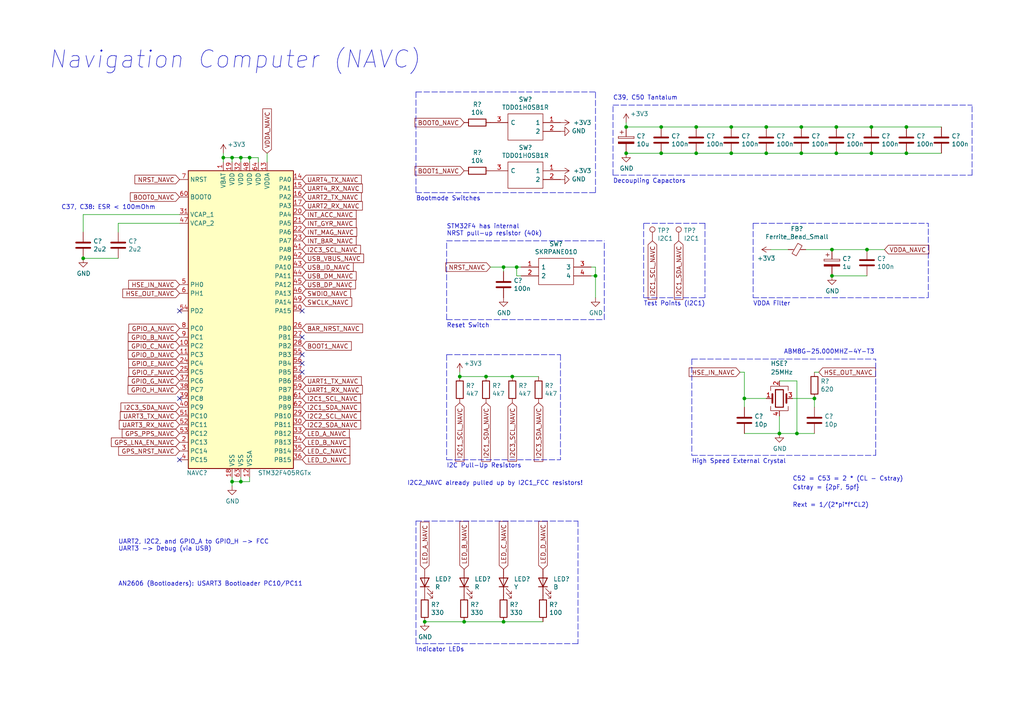
<source format=kicad_sch>
(kicad_sch
	(version 20231120)
	(generator "eeschema")
	(generator_version "8.0")
	(uuid "b7f821a5-2d7e-4806-b079-c1c59691098a")
	(paper "A4")
	(title_block
		(title "Navigation Computer")
		(date "2025-02-04")
		(rev "0.1")
	)
	(lib_symbols
		(symbol "Connector:TestPoint"
			(pin_numbers hide)
			(pin_names
				(offset 0.762) hide)
			(exclude_from_sim no)
			(in_bom yes)
			(on_board yes)
			(property "Reference" "TP"
				(at 0 6.858 0)
				(effects
					(font
						(size 1.27 1.27)
					)
				)
			)
			(property "Value" "TestPoint"
				(at 0 5.08 0)
				(effects
					(font
						(size 1.27 1.27)
					)
				)
			)
			(property "Footprint" ""
				(at 5.08 0 0)
				(effects
					(font
						(size 1.27 1.27)
					)
					(hide yes)
				)
			)
			(property "Datasheet" "~"
				(at 5.08 0 0)
				(effects
					(font
						(size 1.27 1.27)
					)
					(hide yes)
				)
			)
			(property "Description" "test point"
				(at 0 0 0)
				(effects
					(font
						(size 1.27 1.27)
					)
					(hide yes)
				)
			)
			(property "ki_keywords" "test point tp"
				(at 0 0 0)
				(effects
					(font
						(size 1.27 1.27)
					)
					(hide yes)
				)
			)
			(property "ki_fp_filters" "Pin* Test*"
				(at 0 0 0)
				(effects
					(font
						(size 1.27 1.27)
					)
					(hide yes)
				)
			)
			(symbol "TestPoint_0_1"
				(circle
					(center 0 3.302)
					(radius 0.762)
					(stroke
						(width 0)
						(type default)
					)
					(fill
						(type none)
					)
				)
			)
			(symbol "TestPoint_1_1"
				(pin passive line
					(at 0 0 90)
					(length 2.54)
					(name "1"
						(effects
							(font
								(size 1.27 1.27)
							)
						)
					)
					(number "1"
						(effects
							(font
								(size 1.27 1.27)
							)
						)
					)
				)
			)
		)
		(symbol "Device:C"
			(pin_numbers hide)
			(pin_names
				(offset 0.254)
			)
			(exclude_from_sim no)
			(in_bom yes)
			(on_board yes)
			(property "Reference" "C"
				(at 0.635 2.54 0)
				(effects
					(font
						(size 1.27 1.27)
					)
					(justify left)
				)
			)
			(property "Value" "C"
				(at 0.635 -2.54 0)
				(effects
					(font
						(size 1.27 1.27)
					)
					(justify left)
				)
			)
			(property "Footprint" ""
				(at 0.9652 -3.81 0)
				(effects
					(font
						(size 1.27 1.27)
					)
					(hide yes)
				)
			)
			(property "Datasheet" "~"
				(at 0 0 0)
				(effects
					(font
						(size 1.27 1.27)
					)
					(hide yes)
				)
			)
			(property "Description" "Unpolarized capacitor"
				(at 0 0 0)
				(effects
					(font
						(size 1.27 1.27)
					)
					(hide yes)
				)
			)
			(property "ki_keywords" "cap capacitor"
				(at 0 0 0)
				(effects
					(font
						(size 1.27 1.27)
					)
					(hide yes)
				)
			)
			(property "ki_fp_filters" "C_*"
				(at 0 0 0)
				(effects
					(font
						(size 1.27 1.27)
					)
					(hide yes)
				)
			)
			(symbol "C_0_1"
				(polyline
					(pts
						(xy -2.032 -0.762) (xy 2.032 -0.762)
					)
					(stroke
						(width 0.508)
						(type default)
					)
					(fill
						(type none)
					)
				)
				(polyline
					(pts
						(xy -2.032 0.762) (xy 2.032 0.762)
					)
					(stroke
						(width 0.508)
						(type default)
					)
					(fill
						(type none)
					)
				)
			)
			(symbol "C_1_1"
				(pin passive line
					(at 0 3.81 270)
					(length 2.794)
					(name "~"
						(effects
							(font
								(size 1.27 1.27)
							)
						)
					)
					(number "1"
						(effects
							(font
								(size 1.27 1.27)
							)
						)
					)
				)
				(pin passive line
					(at 0 -3.81 90)
					(length 2.794)
					(name "~"
						(effects
							(font
								(size 1.27 1.27)
							)
						)
					)
					(number "2"
						(effects
							(font
								(size 1.27 1.27)
							)
						)
					)
				)
			)
		)
		(symbol "Device:Crystal_GND24"
			(pin_names
				(offset 1.016) hide)
			(exclude_from_sim no)
			(in_bom yes)
			(on_board yes)
			(property "Reference" "Y"
				(at 3.175 5.08 0)
				(effects
					(font
						(size 1.27 1.27)
					)
					(justify left)
				)
			)
			(property "Value" "Crystal_GND24"
				(at 3.175 3.175 0)
				(effects
					(font
						(size 1.27 1.27)
					)
					(justify left)
				)
			)
			(property "Footprint" ""
				(at 0 0 0)
				(effects
					(font
						(size 1.27 1.27)
					)
					(hide yes)
				)
			)
			(property "Datasheet" "~"
				(at 0 0 0)
				(effects
					(font
						(size 1.27 1.27)
					)
					(hide yes)
				)
			)
			(property "Description" "Four pin crystal, GND on pins 2 and 4"
				(at 0 0 0)
				(effects
					(font
						(size 1.27 1.27)
					)
					(hide yes)
				)
			)
			(property "ki_keywords" "quartz ceramic resonator oscillator"
				(at 0 0 0)
				(effects
					(font
						(size 1.27 1.27)
					)
					(hide yes)
				)
			)
			(property "ki_fp_filters" "Crystal*"
				(at 0 0 0)
				(effects
					(font
						(size 1.27 1.27)
					)
					(hide yes)
				)
			)
			(symbol "Crystal_GND24_0_1"
				(rectangle
					(start -1.143 2.54)
					(end 1.143 -2.54)
					(stroke
						(width 0.3048)
						(type default)
					)
					(fill
						(type none)
					)
				)
				(polyline
					(pts
						(xy -2.54 0) (xy -2.032 0)
					)
					(stroke
						(width 0)
						(type default)
					)
					(fill
						(type none)
					)
				)
				(polyline
					(pts
						(xy -2.032 -1.27) (xy -2.032 1.27)
					)
					(stroke
						(width 0.508)
						(type default)
					)
					(fill
						(type none)
					)
				)
				(polyline
					(pts
						(xy 0 -3.81) (xy 0 -3.556)
					)
					(stroke
						(width 0)
						(type default)
					)
					(fill
						(type none)
					)
				)
				(polyline
					(pts
						(xy 0 3.556) (xy 0 3.81)
					)
					(stroke
						(width 0)
						(type default)
					)
					(fill
						(type none)
					)
				)
				(polyline
					(pts
						(xy 2.032 -1.27) (xy 2.032 1.27)
					)
					(stroke
						(width 0.508)
						(type default)
					)
					(fill
						(type none)
					)
				)
				(polyline
					(pts
						(xy 2.032 0) (xy 2.54 0)
					)
					(stroke
						(width 0)
						(type default)
					)
					(fill
						(type none)
					)
				)
				(polyline
					(pts
						(xy -2.54 -2.286) (xy -2.54 -3.556) (xy 2.54 -3.556) (xy 2.54 -2.286)
					)
					(stroke
						(width 0)
						(type default)
					)
					(fill
						(type none)
					)
				)
				(polyline
					(pts
						(xy -2.54 2.286) (xy -2.54 3.556) (xy 2.54 3.556) (xy 2.54 2.286)
					)
					(stroke
						(width 0)
						(type default)
					)
					(fill
						(type none)
					)
				)
			)
			(symbol "Crystal_GND24_1_1"
				(pin passive line
					(at -3.81 0 0)
					(length 1.27)
					(name "1"
						(effects
							(font
								(size 1.27 1.27)
							)
						)
					)
					(number "1"
						(effects
							(font
								(size 1.27 1.27)
							)
						)
					)
				)
				(pin passive line
					(at 0 5.08 270)
					(length 1.27)
					(name "2"
						(effects
							(font
								(size 1.27 1.27)
							)
						)
					)
					(number "2"
						(effects
							(font
								(size 1.27 1.27)
							)
						)
					)
				)
				(pin passive line
					(at 3.81 0 180)
					(length 1.27)
					(name "3"
						(effects
							(font
								(size 1.27 1.27)
							)
						)
					)
					(number "3"
						(effects
							(font
								(size 1.27 1.27)
							)
						)
					)
				)
				(pin passive line
					(at 0 -5.08 90)
					(length 1.27)
					(name "4"
						(effects
							(font
								(size 1.27 1.27)
							)
						)
					)
					(number "4"
						(effects
							(font
								(size 1.27 1.27)
							)
						)
					)
				)
			)
		)
		(symbol "Device:LED"
			(pin_numbers hide)
			(pin_names
				(offset 1.016) hide)
			(exclude_from_sim no)
			(in_bom yes)
			(on_board yes)
			(property "Reference" "D"
				(at 0 2.54 0)
				(effects
					(font
						(size 1.27 1.27)
					)
				)
			)
			(property "Value" "LED"
				(at 0 -2.54 0)
				(effects
					(font
						(size 1.27 1.27)
					)
				)
			)
			(property "Footprint" ""
				(at 0 0 0)
				(effects
					(font
						(size 1.27 1.27)
					)
					(hide yes)
				)
			)
			(property "Datasheet" "~"
				(at 0 0 0)
				(effects
					(font
						(size 1.27 1.27)
					)
					(hide yes)
				)
			)
			(property "Description" "Light emitting diode"
				(at 0 0 0)
				(effects
					(font
						(size 1.27 1.27)
					)
					(hide yes)
				)
			)
			(property "ki_keywords" "LED diode"
				(at 0 0 0)
				(effects
					(font
						(size 1.27 1.27)
					)
					(hide yes)
				)
			)
			(property "ki_fp_filters" "LED* LED_SMD:* LED_THT:*"
				(at 0 0 0)
				(effects
					(font
						(size 1.27 1.27)
					)
					(hide yes)
				)
			)
			(symbol "LED_0_1"
				(polyline
					(pts
						(xy -1.27 -1.27) (xy -1.27 1.27)
					)
					(stroke
						(width 0.254)
						(type default)
					)
					(fill
						(type none)
					)
				)
				(polyline
					(pts
						(xy -1.27 0) (xy 1.27 0)
					)
					(stroke
						(width 0)
						(type default)
					)
					(fill
						(type none)
					)
				)
				(polyline
					(pts
						(xy 1.27 -1.27) (xy 1.27 1.27) (xy -1.27 0) (xy 1.27 -1.27)
					)
					(stroke
						(width 0.254)
						(type default)
					)
					(fill
						(type none)
					)
				)
				(polyline
					(pts
						(xy -3.048 -0.762) (xy -4.572 -2.286) (xy -3.81 -2.286) (xy -4.572 -2.286) (xy -4.572 -1.524)
					)
					(stroke
						(width 0)
						(type default)
					)
					(fill
						(type none)
					)
				)
				(polyline
					(pts
						(xy -1.778 -0.762) (xy -3.302 -2.286) (xy -2.54 -2.286) (xy -3.302 -2.286) (xy -3.302 -1.524)
					)
					(stroke
						(width 0)
						(type default)
					)
					(fill
						(type none)
					)
				)
			)
			(symbol "LED_1_1"
				(pin passive line
					(at -3.81 0 0)
					(length 2.54)
					(name "K"
						(effects
							(font
								(size 1.27 1.27)
							)
						)
					)
					(number "1"
						(effects
							(font
								(size 1.27 1.27)
							)
						)
					)
				)
				(pin passive line
					(at 3.81 0 180)
					(length 2.54)
					(name "A"
						(effects
							(font
								(size 1.27 1.27)
							)
						)
					)
					(number "2"
						(effects
							(font
								(size 1.27 1.27)
							)
						)
					)
				)
			)
		)
		(symbol "Device:R"
			(pin_numbers hide)
			(pin_names
				(offset 0)
			)
			(exclude_from_sim no)
			(in_bom yes)
			(on_board yes)
			(property "Reference" "R"
				(at 2.032 0 90)
				(effects
					(font
						(size 1.27 1.27)
					)
				)
			)
			(property "Value" "R"
				(at 0 0 90)
				(effects
					(font
						(size 1.27 1.27)
					)
				)
			)
			(property "Footprint" ""
				(at -1.778 0 90)
				(effects
					(font
						(size 1.27 1.27)
					)
					(hide yes)
				)
			)
			(property "Datasheet" "~"
				(at 0 0 0)
				(effects
					(font
						(size 1.27 1.27)
					)
					(hide yes)
				)
			)
			(property "Description" "Resistor"
				(at 0 0 0)
				(effects
					(font
						(size 1.27 1.27)
					)
					(hide yes)
				)
			)
			(property "ki_keywords" "R res resistor"
				(at 0 0 0)
				(effects
					(font
						(size 1.27 1.27)
					)
					(hide yes)
				)
			)
			(property "ki_fp_filters" "R_*"
				(at 0 0 0)
				(effects
					(font
						(size 1.27 1.27)
					)
					(hide yes)
				)
			)
			(symbol "R_0_1"
				(rectangle
					(start -1.016 -2.54)
					(end 1.016 2.54)
					(stroke
						(width 0.254)
						(type default)
					)
					(fill
						(type none)
					)
				)
			)
			(symbol "R_1_1"
				(pin passive line
					(at 0 3.81 270)
					(length 1.27)
					(name "~"
						(effects
							(font
								(size 1.27 1.27)
							)
						)
					)
					(number "1"
						(effects
							(font
								(size 1.27 1.27)
							)
						)
					)
				)
				(pin passive line
					(at 0 -3.81 90)
					(length 1.27)
					(name "~"
						(effects
							(font
								(size 1.27 1.27)
							)
						)
					)
					(number "2"
						(effects
							(font
								(size 1.27 1.27)
							)
						)
					)
				)
			)
		)
		(symbol "Hades-rescue:+3V3-power"
			(power)
			(pin_names
				(offset 0)
			)
			(exclude_from_sim no)
			(in_bom yes)
			(on_board yes)
			(property "Reference" "#PWR"
				(at 0 -3.81 0)
				(effects
					(font
						(size 1.27 1.27)
					)
					(hide yes)
				)
			)
			(property "Value" "power:+3V3"
				(at 0 3.556 0)
				(effects
					(font
						(size 1.27 1.27)
					)
				)
			)
			(property "Footprint" ""
				(at 0 0 0)
				(effects
					(font
						(size 1.27 1.27)
					)
					(hide yes)
				)
			)
			(property "Datasheet" ""
				(at 0 0 0)
				(effects
					(font
						(size 1.27 1.27)
					)
					(hide yes)
				)
			)
			(property "Description" ""
				(at 0 0 0)
				(effects
					(font
						(size 1.27 1.27)
					)
					(hide yes)
				)
			)
			(symbol "+3V3-power_0_1"
				(polyline
					(pts
						(xy -0.762 1.27) (xy 0 2.54)
					)
					(stroke
						(width 0)
						(type solid)
					)
					(fill
						(type none)
					)
				)
				(polyline
					(pts
						(xy 0 0) (xy 0 2.54)
					)
					(stroke
						(width 0)
						(type solid)
					)
					(fill
						(type none)
					)
				)
				(polyline
					(pts
						(xy 0 2.54) (xy 0.762 1.27)
					)
					(stroke
						(width 0)
						(type solid)
					)
					(fill
						(type none)
					)
				)
			)
			(symbol "+3V3-power_1_1"
				(pin power_in line
					(at 0 0 90)
					(length 0) hide
					(name "+3V3"
						(effects
							(font
								(size 1.27 1.27)
							)
						)
					)
					(number "1"
						(effects
							(font
								(size 1.27 1.27)
							)
						)
					)
				)
			)
		)
		(symbol "Hades-rescue:CP-Device"
			(pin_numbers hide)
			(pin_names
				(offset 0.254)
			)
			(exclude_from_sim no)
			(in_bom yes)
			(on_board yes)
			(property "Reference" "C"
				(at 0.635 2.54 0)
				(effects
					(font
						(size 1.27 1.27)
					)
					(justify left)
				)
			)
			(property "Value" "Device:CP"
				(at 0.635 -2.54 0)
				(effects
					(font
						(size 1.27 1.27)
					)
					(justify left)
				)
			)
			(property "Footprint" ""
				(at 0.9652 -3.81 0)
				(effects
					(font
						(size 1.27 1.27)
					)
					(hide yes)
				)
			)
			(property "Datasheet" ""
				(at 0 0 0)
				(effects
					(font
						(size 1.27 1.27)
					)
					(hide yes)
				)
			)
			(property "Description" ""
				(at 0 0 0)
				(effects
					(font
						(size 1.27 1.27)
					)
					(hide yes)
				)
			)
			(property "ki_fp_filters" "CP_*"
				(at 0 0 0)
				(effects
					(font
						(size 1.27 1.27)
					)
					(hide yes)
				)
			)
			(symbol "CP-Device_0_1"
				(rectangle
					(start -2.286 0.508)
					(end -2.286 1.016)
					(stroke
						(width 0)
						(type solid)
					)
					(fill
						(type none)
					)
				)
				(rectangle
					(start -2.286 0.508)
					(end 2.286 0.508)
					(stroke
						(width 0)
						(type solid)
					)
					(fill
						(type none)
					)
				)
				(polyline
					(pts
						(xy -1.778 2.286) (xy -0.762 2.286)
					)
					(stroke
						(width 0)
						(type solid)
					)
					(fill
						(type none)
					)
				)
				(polyline
					(pts
						(xy -1.27 2.794) (xy -1.27 1.778)
					)
					(stroke
						(width 0)
						(type solid)
					)
					(fill
						(type none)
					)
				)
				(rectangle
					(start 2.286 -0.508)
					(end -2.286 -1.016)
					(stroke
						(width 0)
						(type solid)
					)
					(fill
						(type outline)
					)
				)
				(rectangle
					(start 2.286 1.016)
					(end -2.286 1.016)
					(stroke
						(width 0)
						(type solid)
					)
					(fill
						(type none)
					)
				)
				(rectangle
					(start 2.286 1.016)
					(end 2.286 0.508)
					(stroke
						(width 0)
						(type solid)
					)
					(fill
						(type none)
					)
				)
			)
			(symbol "CP-Device_1_1"
				(pin passive line
					(at 0 3.81 270)
					(length 2.794)
					(name "~"
						(effects
							(font
								(size 1.27 1.27)
							)
						)
					)
					(number "1"
						(effects
							(font
								(size 1.27 1.27)
							)
						)
					)
				)
				(pin passive line
					(at 0 -3.81 90)
					(length 2.794)
					(name "~"
						(effects
							(font
								(size 1.27 1.27)
							)
						)
					)
					(number "2"
						(effects
							(font
								(size 1.27 1.27)
							)
						)
					)
				)
			)
		)
		(symbol "Hades-rescue:Ferrite_Bead_Small-Device"
			(pin_numbers hide)
			(pin_names
				(offset 0)
			)
			(exclude_from_sim no)
			(in_bom yes)
			(on_board yes)
			(property "Reference" "L"
				(at 1.905 1.27 0)
				(effects
					(font
						(size 1.27 1.27)
					)
					(justify left)
				)
			)
			(property "Value" "Device:Ferrite_Bead_Small"
				(at 1.905 -1.27 0)
				(effects
					(font
						(size 1.27 1.27)
					)
					(justify left)
				)
			)
			(property "Footprint" ""
				(at -1.778 0 90)
				(effects
					(font
						(size 1.27 1.27)
					)
					(hide yes)
				)
			)
			(property "Datasheet" ""
				(at 0 0 0)
				(effects
					(font
						(size 1.27 1.27)
					)
					(hide yes)
				)
			)
			(property "Description" ""
				(at 0 0 0)
				(effects
					(font
						(size 1.27 1.27)
					)
					(hide yes)
				)
			)
			(property "ki_fp_filters" "Inductor_* L_* *Ferrite*"
				(at 0 0 0)
				(effects
					(font
						(size 1.27 1.27)
					)
					(hide yes)
				)
			)
			(symbol "Ferrite_Bead_Small-Device_0_1"
				(polyline
					(pts
						(xy 0 -1.27) (xy 0 -0.7874)
					)
					(stroke
						(width 0)
						(type solid)
					)
					(fill
						(type none)
					)
				)
				(polyline
					(pts
						(xy 0 0.889) (xy 0 1.2954)
					)
					(stroke
						(width 0)
						(type solid)
					)
					(fill
						(type none)
					)
				)
				(polyline
					(pts
						(xy -1.8288 0.2794) (xy -1.1176 1.4986) (xy 1.8288 -0.2032) (xy 1.1176 -1.4224) (xy -1.8288 0.2794)
					)
					(stroke
						(width 0)
						(type solid)
					)
					(fill
						(type none)
					)
				)
			)
			(symbol "Ferrite_Bead_Small-Device_1_1"
				(pin passive line
					(at 0 2.54 270)
					(length 1.27)
					(name "~"
						(effects
							(font
								(size 1.27 1.27)
							)
						)
					)
					(number "1"
						(effects
							(font
								(size 1.27 1.27)
							)
						)
					)
				)
				(pin passive line
					(at 0 -2.54 90)
					(length 1.27)
					(name "~"
						(effects
							(font
								(size 1.27 1.27)
							)
						)
					)
					(number "2"
						(effects
							(font
								(size 1.27 1.27)
							)
						)
					)
				)
			)
		)
		(symbol "Hades-rescue:GND-power"
			(power)
			(pin_names
				(offset 0)
			)
			(exclude_from_sim no)
			(in_bom yes)
			(on_board yes)
			(property "Reference" "#PWR"
				(at 0 -6.35 0)
				(effects
					(font
						(size 1.27 1.27)
					)
					(hide yes)
				)
			)
			(property "Value" "power:GND"
				(at 0 -3.81 0)
				(effects
					(font
						(size 1.27 1.27)
					)
				)
			)
			(property "Footprint" ""
				(at 0 0 0)
				(effects
					(font
						(size 1.27 1.27)
					)
					(hide yes)
				)
			)
			(property "Datasheet" ""
				(at 0 0 0)
				(effects
					(font
						(size 1.27 1.27)
					)
					(hide yes)
				)
			)
			(property "Description" ""
				(at 0 0 0)
				(effects
					(font
						(size 1.27 1.27)
					)
					(hide yes)
				)
			)
			(symbol "GND-power_0_1"
				(polyline
					(pts
						(xy 0 0) (xy 0 -1.27) (xy 1.27 -1.27) (xy 0 -2.54) (xy -1.27 -1.27) (xy 0 -1.27)
					)
					(stroke
						(width 0)
						(type solid)
					)
					(fill
						(type none)
					)
				)
			)
			(symbol "GND-power_1_1"
				(pin power_in line
					(at 0 0 270)
					(length 0) hide
					(name "GND"
						(effects
							(font
								(size 1.27 1.27)
							)
						)
					)
					(number "1"
						(effects
							(font
								(size 1.27 1.27)
							)
						)
					)
				)
			)
		)
		(symbol "Hades-rescue:STM32F405RGTx-MCU_ST_STM32F4"
			(exclude_from_sim no)
			(in_bom yes)
			(on_board yes)
			(property "Reference" "U"
				(at -15.24 44.45 0)
				(effects
					(font
						(size 1.27 1.27)
					)
					(justify left)
				)
			)
			(property "Value" "MCU_ST_STM32F4:STM32F405RGTx"
				(at 10.16 44.45 0)
				(effects
					(font
						(size 1.27 1.27)
					)
					(justify left)
				)
			)
			(property "Footprint" "Package_QFP:LQFP-64_10x10mm_P0.5mm"
				(at -15.24 -43.18 0)
				(effects
					(font
						(size 1.27 1.27)
					)
					(justify right)
					(hide yes)
				)
			)
			(property "Datasheet" ""
				(at 0 0 0)
				(effects
					(font
						(size 1.27 1.27)
					)
					(hide yes)
				)
			)
			(property "Description" ""
				(at 0 0 0)
				(effects
					(font
						(size 1.27 1.27)
					)
					(hide yes)
				)
			)
			(property "ki_fp_filters" "LQFP*10x10mm*P0.5mm*"
				(at 0 0 0)
				(effects
					(font
						(size 1.27 1.27)
					)
					(hide yes)
				)
			)
			(symbol "STM32F405RGTx-MCU_ST_STM32F4_0_1"
				(rectangle
					(start -15.24 -43.18)
					(end 15.24 43.18)
					(stroke
						(width 0.254)
						(type solid)
					)
					(fill
						(type background)
					)
				)
			)
			(symbol "STM32F405RGTx-MCU_ST_STM32F4_1_1"
				(pin power_in line
					(at -5.08 45.72 270)
					(length 2.54)
					(name "VBAT"
						(effects
							(font
								(size 1.27 1.27)
							)
						)
					)
					(number "1"
						(effects
							(font
								(size 1.27 1.27)
							)
						)
					)
				)
				(pin bidirectional line
					(at -17.78 -7.62 0)
					(length 2.54)
					(name "PC2"
						(effects
							(font
								(size 1.27 1.27)
							)
						)
					)
					(number "10"
						(effects
							(font
								(size 1.27 1.27)
							)
						)
					)
				)
				(pin bidirectional line
					(at -17.78 -10.16 0)
					(length 2.54)
					(name "PC3"
						(effects
							(font
								(size 1.27 1.27)
							)
						)
					)
					(number "11"
						(effects
							(font
								(size 1.27 1.27)
							)
						)
					)
				)
				(pin power_in line
					(at 2.54 -45.72 90)
					(length 2.54)
					(name "VSSA"
						(effects
							(font
								(size 1.27 1.27)
							)
						)
					)
					(number "12"
						(effects
							(font
								(size 1.27 1.27)
							)
						)
					)
				)
				(pin power_in line
					(at 7.62 45.72 270)
					(length 2.54)
					(name "VDDA"
						(effects
							(font
								(size 1.27 1.27)
							)
						)
					)
					(number "13"
						(effects
							(font
								(size 1.27 1.27)
							)
						)
					)
				)
				(pin bidirectional line
					(at 17.78 40.64 180)
					(length 2.54)
					(name "PA0"
						(effects
							(font
								(size 1.27 1.27)
							)
						)
					)
					(number "14"
						(effects
							(font
								(size 1.27 1.27)
							)
						)
					)
				)
				(pin bidirectional line
					(at 17.78 38.1 180)
					(length 2.54)
					(name "PA1"
						(effects
							(font
								(size 1.27 1.27)
							)
						)
					)
					(number "15"
						(effects
							(font
								(size 1.27 1.27)
							)
						)
					)
				)
				(pin bidirectional line
					(at 17.78 35.56 180)
					(length 2.54)
					(name "PA2"
						(effects
							(font
								(size 1.27 1.27)
							)
						)
					)
					(number "16"
						(effects
							(font
								(size 1.27 1.27)
							)
						)
					)
				)
				(pin bidirectional line
					(at 17.78 33.02 180)
					(length 2.54)
					(name "PA3"
						(effects
							(font
								(size 1.27 1.27)
							)
						)
					)
					(number "17"
						(effects
							(font
								(size 1.27 1.27)
							)
						)
					)
				)
				(pin power_in line
					(at -2.54 -45.72 90)
					(length 2.54)
					(name "VSS"
						(effects
							(font
								(size 1.27 1.27)
							)
						)
					)
					(number "18"
						(effects
							(font
								(size 1.27 1.27)
							)
						)
					)
				)
				(pin power_in line
					(at -2.54 45.72 270)
					(length 2.54)
					(name "VDD"
						(effects
							(font
								(size 1.27 1.27)
							)
						)
					)
					(number "19"
						(effects
							(font
								(size 1.27 1.27)
							)
						)
					)
				)
				(pin bidirectional line
					(at -17.78 -35.56 0)
					(length 2.54)
					(name "PC13"
						(effects
							(font
								(size 1.27 1.27)
							)
						)
					)
					(number "2"
						(effects
							(font
								(size 1.27 1.27)
							)
						)
					)
				)
				(pin bidirectional line
					(at 17.78 30.48 180)
					(length 2.54)
					(name "PA4"
						(effects
							(font
								(size 1.27 1.27)
							)
						)
					)
					(number "20"
						(effects
							(font
								(size 1.27 1.27)
							)
						)
					)
				)
				(pin bidirectional line
					(at 17.78 27.94 180)
					(length 2.54)
					(name "PA5"
						(effects
							(font
								(size 1.27 1.27)
							)
						)
					)
					(number "21"
						(effects
							(font
								(size 1.27 1.27)
							)
						)
					)
				)
				(pin bidirectional line
					(at 17.78 25.4 180)
					(length 2.54)
					(name "PA6"
						(effects
							(font
								(size 1.27 1.27)
							)
						)
					)
					(number "22"
						(effects
							(font
								(size 1.27 1.27)
							)
						)
					)
				)
				(pin bidirectional line
					(at 17.78 22.86 180)
					(length 2.54)
					(name "PA7"
						(effects
							(font
								(size 1.27 1.27)
							)
						)
					)
					(number "23"
						(effects
							(font
								(size 1.27 1.27)
							)
						)
					)
				)
				(pin bidirectional line
					(at -17.78 -12.7 0)
					(length 2.54)
					(name "PC4"
						(effects
							(font
								(size 1.27 1.27)
							)
						)
					)
					(number "24"
						(effects
							(font
								(size 1.27 1.27)
							)
						)
					)
				)
				(pin bidirectional line
					(at -17.78 -15.24 0)
					(length 2.54)
					(name "PC5"
						(effects
							(font
								(size 1.27 1.27)
							)
						)
					)
					(number "25"
						(effects
							(font
								(size 1.27 1.27)
							)
						)
					)
				)
				(pin bidirectional line
					(at 17.78 -2.54 180)
					(length 2.54)
					(name "PB0"
						(effects
							(font
								(size 1.27 1.27)
							)
						)
					)
					(number "26"
						(effects
							(font
								(size 1.27 1.27)
							)
						)
					)
				)
				(pin bidirectional line
					(at 17.78 -5.08 180)
					(length 2.54)
					(name "PB1"
						(effects
							(font
								(size 1.27 1.27)
							)
						)
					)
					(number "27"
						(effects
							(font
								(size 1.27 1.27)
							)
						)
					)
				)
				(pin bidirectional line
					(at 17.78 -7.62 180)
					(length 2.54)
					(name "PB2"
						(effects
							(font
								(size 1.27 1.27)
							)
						)
					)
					(number "28"
						(effects
							(font
								(size 1.27 1.27)
							)
						)
					)
				)
				(pin bidirectional line
					(at 17.78 -27.94 180)
					(length 2.54)
					(name "PB10"
						(effects
							(font
								(size 1.27 1.27)
							)
						)
					)
					(number "29"
						(effects
							(font
								(size 1.27 1.27)
							)
						)
					)
				)
				(pin bidirectional line
					(at -17.78 -38.1 0)
					(length 2.54)
					(name "PC14"
						(effects
							(font
								(size 1.27 1.27)
							)
						)
					)
					(number "3"
						(effects
							(font
								(size 1.27 1.27)
							)
						)
					)
				)
				(pin bidirectional line
					(at 17.78 -30.48 180)
					(length 2.54)
					(name "PB11"
						(effects
							(font
								(size 1.27 1.27)
							)
						)
					)
					(number "30"
						(effects
							(font
								(size 1.27 1.27)
							)
						)
					)
				)
				(pin power_in line
					(at -17.78 30.48 0)
					(length 2.54)
					(name "VCAP_1"
						(effects
							(font
								(size 1.27 1.27)
							)
						)
					)
					(number "31"
						(effects
							(font
								(size 1.27 1.27)
							)
						)
					)
				)
				(pin power_in line
					(at 0 45.72 270)
					(length 2.54)
					(name "VDD"
						(effects
							(font
								(size 1.27 1.27)
							)
						)
					)
					(number "32"
						(effects
							(font
								(size 1.27 1.27)
							)
						)
					)
				)
				(pin bidirectional line
					(at 17.78 -33.02 180)
					(length 2.54)
					(name "PB12"
						(effects
							(font
								(size 1.27 1.27)
							)
						)
					)
					(number "33"
						(effects
							(font
								(size 1.27 1.27)
							)
						)
					)
				)
				(pin bidirectional line
					(at 17.78 -35.56 180)
					(length 2.54)
					(name "PB13"
						(effects
							(font
								(size 1.27 1.27)
							)
						)
					)
					(number "34"
						(effects
							(font
								(size 1.27 1.27)
							)
						)
					)
				)
				(pin bidirectional line
					(at 17.78 -38.1 180)
					(length 2.54)
					(name "PB14"
						(effects
							(font
								(size 1.27 1.27)
							)
						)
					)
					(number "35"
						(effects
							(font
								(size 1.27 1.27)
							)
						)
					)
				)
				(pin bidirectional line
					(at 17.78 -40.64 180)
					(length 2.54)
					(name "PB15"
						(effects
							(font
								(size 1.27 1.27)
							)
						)
					)
					(number "36"
						(effects
							(font
								(size 1.27 1.27)
							)
						)
					)
				)
				(pin bidirectional line
					(at -17.78 -17.78 0)
					(length 2.54)
					(name "PC6"
						(effects
							(font
								(size 1.27 1.27)
							)
						)
					)
					(number "37"
						(effects
							(font
								(size 1.27 1.27)
							)
						)
					)
				)
				(pin bidirectional line
					(at -17.78 -20.32 0)
					(length 2.54)
					(name "PC7"
						(effects
							(font
								(size 1.27 1.27)
							)
						)
					)
					(number "38"
						(effects
							(font
								(size 1.27 1.27)
							)
						)
					)
				)
				(pin bidirectional line
					(at -17.78 -22.86 0)
					(length 2.54)
					(name "PC8"
						(effects
							(font
								(size 1.27 1.27)
							)
						)
					)
					(number "39"
						(effects
							(font
								(size 1.27 1.27)
							)
						)
					)
				)
				(pin bidirectional line
					(at -17.78 -40.64 0)
					(length 2.54)
					(name "PC15"
						(effects
							(font
								(size 1.27 1.27)
							)
						)
					)
					(number "4"
						(effects
							(font
								(size 1.27 1.27)
							)
						)
					)
				)
				(pin bidirectional line
					(at -17.78 -25.4 0)
					(length 2.54)
					(name "PC9"
						(effects
							(font
								(size 1.27 1.27)
							)
						)
					)
					(number "40"
						(effects
							(font
								(size 1.27 1.27)
							)
						)
					)
				)
				(pin bidirectional line
					(at 17.78 20.32 180)
					(length 2.54)
					(name "PA8"
						(effects
							(font
								(size 1.27 1.27)
							)
						)
					)
					(number "41"
						(effects
							(font
								(size 1.27 1.27)
							)
						)
					)
				)
				(pin bidirectional line
					(at 17.78 17.78 180)
					(length 2.54)
					(name "PA9"
						(effects
							(font
								(size 1.27 1.27)
							)
						)
					)
					(number "42"
						(effects
							(font
								(size 1.27 1.27)
							)
						)
					)
				)
				(pin bidirectional line
					(at 17.78 15.24 180)
					(length 2.54)
					(name "PA10"
						(effects
							(font
								(size 1.27 1.27)
							)
						)
					)
					(number "43"
						(effects
							(font
								(size 1.27 1.27)
							)
						)
					)
				)
				(pin bidirectional line
					(at 17.78 12.7 180)
					(length 2.54)
					(name "PA11"
						(effects
							(font
								(size 1.27 1.27)
							)
						)
					)
					(number "44"
						(effects
							(font
								(size 1.27 1.27)
							)
						)
					)
				)
				(pin bidirectional line
					(at 17.78 10.16 180)
					(length 2.54)
					(name "PA12"
						(effects
							(font
								(size 1.27 1.27)
							)
						)
					)
					(number "45"
						(effects
							(font
								(size 1.27 1.27)
							)
						)
					)
				)
				(pin bidirectional line
					(at 17.78 7.62 180)
					(length 2.54)
					(name "PA13"
						(effects
							(font
								(size 1.27 1.27)
							)
						)
					)
					(number "46"
						(effects
							(font
								(size 1.27 1.27)
							)
						)
					)
				)
				(pin power_in line
					(at -17.78 27.94 0)
					(length 2.54)
					(name "VCAP_2"
						(effects
							(font
								(size 1.27 1.27)
							)
						)
					)
					(number "47"
						(effects
							(font
								(size 1.27 1.27)
							)
						)
					)
				)
				(pin power_in line
					(at 2.54 45.72 270)
					(length 2.54)
					(name "VDD"
						(effects
							(font
								(size 1.27 1.27)
							)
						)
					)
					(number "48"
						(effects
							(font
								(size 1.27 1.27)
							)
						)
					)
				)
				(pin bidirectional line
					(at 17.78 5.08 180)
					(length 2.54)
					(name "PA14"
						(effects
							(font
								(size 1.27 1.27)
							)
						)
					)
					(number "49"
						(effects
							(font
								(size 1.27 1.27)
							)
						)
					)
				)
				(pin input line
					(at -17.78 10.16 0)
					(length 2.54)
					(name "PH0"
						(effects
							(font
								(size 1.27 1.27)
							)
						)
					)
					(number "5"
						(effects
							(font
								(size 1.27 1.27)
							)
						)
					)
				)
				(pin bidirectional line
					(at 17.78 2.54 180)
					(length 2.54)
					(name "PA15"
						(effects
							(font
								(size 1.27 1.27)
							)
						)
					)
					(number "50"
						(effects
							(font
								(size 1.27 1.27)
							)
						)
					)
				)
				(pin bidirectional line
					(at -17.78 -27.94 0)
					(length 2.54)
					(name "PC10"
						(effects
							(font
								(size 1.27 1.27)
							)
						)
					)
					(number "51"
						(effects
							(font
								(size 1.27 1.27)
							)
						)
					)
				)
				(pin bidirectional line
					(at -17.78 -30.48 0)
					(length 2.54)
					(name "PC11"
						(effects
							(font
								(size 1.27 1.27)
							)
						)
					)
					(number "52"
						(effects
							(font
								(size 1.27 1.27)
							)
						)
					)
				)
				(pin bidirectional line
					(at -17.78 -33.02 0)
					(length 2.54)
					(name "PC12"
						(effects
							(font
								(size 1.27 1.27)
							)
						)
					)
					(number "53"
						(effects
							(font
								(size 1.27 1.27)
							)
						)
					)
				)
				(pin bidirectional line
					(at -17.78 2.54 0)
					(length 2.54)
					(name "PD2"
						(effects
							(font
								(size 1.27 1.27)
							)
						)
					)
					(number "54"
						(effects
							(font
								(size 1.27 1.27)
							)
						)
					)
				)
				(pin bidirectional line
					(at 17.78 -10.16 180)
					(length 2.54)
					(name "PB3"
						(effects
							(font
								(size 1.27 1.27)
							)
						)
					)
					(number "55"
						(effects
							(font
								(size 1.27 1.27)
							)
						)
					)
				)
				(pin bidirectional line
					(at 17.78 -12.7 180)
					(length 2.54)
					(name "PB4"
						(effects
							(font
								(size 1.27 1.27)
							)
						)
					)
					(number "56"
						(effects
							(font
								(size 1.27 1.27)
							)
						)
					)
				)
				(pin bidirectional line
					(at 17.78 -15.24 180)
					(length 2.54)
					(name "PB5"
						(effects
							(font
								(size 1.27 1.27)
							)
						)
					)
					(number "57"
						(effects
							(font
								(size 1.27 1.27)
							)
						)
					)
				)
				(pin bidirectional line
					(at 17.78 -17.78 180)
					(length 2.54)
					(name "PB6"
						(effects
							(font
								(size 1.27 1.27)
							)
						)
					)
					(number "58"
						(effects
							(font
								(size 1.27 1.27)
							)
						)
					)
				)
				(pin bidirectional line
					(at 17.78 -20.32 180)
					(length 2.54)
					(name "PB7"
						(effects
							(font
								(size 1.27 1.27)
							)
						)
					)
					(number "59"
						(effects
							(font
								(size 1.27 1.27)
							)
						)
					)
				)
				(pin input line
					(at -17.78 7.62 0)
					(length 2.54)
					(name "PH1"
						(effects
							(font
								(size 1.27 1.27)
							)
						)
					)
					(number "6"
						(effects
							(font
								(size 1.27 1.27)
							)
						)
					)
				)
				(pin input line
					(at -17.78 35.56 0)
					(length 2.54)
					(name "BOOT0"
						(effects
							(font
								(size 1.27 1.27)
							)
						)
					)
					(number "60"
						(effects
							(font
								(size 1.27 1.27)
							)
						)
					)
				)
				(pin bidirectional line
					(at 17.78 -22.86 180)
					(length 2.54)
					(name "PB8"
						(effects
							(font
								(size 1.27 1.27)
							)
						)
					)
					(number "61"
						(effects
							(font
								(size 1.27 1.27)
							)
						)
					)
				)
				(pin bidirectional line
					(at 17.78 -25.4 180)
					(length 2.54)
					(name "PB9"
						(effects
							(font
								(size 1.27 1.27)
							)
						)
					)
					(number "62"
						(effects
							(font
								(size 1.27 1.27)
							)
						)
					)
				)
				(pin power_in line
					(at 0 -45.72 90)
					(length 2.54)
					(name "VSS"
						(effects
							(font
								(size 1.27 1.27)
							)
						)
					)
					(number "63"
						(effects
							(font
								(size 1.27 1.27)
							)
						)
					)
				)
				(pin power_in line
					(at 5.08 45.72 270)
					(length 2.54)
					(name "VDD"
						(effects
							(font
								(size 1.27 1.27)
							)
						)
					)
					(number "64"
						(effects
							(font
								(size 1.27 1.27)
							)
						)
					)
				)
				(pin input line
					(at -17.78 40.64 0)
					(length 2.54)
					(name "NRST"
						(effects
							(font
								(size 1.27 1.27)
							)
						)
					)
					(number "7"
						(effects
							(font
								(size 1.27 1.27)
							)
						)
					)
				)
				(pin bidirectional line
					(at -17.78 -2.54 0)
					(length 2.54)
					(name "PC0"
						(effects
							(font
								(size 1.27 1.27)
							)
						)
					)
					(number "8"
						(effects
							(font
								(size 1.27 1.27)
							)
						)
					)
				)
				(pin bidirectional line
					(at -17.78 -5.08 0)
					(length 2.54)
					(name "PC1"
						(effects
							(font
								(size 1.27 1.27)
							)
						)
					)
					(number "9"
						(effects
							(font
								(size 1.27 1.27)
							)
						)
					)
				)
			)
		)
		(symbol "SKRPANE010:SKRPANE010"
			(pin_names
				(offset 0.762)
			)
			(exclude_from_sim no)
			(in_bom yes)
			(on_board yes)
			(property "Reference" "S"
				(at 16.51 7.62 0)
				(effects
					(font
						(size 1.27 1.27)
					)
					(justify left)
				)
			)
			(property "Value" "SKRPANE010"
				(at 16.51 5.08 0)
				(effects
					(font
						(size 1.27 1.27)
					)
					(justify left)
				)
			)
			(property "Footprint" "SKRPADE010"
				(at 16.51 2.54 0)
				(effects
					(font
						(size 1.27 1.27)
					)
					(justify left)
					(hide yes)
				)
			)
			(property "Datasheet" "https://www.alps.com/prod/info/E/HTML/Tact/SurfaceMount/SKRP/SKRPANE010.html"
				(at 16.51 0 0)
				(effects
					(font
						(size 1.27 1.27)
					)
					(justify left)
					(hide yes)
				)
			)
			(property "Description" "Tactile Switches 500mOhm 1.57N 16VDC 4.2X3.2X2.5MM 50mA"
				(at 0 0 0)
				(effects
					(font
						(size 1.27 1.27)
					)
					(hide yes)
				)
			)
			(property "Description_1" "Tactile Switches 500mOhm 1.57N 16VDC 4.2X3.2X2.5MM 50mA"
				(at 16.51 -2.54 0)
				(effects
					(font
						(size 1.27 1.27)
					)
					(justify left)
					(hide yes)
				)
			)
			(property "Height" "2"
				(at 16.51 -5.08 0)
				(effects
					(font
						(size 1.27 1.27)
					)
					(justify left)
					(hide yes)
				)
			)
			(property "Manufacturer_Name" "ALPS"
				(at 16.51 -7.62 0)
				(effects
					(font
						(size 1.27 1.27)
					)
					(justify left)
					(hide yes)
				)
			)
			(property "Manufacturer_Part_Number" "SKRPANE010"
				(at 16.51 -10.16 0)
				(effects
					(font
						(size 1.27 1.27)
					)
					(justify left)
					(hide yes)
				)
			)
			(property "Mouser Part Number" "688-SKRPANE010"
				(at 16.51 -12.7 0)
				(effects
					(font
						(size 1.27 1.27)
					)
					(justify left)
					(hide yes)
				)
			)
			(property "Mouser Price/Stock" "https://www.mouser.com/Search/Refine.aspx?Keyword=688-SKRPANE010"
				(at 16.51 -15.24 0)
				(effects
					(font
						(size 1.27 1.27)
					)
					(justify left)
					(hide yes)
				)
			)
			(property "RS Part Number" ""
				(at 16.51 -17.78 0)
				(effects
					(font
						(size 1.27 1.27)
					)
					(justify left)
					(hide yes)
				)
			)
			(property "RS Price/Stock" ""
				(at 16.51 -20.32 0)
				(effects
					(font
						(size 1.27 1.27)
					)
					(justify left)
					(hide yes)
				)
			)
			(symbol "SKRPANE010_0_0"
				(pin unspecified line
					(at 0 0 0)
					(length 5.08)
					(name "1"
						(effects
							(font
								(size 1.27 1.27)
							)
						)
					)
					(number "1"
						(effects
							(font
								(size 1.27 1.27)
							)
						)
					)
				)
				(pin unspecified line
					(at 0 -2.54 0)
					(length 5.08)
					(name "2"
						(effects
							(font
								(size 1.27 1.27)
							)
						)
					)
					(number "2"
						(effects
							(font
								(size 1.27 1.27)
							)
						)
					)
				)
				(pin unspecified line
					(at 20.32 0 180)
					(length 5.08)
					(name "3"
						(effects
							(font
								(size 1.27 1.27)
							)
						)
					)
					(number "3"
						(effects
							(font
								(size 1.27 1.27)
							)
						)
					)
				)
				(pin unspecified line
					(at 20.32 -2.54 180)
					(length 5.08)
					(name "4"
						(effects
							(font
								(size 1.27 1.27)
							)
						)
					)
					(number "4"
						(effects
							(font
								(size 1.27 1.27)
							)
						)
					)
				)
			)
			(symbol "SKRPANE010_0_1"
				(polyline
					(pts
						(xy 5.08 2.54) (xy 15.24 2.54) (xy 15.24 -5.08) (xy 5.08 -5.08) (xy 5.08 2.54)
					)
					(stroke
						(width 0.1524)
						(type solid)
					)
					(fill
						(type none)
					)
				)
			)
		)
		(symbol "TDD01H0SB1R:TDD01H0SB1R"
			(pin_names
				(offset 0.762)
			)
			(exclude_from_sim no)
			(in_bom yes)
			(on_board yes)
			(property "Reference" "S"
				(at 16.51 7.62 0)
				(effects
					(font
						(size 1.27 1.27)
					)
					(justify left)
				)
			)
			(property "Value" "TDD01H0SB1R"
				(at 16.51 5.08 0)
				(effects
					(font
						(size 1.27 1.27)
					)
					(justify left)
				)
			)
			(property "Footprint" "SOT175P420X230-3N"
				(at 16.51 2.54 0)
				(effects
					(font
						(size 1.27 1.27)
					)
					(justify left)
					(hide yes)
				)
			)
			(property "Datasheet" "https://componentsearchengine.com/Datasheets/1/TDD01H0SB1R.pdf"
				(at 16.51 0 0)
				(effects
					(font
						(size 1.27 1.27)
					)
					(justify left)
					(hide yes)
				)
			)
			(property "Description" "DIP Switches / SIP Switches Jumper Switch 2 positions"
				(at 0 0 0)
				(effects
					(font
						(size 1.27 1.27)
					)
					(hide yes)
				)
			)
			(property "Description_1" "DIP Switches / SIP Switches Jumper Switch 2 positions"
				(at 16.51 -2.54 0)
				(effects
					(font
						(size 1.27 1.27)
					)
					(justify left)
					(hide yes)
				)
			)
			(property "Height" "2.3"
				(at 16.51 -5.08 0)
				(effects
					(font
						(size 1.27 1.27)
					)
					(justify left)
					(hide yes)
				)
			)
			(property "Manufacturer_Name" "C & K COMPONENTS"
				(at 16.51 -7.62 0)
				(effects
					(font
						(size 1.27 1.27)
					)
					(justify left)
					(hide yes)
				)
			)
			(property "Manufacturer_Part_Number" "TDD01H0SB1R"
				(at 16.51 -10.16 0)
				(effects
					(font
						(size 1.27 1.27)
					)
					(justify left)
					(hide yes)
				)
			)
			(property "Mouser Part Number" "611-TDD01H0SB1R"
				(at 16.51 -12.7 0)
				(effects
					(font
						(size 1.27 1.27)
					)
					(justify left)
					(hide yes)
				)
			)
			(property "Mouser Price/Stock" "https://www.mouser.com/Search/Refine.aspx?Keyword=611-TDD01H0SB1R"
				(at 16.51 -15.24 0)
				(effects
					(font
						(size 1.27 1.27)
					)
					(justify left)
					(hide yes)
				)
			)
			(property "RS Part Number" ""
				(at 16.51 -17.78 0)
				(effects
					(font
						(size 1.27 1.27)
					)
					(justify left)
					(hide yes)
				)
			)
			(property "RS Price/Stock" ""
				(at 16.51 -20.32 0)
				(effects
					(font
						(size 1.27 1.27)
					)
					(justify left)
					(hide yes)
				)
			)
			(symbol "TDD01H0SB1R_0_0"
				(pin unspecified line
					(at 0 0 0)
					(length 5.08)
					(name "1"
						(effects
							(font
								(size 1.27 1.27)
							)
						)
					)
					(number "1"
						(effects
							(font
								(size 1.27 1.27)
							)
						)
					)
				)
				(pin unspecified line
					(at 0 -2.54 0)
					(length 5.08)
					(name "2"
						(effects
							(font
								(size 1.27 1.27)
							)
						)
					)
					(number "2"
						(effects
							(font
								(size 1.27 1.27)
							)
						)
					)
				)
				(pin unspecified line
					(at 20.32 0 180)
					(length 5.08)
					(name "C"
						(effects
							(font
								(size 1.27 1.27)
							)
						)
					)
					(number "3"
						(effects
							(font
								(size 1.27 1.27)
							)
						)
					)
				)
			)
			(symbol "TDD01H0SB1R_0_1"
				(polyline
					(pts
						(xy 5.08 2.54) (xy 15.24 2.54) (xy 15.24 -5.08) (xy 5.08 -5.08) (xy 5.08 2.54)
					)
					(stroke
						(width 0.1524)
						(type solid)
					)
					(fill
						(type none)
					)
				)
			)
		)
	)
	(junction
		(at 72.39 45.72)
		(diameter 0)
		(color 0 0 0 0)
		(uuid "05e505a6-8866-48df-ba34-3ac10b2babe1")
	)
	(junction
		(at 24.13 74.93)
		(diameter 0)
		(color 0 0 0 0)
		(uuid "09b58874-c435-4a1b-9223-5a5021effa96")
	)
	(junction
		(at 191.77 44.45)
		(diameter 0)
		(color 0 0 0 0)
		(uuid "0dd2700a-6e93-4c7d-9018-b82f8c13d47b")
	)
	(junction
		(at 181.61 44.45)
		(diameter 0)
		(color 0 0 0 0)
		(uuid "17c1c71b-e36e-4884-8d60-2e3a9987ff53")
	)
	(junction
		(at 146.05 77.47)
		(diameter 0)
		(color 0 0 0 0)
		(uuid "1c5a1e51-9b65-4e9a-a9e5-0ccbec7feeac")
	)
	(junction
		(at 262.89 36.83)
		(diameter 0)
		(color 0 0 0 0)
		(uuid "266e5f59-26cc-42f8-b1a3-9e026d2df53e")
	)
	(junction
		(at 69.85 45.72)
		(diameter 0)
		(color 0 0 0 0)
		(uuid "30397159-6e7e-4620-bacd-fe37677525e0")
	)
	(junction
		(at 252.73 36.83)
		(diameter 0)
		(color 0 0 0 0)
		(uuid "30b70519-dca1-4eec-8256-06aa3b46a429")
	)
	(junction
		(at 236.22 115.57)
		(diameter 0)
		(color 0 0 0 0)
		(uuid "34c8293f-6b65-4e8c-8546-afa1eb6a647a")
	)
	(junction
		(at 241.3 80.01)
		(diameter 0)
		(color 0 0 0 0)
		(uuid "3a84948c-924e-4e87-961d-122b16246831")
	)
	(junction
		(at 222.25 36.83)
		(diameter 0)
		(color 0 0 0 0)
		(uuid "417cf767-0204-4bc2-87fd-9248b23cfd81")
	)
	(junction
		(at 191.77 36.83)
		(diameter 0)
		(color 0 0 0 0)
		(uuid "423dc71f-51ba-4425-ad24-b2bf8d19a206")
	)
	(junction
		(at 262.89 44.45)
		(diameter 0)
		(color 0 0 0 0)
		(uuid "5bbe1346-0741-4cc4-9e28-3ac7ee36ca11")
	)
	(junction
		(at 148.59 109.22)
		(diameter 0)
		(color 0 0 0 0)
		(uuid "5cde5f4d-457e-472b-ade1-e388a3cacb23")
	)
	(junction
		(at 146.05 180.34)
		(diameter 0)
		(color 0 0 0 0)
		(uuid "5efad105-b648-4074-a35f-a2ff16704b1c")
	)
	(junction
		(at 251.46 72.39)
		(diameter 0)
		(color 0 0 0 0)
		(uuid "6406a639-f81d-4d63-8be7-53294a214b77")
	)
	(junction
		(at 242.57 36.83)
		(diameter 0)
		(color 0 0 0 0)
		(uuid "668c98b0-de96-413f-ac90-de3b49eee89b")
	)
	(junction
		(at 212.09 36.83)
		(diameter 0)
		(color 0 0 0 0)
		(uuid "67b56037-b3b2-4a7e-a655-88e06eec5996")
	)
	(junction
		(at 69.85 139.7)
		(diameter 0)
		(color 0 0 0 0)
		(uuid "6fe8dad5-c2ca-4372-8daa-af4a77b98a66")
	)
	(junction
		(at 215.9 115.57)
		(diameter 0)
		(color 0 0 0 0)
		(uuid "71010105-c739-4def-b581-874a86a7939d")
	)
	(junction
		(at 149.86 77.47)
		(diameter 0)
		(color 0 0 0 0)
		(uuid "7869efc7-4eb2-41b1-943c-4075e4924cac")
	)
	(junction
		(at 64.77 45.72)
		(diameter 0)
		(color 0 0 0 0)
		(uuid "792988fa-6499-4be8-a901-1190afddf36b")
	)
	(junction
		(at 232.41 36.83)
		(diameter 0)
		(color 0 0 0 0)
		(uuid "80fc0f0f-8c5d-42c0-8b98-84b97c5a31c7")
	)
	(junction
		(at 241.3 72.39)
		(diameter 0)
		(color 0 0 0 0)
		(uuid "836a6d61-3903-4a8f-b7c7-238e8ece0bfb")
	)
	(junction
		(at 201.93 44.45)
		(diameter 0)
		(color 0 0 0 0)
		(uuid "837fe0ee-85db-412a-a66e-c865a38abb9c")
	)
	(junction
		(at 134.62 180.34)
		(diameter 0)
		(color 0 0 0 0)
		(uuid "8429f1da-2829-48a7-bec2-c93244d7fa70")
	)
	(junction
		(at 201.93 36.83)
		(diameter 0)
		(color 0 0 0 0)
		(uuid "8c0c6058-a346-4c83-bf98-d0152540920f")
	)
	(junction
		(at 123.19 180.34)
		(diameter 0)
		(color 0 0 0 0)
		(uuid "93446efc-95f4-4f72-bcd8-9caf27a3ed15")
	)
	(junction
		(at 172.72 80.01)
		(diameter 0)
		(color 0 0 0 0)
		(uuid "977b024d-2ecb-49f0-adeb-f58c49a8e2c7")
	)
	(junction
		(at 242.57 44.45)
		(diameter 0)
		(color 0 0 0 0)
		(uuid "9d29a5a2-9295-4d60-b36d-bcfdef3423a2")
	)
	(junction
		(at 212.09 44.45)
		(diameter 0)
		(color 0 0 0 0)
		(uuid "aea44af8-d448-46cf-b02f-bc543df29514")
	)
	(junction
		(at 226.06 125.73)
		(diameter 0)
		(color 0 0 0 0)
		(uuid "af418c43-d044-4c84-a249-ba590e91f2c2")
	)
	(junction
		(at 67.31 45.72)
		(diameter 0)
		(color 0 0 0 0)
		(uuid "b4157496-048c-4a0d-833e-c0b1a6933cc2")
	)
	(junction
		(at 140.97 109.22)
		(diameter 0)
		(color 0 0 0 0)
		(uuid "c0980d2e-db2d-4479-bea9-866d7a911623")
	)
	(junction
		(at 232.41 44.45)
		(diameter 0)
		(color 0 0 0 0)
		(uuid "c3231ec6-afb4-4855-9282-9c4f6757c96d")
	)
	(junction
		(at 252.73 44.45)
		(diameter 0)
		(color 0 0 0 0)
		(uuid "cc414b4c-e3f0-4a54-bd18-6f47ee29a4e9")
	)
	(junction
		(at 67.31 139.7)
		(diameter 0)
		(color 0 0 0 0)
		(uuid "de6b837f-1dfe-4ab7-82cf-ab4322e865a6")
	)
	(junction
		(at 222.25 44.45)
		(diameter 0)
		(color 0 0 0 0)
		(uuid "e701e020-bb08-40b7-83b2-fb3504972b0e")
	)
	(junction
		(at 181.61 36.83)
		(diameter 0)
		(color 0 0 0 0)
		(uuid "eb99a711-e1e9-4c8d-a7fc-0dc967260214")
	)
	(junction
		(at 133.35 109.22)
		(diameter 0)
		(color 0 0 0 0)
		(uuid "ed8ba54d-959d-4510-897f-ee30b2c1e37f")
	)
	(junction
		(at 231.14 125.73)
		(diameter 0)
		(color 0 0 0 0)
		(uuid "fee84912-b5a2-4f87-876d-d5a473429c4a")
	)
	(no_connect
		(at 52.07 90.17)
		(uuid "0ed13775-1f7f-4df1-a9d9-02ecee083a5f")
	)
	(no_connect
		(at 87.63 90.17)
		(uuid "20213ab6-9b4f-442f-bad9-bb899a94737f")
	)
	(no_connect
		(at 52.07 115.57)
		(uuid "2a14085c-d9f5-4256-b806-7345a98f34f0")
	)
	(no_connect
		(at 87.63 102.87)
		(uuid "2dc9d3ef-bd9f-4b56-b13a-ed9c66d2a527")
	)
	(no_connect
		(at 87.63 105.41)
		(uuid "461204a8-cbba-4f2e-ba38-04392d519d64")
	)
	(no_connect
		(at 87.63 107.95)
		(uuid "917be132-b589-47ff-b29e-124da5c4e6c0")
	)
	(no_connect
		(at 87.63 97.79)
		(uuid "9a764895-4999-4442-ad6e-be1629211a70")
	)
	(no_connect
		(at 52.07 133.35)
		(uuid "af660012-eec6-4cc0-83fe-608e863fc9a5")
	)
	(polyline
		(pts
			(xy 200.66 104.14) (xy 254 104.14)
		)
		(stroke
			(width 0)
			(type dash)
		)
		(uuid "0384c9a9-7876-4d18-9e6b-4ffaa32b7e8b")
	)
	(wire
		(pts
			(xy 237.49 107.95) (xy 236.22 107.95)
		)
		(stroke
			(width 0)
			(type default)
		)
		(uuid "074ce08c-be64-45ce-a834-98d40c637990")
	)
	(wire
		(pts
			(xy 171.45 80.01) (xy 172.72 80.01)
		)
		(stroke
			(width 0)
			(type default)
		)
		(uuid "0df249bc-8084-43b1-9cdf-326cccea868c")
	)
	(polyline
		(pts
			(xy 218.44 64.77) (xy 218.44 86.36)
		)
		(stroke
			(width 0)
			(type dash)
		)
		(uuid "0f18c74b-0cd7-4ced-9f52-6adf7f81cd68")
	)
	(wire
		(pts
			(xy 72.39 139.7) (xy 69.85 139.7)
		)
		(stroke
			(width 0)
			(type default)
		)
		(uuid "106164fd-625f-46dd-9a48-e6648404e9ad")
	)
	(polyline
		(pts
			(xy 120.65 186.69) (xy 120.65 151.13)
		)
		(stroke
			(width 0)
			(type dash)
		)
		(uuid "14b95948-c35c-498f-a5a1-8a09fa1781e3")
	)
	(wire
		(pts
			(xy 146.05 180.34) (xy 157.48 180.34)
		)
		(stroke
			(width 0)
			(type default)
		)
		(uuid "1b8cdc3b-c41b-4844-969b-c604ad7aed28")
	)
	(wire
		(pts
			(xy 252.73 36.83) (xy 242.57 36.83)
		)
		(stroke
			(width 0)
			(type default)
		)
		(uuid "1fa84d65-6a5b-4de9-9fd8-b6f0635d1ecd")
	)
	(wire
		(pts
			(xy 212.09 44.45) (xy 201.93 44.45)
		)
		(stroke
			(width 0)
			(type default)
		)
		(uuid "22f7f293-277e-4f43-9787-c138cdb5dbd6")
	)
	(wire
		(pts
			(xy 67.31 139.7) (xy 67.31 138.43)
		)
		(stroke
			(width 0)
			(type default)
		)
		(uuid "24784ac5-8d87-46a7-9ef6-b36f9e6edea4")
	)
	(wire
		(pts
			(xy 148.59 109.22) (xy 140.97 109.22)
		)
		(stroke
			(width 0)
			(type default)
		)
		(uuid "24b76262-1177-45de-89e1-b45f6c287dba")
	)
	(wire
		(pts
			(xy 74.93 46.99) (xy 74.93 45.72)
		)
		(stroke
			(width 0)
			(type default)
		)
		(uuid "2a0b81ee-2896-49c9-924a-5df4e9f8b93d")
	)
	(wire
		(pts
			(xy 64.77 44.45) (xy 64.77 45.72)
		)
		(stroke
			(width 0)
			(type default)
		)
		(uuid "2d6f9ecd-7b2c-408b-810f-578ae590e304")
	)
	(polyline
		(pts
			(xy 167.64 151.13) (xy 167.64 186.69)
		)
		(stroke
			(width 0)
			(type dash)
		)
		(uuid "319fa97d-cfc8-4bfb-b178-c9772bb1e0ff")
	)
	(wire
		(pts
			(xy 215.9 107.95) (xy 215.9 115.57)
		)
		(stroke
			(width 0)
			(type default)
		)
		(uuid "31ec0e23-3925-4387-b85c-33b4e5c1dc6e")
	)
	(polyline
		(pts
			(xy 218.44 64.77) (xy 269.24 64.77)
		)
		(stroke
			(width 0)
			(type dash)
		)
		(uuid "32d0407b-e299-4d52-9fff-b2eda00e744c")
	)
	(polyline
		(pts
			(xy 281.94 50.8) (xy 281.94 30.48)
		)
		(stroke
			(width 0)
			(type dash)
		)
		(uuid "34195bb4-2d0f-4fa3-97eb-73c49e1a32d2")
	)
	(wire
		(pts
			(xy 69.85 138.43) (xy 69.85 139.7)
		)
		(stroke
			(width 0)
			(type default)
		)
		(uuid "34eea2b3-080e-4652-9937-bfc739a85007")
	)
	(polyline
		(pts
			(xy 129.54 102.87) (xy 162.56 102.87)
		)
		(stroke
			(width 0)
			(type dash)
		)
		(uuid "36aeb3ae-ca74-46b0-9b0d-ba3313a95cdf")
	)
	(polyline
		(pts
			(xy 177.8 30.48) (xy 281.94 30.48)
		)
		(stroke
			(width 0)
			(type dash)
		)
		(uuid "39c9f173-a7d7-4ecd-8635-e7f188e28dfe")
	)
	(polyline
		(pts
			(xy 120.65 55.88) (xy 172.72 55.88)
		)
		(stroke
			(width 0)
			(type dash)
		)
		(uuid "3affefde-59a2-4b93-9efb-a2688e2993c3")
	)
	(wire
		(pts
			(xy 72.39 45.72) (xy 69.85 45.72)
		)
		(stroke
			(width 0)
			(type default)
		)
		(uuid "3fa948f8-a22f-492f-9ad6-2dccf7e04d5c")
	)
	(wire
		(pts
			(xy 77.47 44.45) (xy 77.47 46.99)
		)
		(stroke
			(width 0)
			(type default)
		)
		(uuid "419ead80-19a9-4af3-a1a2-0e3cf9c38d33")
	)
	(wire
		(pts
			(xy 222.25 44.45) (xy 212.09 44.45)
		)
		(stroke
			(width 0)
			(type default)
		)
		(uuid "433890ab-1912-4739-a6f5-74660040e545")
	)
	(polyline
		(pts
			(xy 218.44 86.36) (xy 269.24 86.36)
		)
		(stroke
			(width 0)
			(type dash)
		)
		(uuid "43bd02ec-79fa-444d-a34c-24976e866adf")
	)
	(wire
		(pts
			(xy 172.72 77.47) (xy 172.72 80.01)
		)
		(stroke
			(width 0)
			(type default)
		)
		(uuid "4495f2d5-e1ab-4926-8191-5279d1a37931")
	)
	(wire
		(pts
			(xy 146.05 78.74) (xy 146.05 77.47)
		)
		(stroke
			(width 0)
			(type default)
		)
		(uuid "4547dbad-e76f-4a6e-b01a-71aba329a875")
	)
	(wire
		(pts
			(xy 156.21 109.22) (xy 148.59 109.22)
		)
		(stroke
			(width 0)
			(type default)
		)
		(uuid "473dad9f-cbe5-4f5e-b4ca-3c965cfcdcb3")
	)
	(polyline
		(pts
			(xy 254 132.08) (xy 254 104.14)
		)
		(stroke
			(width 0)
			(type dash)
		)
		(uuid "48758d66-a0cf-4db5-ae48-7fa42c31c091")
	)
	(wire
		(pts
			(xy 201.93 36.83) (xy 212.09 36.83)
		)
		(stroke
			(width 0)
			(type default)
		)
		(uuid "487d15e5-ddcb-4733-a21a-002bc4ed64ba")
	)
	(wire
		(pts
			(xy 242.57 36.83) (xy 232.41 36.83)
		)
		(stroke
			(width 0)
			(type default)
		)
		(uuid "4a02d492-76c5-45e4-a26e-717db829c036")
	)
	(wire
		(pts
			(xy 74.93 45.72) (xy 72.39 45.72)
		)
		(stroke
			(width 0)
			(type default)
		)
		(uuid "4b5852d7-e1d6-48a5-89cb-0261bf5ef2dc")
	)
	(wire
		(pts
			(xy 215.9 125.73) (xy 226.06 125.73)
		)
		(stroke
			(width 0)
			(type default)
		)
		(uuid "58a964a3-2c61-4e51-a757-13685d07b996")
	)
	(wire
		(pts
			(xy 226.06 110.49) (xy 231.14 110.49)
		)
		(stroke
			(width 0)
			(type default)
		)
		(uuid "5b375507-f195-46c2-aacc-52edc007058e")
	)
	(wire
		(pts
			(xy 236.22 125.73) (xy 231.14 125.73)
		)
		(stroke
			(width 0)
			(type default)
		)
		(uuid "5cab98a1-aabb-40ff-8566-69f7553819b2")
	)
	(polyline
		(pts
			(xy 186.69 86.36) (xy 204.47 86.36)
		)
		(stroke
			(width 0)
			(type dash)
		)
		(uuid "5d92b2d4-cba1-486b-b048-bc4e4ae96425")
	)
	(wire
		(pts
			(xy 134.62 180.34) (xy 146.05 180.34)
		)
		(stroke
			(width 0)
			(type default)
		)
		(uuid "6199eb38-d1a7-403f-be8f-7bfa7fd1a6df")
	)
	(wire
		(pts
			(xy 171.45 77.47) (xy 172.72 77.47)
		)
		(stroke
			(width 0)
			(type default)
		)
		(uuid "61d6cb4d-a688-4e16-8605-842cadfd8823")
	)
	(wire
		(pts
			(xy 233.68 72.39) (xy 241.3 72.39)
		)
		(stroke
			(width 0)
			(type default)
		)
		(uuid "63301187-f3a9-4b43-9d68-11522d34492c")
	)
	(wire
		(pts
			(xy 149.86 80.01) (xy 149.86 77.47)
		)
		(stroke
			(width 0)
			(type default)
		)
		(uuid "6429abf1-eca9-4209-8cfa-69d3d412edc6")
	)
	(polyline
		(pts
			(xy 200.66 132.08) (xy 254 132.08)
		)
		(stroke
			(width 0)
			(type dash)
		)
		(uuid "64394342-66a2-4a7c-9ea8-3f0e359f38fe")
	)
	(wire
		(pts
			(xy 251.46 72.39) (xy 241.3 72.39)
		)
		(stroke
			(width 0)
			(type default)
		)
		(uuid "660494e8-b370-4a19-be85-a8c98f277f4a")
	)
	(wire
		(pts
			(xy 69.85 139.7) (xy 67.31 139.7)
		)
		(stroke
			(width 0)
			(type default)
		)
		(uuid "69064fb2-f8e6-47a8-abe5-6354a443634a")
	)
	(wire
		(pts
			(xy 34.29 64.77) (xy 52.07 64.77)
		)
		(stroke
			(width 0)
			(type default)
		)
		(uuid "6a8b28f5-a721-4c09-8591-36ec723066c4")
	)
	(polyline
		(pts
			(xy 162.56 102.87) (xy 162.56 133.35)
		)
		(stroke
			(width 0)
			(type dash)
		)
		(uuid "6ae1b4c8-b10c-43a5-be8f-9d2631a74a67")
	)
	(wire
		(pts
			(xy 256.54 72.39) (xy 251.46 72.39)
		)
		(stroke
			(width 0)
			(type default)
		)
		(uuid "6b16f943-9ee3-4094-b331-49d49c4d1b2e")
	)
	(wire
		(pts
			(xy 24.13 62.23) (xy 52.07 62.23)
		)
		(stroke
			(width 0)
			(type default)
		)
		(uuid "6b66f649-9de9-402c-a8ec-b12283bf5e07")
	)
	(wire
		(pts
			(xy 140.97 109.22) (xy 133.35 109.22)
		)
		(stroke
			(width 0)
			(type default)
		)
		(uuid "6c3e1130-722e-4607-9d0f-caa214ea832a")
	)
	(polyline
		(pts
			(xy 200.66 104.14) (xy 200.66 132.08)
		)
		(stroke
			(width 0)
			(type dash)
		)
		(uuid "7686ceed-458c-4b53-aaec-9378ece367e5")
	)
	(wire
		(pts
			(xy 64.77 45.72) (xy 67.31 45.72)
		)
		(stroke
			(width 0)
			(type default)
		)
		(uuid "7cbf938e-9e12-4b6f-9f8f-df6024ff774b")
	)
	(wire
		(pts
			(xy 215.9 115.57) (xy 222.25 115.57)
		)
		(stroke
			(width 0)
			(type default)
		)
		(uuid "825b1585-b6e4-4fd3-af51-05a2a0c78162")
	)
	(wire
		(pts
			(xy 226.06 120.65) (xy 226.06 125.73)
		)
		(stroke
			(width 0)
			(type default)
		)
		(uuid "8263c10c-423c-47ac-b024-ce428efdab8b")
	)
	(wire
		(pts
			(xy 151.13 80.01) (xy 149.86 80.01)
		)
		(stroke
			(width 0)
			(type default)
		)
		(uuid "87a738c4-0056-4132-b01d-27491601e5f2")
	)
	(polyline
		(pts
			(xy 177.8 50.8) (xy 177.8 30.48)
		)
		(stroke
			(width 0)
			(type dash)
		)
		(uuid "88c0152c-91af-4f46-9901-66120db73f0b")
	)
	(polyline
		(pts
			(xy 204.47 64.77) (xy 204.47 86.36)
		)
		(stroke
			(width 0)
			(type dash)
		)
		(uuid "88fb7eff-2a8b-44c1-b12f-5775a59492ff")
	)
	(wire
		(pts
			(xy 223.52 72.39) (xy 228.6 72.39)
		)
		(stroke
			(width 0)
			(type default)
		)
		(uuid "8a9adc4a-1baf-4e16-8cbb-31c0b0734a91")
	)
	(wire
		(pts
			(xy 72.39 138.43) (xy 72.39 139.7)
		)
		(stroke
			(width 0)
			(type default)
		)
		(uuid "8b389977-2412-4365-91ad-21afd259faf6")
	)
	(wire
		(pts
			(xy 123.19 180.34) (xy 134.62 180.34)
		)
		(stroke
			(width 0)
			(type default)
		)
		(uuid "8bac7d47-3cde-4ada-8473-7092ebbfc85d")
	)
	(wire
		(pts
			(xy 34.29 64.77) (xy 34.29 67.31)
		)
		(stroke
			(width 0)
			(type default)
		)
		(uuid "90e1d567-5189-4ea9-aeeb-0b799645144a")
	)
	(wire
		(pts
			(xy 67.31 45.72) (xy 67.31 46.99)
		)
		(stroke
			(width 0)
			(type default)
		)
		(uuid "93ab79ee-8f55-4417-a07f-dfc3a759f03a")
	)
	(wire
		(pts
			(xy 191.77 44.45) (xy 181.61 44.45)
		)
		(stroke
			(width 0)
			(type default)
		)
		(uuid "942e88e0-14d3-4e95-ba4b-e4bcc196c858")
	)
	(wire
		(pts
			(xy 252.73 44.45) (xy 242.57 44.45)
		)
		(stroke
			(width 0)
			(type default)
		)
		(uuid "9490267a-bc6b-4984-adb5-33b44f9d0ae6")
	)
	(polyline
		(pts
			(xy 129.54 133.35) (xy 162.56 133.35)
		)
		(stroke
			(width 0)
			(type dash)
		)
		(uuid "959a4c80-da6a-4702-ad9d-a47b6f612b76")
	)
	(wire
		(pts
			(xy 142.24 77.47) (xy 146.05 77.47)
		)
		(stroke
			(width 0)
			(type default)
		)
		(uuid "962b3212-4af9-4a96-9b50-fece33ea9044")
	)
	(wire
		(pts
			(xy 146.05 77.47) (xy 149.86 77.47)
		)
		(stroke
			(width 0)
			(type default)
		)
		(uuid "970182aa-510d-4867-8c8f-04a9f01dd8c2")
	)
	(polyline
		(pts
			(xy 120.65 26.67) (xy 172.72 26.67)
		)
		(stroke
			(width 0)
			(type dash)
		)
		(uuid "979d0ae0-ccbd-49a2-9423-072150672bf7")
	)
	(polyline
		(pts
			(xy 129.54 69.85) (xy 175.26 69.85)
		)
		(stroke
			(width 0)
			(type dash)
		)
		(uuid "99837ee0-943c-4fbd-89ba-eb41349b9f41")
	)
	(polyline
		(pts
			(xy 167.64 186.69) (xy 120.65 186.69)
		)
		(stroke
			(width 0)
			(type dash)
		)
		(uuid "9a81266f-2aa5-4f02-867d-fb4b1087fb81")
	)
	(wire
		(pts
			(xy 64.77 45.72) (xy 64.77 46.99)
		)
		(stroke
			(width 0)
			(type default)
		)
		(uuid "9d533677-45aa-47c4-a900-feddccab23c1")
	)
	(wire
		(pts
			(xy 251.46 80.01) (xy 241.3 80.01)
		)
		(stroke
			(width 0)
			(type default)
		)
		(uuid "9fbbd2ab-998f-46de-863b-adfd0e92aee0")
	)
	(polyline
		(pts
			(xy 129.54 92.71) (xy 129.54 69.85)
		)
		(stroke
			(width 0)
			(type dash)
		)
		(uuid "9fdd2c5d-ce76-4da5-99ba-c95c39251bf0")
	)
	(polyline
		(pts
			(xy 186.69 64.77) (xy 186.69 86.36)
		)
		(stroke
			(width 0)
			(type dash)
		)
		(uuid "a13865f3-ce25-422d-a8b9-0707da14d280")
	)
	(wire
		(pts
			(xy 242.57 44.45) (xy 232.41 44.45)
		)
		(stroke
			(width 0)
			(type default)
		)
		(uuid "a1656e90-d380-440e-b38d-b0977c21aeb6")
	)
	(wire
		(pts
			(xy 69.85 45.72) (xy 67.31 45.72)
		)
		(stroke
			(width 0)
			(type default)
		)
		(uuid "a260de8c-757b-43f0-a345-388a9c4b5718")
	)
	(wire
		(pts
			(xy 201.93 44.45) (xy 191.77 44.45)
		)
		(stroke
			(width 0)
			(type default)
		)
		(uuid "a92d69a0-d048-48e1-a1c6-e5fc624a6d66")
	)
	(wire
		(pts
			(xy 215.9 107.95) (xy 214.63 107.95)
		)
		(stroke
			(width 0)
			(type default)
		)
		(uuid "b077a846-7b56-4d1e-94d4-25f7b68355c8")
	)
	(wire
		(pts
			(xy 67.31 140.97) (xy 67.31 139.7)
		)
		(stroke
			(width 0)
			(type default)
		)
		(uuid "b46fe380-8689-4bd3-a1bf-9f51702337b9")
	)
	(polyline
		(pts
			(xy 177.8 50.8) (xy 281.94 50.8)
		)
		(stroke
			(width 0)
			(type dash)
		)
		(uuid "b6acf0a3-2c32-44d1-8dd6-23cc8e279f04")
	)
	(polyline
		(pts
			(xy 129.54 92.71) (xy 175.26 92.71)
		)
		(stroke
			(width 0)
			(type dash)
		)
		(uuid "ba8fee22-dea7-4739-bd51-75bdbee46f47")
	)
	(wire
		(pts
			(xy 69.85 46.99) (xy 69.85 45.72)
		)
		(stroke
			(width 0)
			(type default)
		)
		(uuid "be750ec5-461a-4410-80b6-7e1b92f35966")
	)
	(wire
		(pts
			(xy 24.13 62.23) (xy 24.13 67.31)
		)
		(stroke
			(width 0)
			(type default)
		)
		(uuid "beb5c314-1934-4009-9b9c-40afce128c44")
	)
	(polyline
		(pts
			(xy 120.65 26.67) (xy 120.65 55.88)
		)
		(stroke
			(width 0)
			(type dash)
		)
		(uuid "c115ed97-b248-4f11-9fb8-8139d6b1af9c")
	)
	(polyline
		(pts
			(xy 269.24 86.36) (xy 269.24 64.77)
		)
		(stroke
			(width 0)
			(type dash)
		)
		(uuid "c924a676-eebd-484f-98f3-362f7201375f")
	)
	(wire
		(pts
			(xy 262.89 36.83) (xy 252.73 36.83)
		)
		(stroke
			(width 0)
			(type default)
		)
		(uuid "c955f5db-22fd-41b2-8c36-1a0783ea4258")
	)
	(wire
		(pts
			(xy 222.25 36.83) (xy 232.41 36.83)
		)
		(stroke
			(width 0)
			(type default)
		)
		(uuid "c9a7cf92-b251-434e-aaf9-0a4ea01a1c9d")
	)
	(wire
		(pts
			(xy 172.72 80.01) (xy 172.72 86.36)
		)
		(stroke
			(width 0)
			(type default)
		)
		(uuid "cb440913-97f5-40df-99bb-6c7cd7d70d49")
	)
	(wire
		(pts
			(xy 133.35 107.95) (xy 133.35 109.22)
		)
		(stroke
			(width 0)
			(type default)
		)
		(uuid "cc8253bb-2870-4948-9178-0e2e81c8b0ab")
	)
	(polyline
		(pts
			(xy 129.54 102.87) (xy 129.54 133.35)
		)
		(stroke
			(width 0)
			(type dash)
		)
		(uuid "cee1ea7d-a4c7-4a3b-b265-d793ff34d9ac")
	)
	(wire
		(pts
			(xy 273.05 36.83) (xy 262.89 36.83)
		)
		(stroke
			(width 0)
			(type default)
		)
		(uuid "d3f3d422-ad0d-494c-8d82-9b62dc160605")
	)
	(polyline
		(pts
			(xy 175.26 92.71) (xy 175.26 69.85)
		)
		(stroke
			(width 0)
			(type dash)
		)
		(uuid "d80e3a56-f0a2-459d-b695-9aef621dade7")
	)
	(wire
		(pts
			(xy 34.29 74.93) (xy 24.13 74.93)
		)
		(stroke
			(width 0)
			(type default)
		)
		(uuid "d903c9fe-753d-4365-8ffc-02ee92242807")
	)
	(wire
		(pts
			(xy 231.14 110.49) (xy 231.14 125.73)
		)
		(stroke
			(width 0)
			(type default)
		)
		(uuid "dc2528df-8564-4740-8a1b-32896a388b47")
	)
	(wire
		(pts
			(xy 236.22 118.11) (xy 236.22 115.57)
		)
		(stroke
			(width 0)
			(type default)
		)
		(uuid "dca6a509-0788-4bfc-a727-a50f137c820d")
	)
	(polyline
		(pts
			(xy 172.72 55.88) (xy 172.72 26.67)
		)
		(stroke
			(width 0)
			(type dash)
		)
		(uuid "dfcf49be-c326-4917-80ab-56a93e3edb10")
	)
	(polyline
		(pts
			(xy 120.65 151.13) (xy 167.64 151.13)
		)
		(stroke
			(width 0)
			(type dash)
		)
		(uuid "e03662a7-66d8-4298-b336-9c06d48a2a9c")
	)
	(wire
		(pts
			(xy 191.77 36.83) (xy 201.93 36.83)
		)
		(stroke
			(width 0)
			(type default)
		)
		(uuid "e155cd7b-4683-476f-85a0-6c0214034b13")
	)
	(wire
		(pts
			(xy 181.61 36.83) (xy 191.77 36.83)
		)
		(stroke
			(width 0)
			(type default)
		)
		(uuid "e1938231-5d8f-4843-b6dd-76905f5c073e")
	)
	(wire
		(pts
			(xy 262.89 44.45) (xy 252.73 44.45)
		)
		(stroke
			(width 0)
			(type default)
		)
		(uuid "e7563954-a437-411a-9008-7672684bfa66")
	)
	(wire
		(pts
			(xy 149.86 77.47) (xy 151.13 77.47)
		)
		(stroke
			(width 0)
			(type default)
		)
		(uuid "e9a010a8-0359-4a24-b028-322f4ae355bd")
	)
	(wire
		(pts
			(xy 215.9 118.11) (xy 215.9 115.57)
		)
		(stroke
			(width 0)
			(type default)
		)
		(uuid "f1d93de1-8feb-4c93-b3f3-7b7732510204")
	)
	(wire
		(pts
			(xy 181.61 35.56) (xy 181.61 36.83)
		)
		(stroke
			(width 0)
			(type default)
		)
		(uuid "f2dfd294-416e-44eb-9cf2-a273da43c1d5")
	)
	(wire
		(pts
			(xy 236.22 115.57) (xy 229.87 115.57)
		)
		(stroke
			(width 0)
			(type default)
		)
		(uuid "f764926b-c046-4fe6-860c-b2809e6d5b61")
	)
	(wire
		(pts
			(xy 273.05 44.45) (xy 262.89 44.45)
		)
		(stroke
			(width 0)
			(type default)
		)
		(uuid "f81451b9-815e-49b6-bb0f-4d8832fa9ebc")
	)
	(polyline
		(pts
			(xy 204.47 64.77) (xy 186.69 64.77)
		)
		(stroke
			(width 0)
			(type dash)
		)
		(uuid "f9ed0db8-2ef3-4343-8fce-6a15173bc6a5")
	)
	(wire
		(pts
			(xy 212.09 36.83) (xy 222.25 36.83)
		)
		(stroke
			(width 0)
			(type default)
		)
		(uuid "fa3cfc0d-1b98-4302-ab15-c51f4ab9d31b")
	)
	(wire
		(pts
			(xy 231.14 125.73) (xy 226.06 125.73)
		)
		(stroke
			(width 0)
			(type default)
		)
		(uuid "fcc5e07d-9743-4d73-ad91-3f02dc354424")
	)
	(wire
		(pts
			(xy 232.41 44.45) (xy 222.25 44.45)
		)
		(stroke
			(width 0)
			(type default)
		)
		(uuid "fcd600b0-5604-40e8-9d58-c18752425a47")
	)
	(wire
		(pts
			(xy 72.39 46.99) (xy 72.39 45.72)
		)
		(stroke
			(width 0)
			(type default)
		)
		(uuid "fcde14a5-7a1e-44b8-94d9-8deaf42a1cde")
	)
	(text "I2C2_NAVC already pulled up by I2C1_FCC resistors!"
		(exclude_from_sim no)
		(at 118.11 140.97 0)
		(effects
			(font
				(size 1.27 1.27)
			)
			(justify left bottom)
		)
		(uuid "0ccc07a6-f30c-4e5c-a090-ebe685c441de")
	)
	(text "C39, C50 Tantalum"
		(exclude_from_sim no)
		(at 177.8 29.21 0)
		(effects
			(font
				(size 1.27 1.27)
			)
			(justify left bottom)
		)
		(uuid "11d8df17-ced7-4891-a8e8-ef4550253611")
	)
	(text "Decoupling Capactors"
		(exclude_from_sim no)
		(at 177.8 53.34 0)
		(effects
			(font
				(size 1.27 1.27)
			)
			(justify left bottom)
		)
		(uuid "23aaaf12-7bfd-42fb-88f9-24fa09e28942")
	)
	(text "High Speed External Crystal"
		(exclude_from_sim no)
		(at 200.66 134.62 0)
		(effects
			(font
				(size 1.27 1.27)
			)
			(justify left bottom)
		)
		(uuid "2e6a3c02-3e20-4911-984b-e79a987dc69a")
	)
	(text "I2C Pull-Up Resistors"
		(exclude_from_sim no)
		(at 129.54 135.89 0)
		(effects
			(font
				(size 1.27 1.27)
			)
			(justify left bottom)
		)
		(uuid "3f7407c3-d7e2-454e-824a-66fbef0262c0")
	)
	(text "C37, C38: ESR < 100mOhm"
		(exclude_from_sim no)
		(at 17.78 60.96 0)
		(effects
			(font
				(size 1.27 1.27)
			)
			(justify left bottom)
		)
		(uuid "4657e655-03c0-4fc6-9587-5280bdcd40c6")
	)
	(text "C52 = C53 = 2 * (CL - Cstray)"
		(exclude_from_sim no)
		(at 229.87 139.7 0)
		(effects
			(font
				(size 1.27 1.27)
			)
			(justify left bottom)
		)
		(uuid "529b2122-4e5d-4e53-8919-8782af4f70bd")
	)
	(text "Reset Switch"
		(exclude_from_sim no)
		(at 129.54 95.25 0)
		(effects
			(font
				(size 1.27 1.27)
			)
			(justify left bottom)
		)
		(uuid "6c9e7af2-83a5-4441-ae66-bdd338b2de23")
	)
	(text "Cstray = {2pF, 5pf}"
		(exclude_from_sim no)
		(at 229.87 142.24 0)
		(effects
			(font
				(size 1.27 1.27)
			)
			(justify left bottom)
		)
		(uuid "6d7b2054-0783-44c8-8e72-177073443407")
	)
	(text "Navigation Computer (NAVC)"
		(exclude_from_sim no)
		(at 13.97 20.32 0)
		(effects
			(font
				(size 5.0038 5.0038)
				(italic yes)
			)
			(justify left bottom)
		)
		(uuid "7bb1097b-c648-424c-976a-b2569e49a32d")
	)
	(text "STM32F4 has internal\nNRST pull-up resistor (40k)"
		(exclude_from_sim no)
		(at 129.54 68.58 0)
		(effects
			(font
				(size 1.27 1.27)
			)
			(justify left bottom)
		)
		(uuid "8eae1873-b37c-43d5-891a-486103d90215")
	)
	(text "UART2, I2C2, and GPIO_A to GPIO_H -> FCC\nUART3 -> Debug (via USB)\n"
		(exclude_from_sim no)
		(at 34.29 160.02 0)
		(effects
			(font
				(size 1.27 1.27)
			)
			(justify left bottom)
		)
		(uuid "9cdfda9e-1810-4ef9-82fc-19c93608dbce")
	)
	(text "Bootmode Switches"
		(exclude_from_sim no)
		(at 120.65 58.42 0)
		(effects
			(font
				(size 1.27 1.27)
			)
			(justify left bottom)
		)
		(uuid "a70ef409-495a-4389-9409-ad148dbc463f")
	)
	(text "VDDA Filter"
		(exclude_from_sim no)
		(at 218.44 88.9 0)
		(effects
			(font
				(size 1.27 1.27)
			)
			(justify left bottom)
		)
		(uuid "aa294f08-f235-4e9e-aa37-d20222125421")
	)
	(text "Indicator LEDs"
		(exclude_from_sim no)
		(at 120.65 189.23 0)
		(effects
			(font
				(size 1.27 1.27)
			)
			(justify left bottom)
		)
		(uuid "af4778ce-d52c-42ef-85a8-3706d2753d9b")
	)
	(text "Test Points (I2C1)"
		(exclude_from_sim no)
		(at 186.69 88.9 0)
		(effects
			(font
				(size 1.27 1.27)
			)
			(justify left bottom)
		)
		(uuid "cd96c2a1-531f-4c06-b9b8-ecdf92f097ac")
	)
	(text "Rext = 1/(2*pi*f*CL2)"
		(exclude_from_sim no)
		(at 229.87 147.32 0)
		(effects
			(font
				(size 1.27 1.27)
			)
			(justify left bottom)
		)
		(uuid "ce98e3e8-6de4-4385-ad9b-84d00b61c1ce")
	)
	(text "ABM8G-25.000MHZ-4Y-T3"
		(exclude_from_sim no)
		(at 227.33 102.87 0)
		(effects
			(font
				(size 1.27 1.27)
			)
			(justify left bottom)
		)
		(uuid "e50466d4-19e3-4cfd-8973-ef01aeacb5a7")
	)
	(text "AN2606 (Bootloaders): USART3 Bootloader PC10/PC11"
		(exclude_from_sim no)
		(at 34.29 170.18 0)
		(effects
			(font
				(size 1.27 1.27)
			)
			(justify left bottom)
		)
		(uuid "ef50ed10-63bd-4d73-8e16-abfe2a52ce2c")
	)
	(global_label "LED_C_NAVC"
		(shape input)
		(at 87.63 130.81 0)
		(effects
			(font
				(size 1.27 1.27)
			)
			(justify left)
		)
		(uuid "00fef8b9-bdc9-4fdc-9b6e-d56a8e0b0aca")
		(property "Intersheetrefs" "${INTERSHEET_REFS}"
			(at 87.63 130.81 0)
			(effects
				(font
					(size 1.27 1.27)
				)
				(hide yes)
			)
		)
	)
	(global_label "HSE_OUT_NAVC"
		(shape input)
		(at 237.49 107.95 0)
		(effects
			(font
				(size 1.27 1.27)
			)
			(justify left)
		)
		(uuid "01f2dfd7-0744-40a9-8afa-7ee3ee018273")
		(property "Intersheetrefs" "${INTERSHEET_REFS}"
			(at 237.49 107.95 0)
			(effects
				(font
					(size 1.27 1.27)
				)
				(hide yes)
			)
		)
	)
	(global_label "NRST_NAVC"
		(shape input)
		(at 142.24 77.47 180)
		(effects
			(font
				(size 1.27 1.27)
			)
			(justify right)
		)
		(uuid "01f85bf0-fdd5-42b9-abf9-fad19ce02ec7")
		(property "Intersheetrefs" "${INTERSHEET_REFS}"
			(at 142.24 77.47 0)
			(effects
				(font
					(size 1.27 1.27)
				)
				(hide yes)
			)
		)
	)
	(global_label "BOOT1_NAVC"
		(shape input)
		(at 87.63 100.33 0)
		(effects
			(font
				(size 1.27 1.27)
			)
			(justify left)
		)
		(uuid "05feb50b-6528-4253-a4c3-77a5a826325a")
		(property "Intersheetrefs" "${INTERSHEET_REFS}"
			(at 87.63 100.33 0)
			(effects
				(font
					(size 1.27 1.27)
				)
				(hide yes)
			)
		)
	)
	(global_label "GPIO_C_NAVC"
		(shape input)
		(at 52.07 100.33 180)
		(effects
			(font
				(size 1.27 1.27)
			)
			(justify right)
		)
		(uuid "071a1857-bade-4992-b3a7-3c7b39eea522")
		(property "Intersheetrefs" "${INTERSHEET_REFS}"
			(at 52.07 100.33 0)
			(effects
				(font
					(size 1.27 1.27)
				)
				(hide yes)
			)
		)
	)
	(global_label "UART1_RX_NAVC"
		(shape input)
		(at 87.63 113.03 0)
		(effects
			(font
				(size 1.27 1.27)
			)
			(justify left)
		)
		(uuid "08099b92-f217-43cc-be94-ca8beee3539b")
		(property "Intersheetrefs" "${INTERSHEET_REFS}"
			(at 87.63 113.03 0)
			(effects
				(font
					(size 1.27 1.27)
				)
				(hide yes)
			)
		)
	)
	(global_label "VDDA_NAVC"
		(shape input)
		(at 77.47 44.45 90)
		(effects
			(font
				(size 1.27 1.27)
			)
			(justify left)
		)
		(uuid "0871c586-eab0-4a23-aa7e-c1598b26b243")
		(property "Intersheetrefs" "${INTERSHEET_REFS}"
			(at 77.47 44.45 0)
			(effects
				(font
					(size 1.27 1.27)
				)
				(hide yes)
			)
		)
	)
	(global_label "GPS_PPS_NAVC"
		(shape input)
		(at 52.07 125.73 180)
		(effects
			(font
				(size 1.27 1.27)
			)
			(justify right)
		)
		(uuid "10657cb8-169f-4586-a018-53d5cb77c3a5")
		(property "Intersheetrefs" "${INTERSHEET_REFS}"
			(at 52.07 125.73 0)
			(effects
				(font
					(size 1.27 1.27)
				)
				(hide yes)
			)
		)
	)
	(global_label "GPIO_D_NAVC"
		(shape input)
		(at 52.07 102.87 180)
		(effects
			(font
				(size 1.27 1.27)
			)
			(justify right)
		)
		(uuid "13240be8-7735-4497-9de1-c51842776a41")
		(property "Intersheetrefs" "${INTERSHEET_REFS}"
			(at 52.07 102.87 0)
			(effects
				(font
					(size 1.27 1.27)
				)
				(hide yes)
			)
		)
	)
	(global_label "UART3_RX_NAVC"
		(shape input)
		(at 52.07 123.19 180)
		(effects
			(font
				(size 1.27 1.27)
			)
			(justify right)
		)
		(uuid "137f774a-f124-4cfc-a069-d07329673e86")
		(property "Intersheetrefs" "${INTERSHEET_REFS}"
			(at 52.07 123.19 0)
			(effects
				(font
					(size 1.27 1.27)
				)
				(hide yes)
			)
		)
	)
	(global_label "UART3_TX_NAVC"
		(shape input)
		(at 52.07 120.65 180)
		(effects
			(font
				(size 1.27 1.27)
			)
			(justify right)
		)
		(uuid "254bd1f0-95f4-4d31-97a5-621ea2a3e2cb")
		(property "Intersheetrefs" "${INTERSHEET_REFS}"
			(at 52.07 120.65 0)
			(effects
				(font
					(size 1.27 1.27)
				)
				(hide yes)
			)
		)
	)
	(global_label "INT_BAR_NAVC"
		(shape input)
		(at 87.63 69.85 0)
		(effects
			(font
				(size 1.27 1.27)
			)
			(justify left)
		)
		(uuid "26c5389d-c372-41b3-8dbc-416b4f364fd5")
		(property "Intersheetrefs" "${INTERSHEET_REFS}"
			(at 87.63 69.85 0)
			(effects
				(font
					(size 1.27 1.27)
				)
				(hide yes)
			)
		)
	)
	(global_label "I2C1_SCL_NAVC"
		(shape input)
		(at 189.23 69.85 270)
		(effects
			(font
				(size 1.27 1.27)
			)
			(justify right)
		)
		(uuid "2b50ae0e-3727-4de4-8891-457024ed9beb")
		(property "Intersheetrefs" "${INTERSHEET_REFS}"
			(at 189.23 69.85 0)
			(effects
				(font
					(size 1.27 1.27)
				)
				(hide yes)
			)
		)
	)
	(global_label "GPIO_H_NAVC"
		(shape input)
		(at 52.07 113.03 180)
		(effects
			(font
				(size 1.27 1.27)
			)
			(justify right)
		)
		(uuid "30644605-eb88-40dd-878d-b5d37ffdc823")
		(property "Intersheetrefs" "${INTERSHEET_REFS}"
			(at 52.07 113.03 0)
			(effects
				(font
					(size 1.27 1.27)
				)
				(hide yes)
			)
		)
	)
	(global_label "I2C3_SDA_NAVC"
		(shape input)
		(at 52.07 118.11 180)
		(effects
			(font
				(size 1.27 1.27)
			)
			(justify right)
		)
		(uuid "311f54e6-9435-4be6-9fc4-4e5058cb0b09")
		(property "Intersheetrefs" "${INTERSHEET_REFS}"
			(at 52.07 118.11 0)
			(effects
				(font
					(size 1.27 1.27)
				)
				(hide yes)
			)
		)
	)
	(global_label "GPIO_G_NAVC"
		(shape input)
		(at 52.07 110.49 180)
		(effects
			(font
				(size 1.27 1.27)
			)
			(justify right)
		)
		(uuid "35716a38-1f24-4376-96dd-e5f3d0867122")
		(property "Intersheetrefs" "${INTERSHEET_REFS}"
			(at 52.07 110.49 0)
			(effects
				(font
					(size 1.27 1.27)
				)
				(hide yes)
			)
		)
	)
	(global_label "NRST_NAVC"
		(shape input)
		(at 52.07 52.07 180)
		(effects
			(font
				(size 1.27 1.27)
			)
			(justify right)
		)
		(uuid "35ecb471-c485-4d25-a0b3-5f5df44a8d15")
		(property "Intersheetrefs" "${INTERSHEET_REFS}"
			(at 52.07 52.07 0)
			(effects
				(font
					(size 1.27 1.27)
				)
				(hide yes)
			)
		)
	)
	(global_label "I2C1_SDA_NAVC"
		(shape input)
		(at 196.85 69.85 270)
		(effects
			(font
				(size 1.27 1.27)
			)
			(justify right)
		)
		(uuid "371dbe11-c814-4251-b9c3-230d6a30583a")
		(property "Intersheetrefs" "${INTERSHEET_REFS}"
			(at 196.85 69.85 0)
			(effects
				(font
					(size 1.27 1.27)
				)
				(hide yes)
			)
		)
	)
	(global_label "I2C1_SCL_NAVC"
		(shape input)
		(at 133.35 116.84 270)
		(effects
			(font
				(size 1.27 1.27)
			)
			(justify right)
		)
		(uuid "3870ebd4-0652-422e-af1b-9c04fd5c005e")
		(property "Intersheetrefs" "${INTERSHEET_REFS}"
			(at 133.35 116.84 0)
			(effects
				(font
					(size 1.27 1.27)
				)
				(hide yes)
			)
		)
	)
	(global_label "USB_DM_NAVC"
		(shape input)
		(at 87.63 80.01 0)
		(effects
			(font
				(size 1.27 1.27)
			)
			(justify left)
		)
		(uuid "3a345c6c-f6d9-44f3-ab62-d85b0da8faed")
		(property "Intersheetrefs" "${INTERSHEET_REFS}"
			(at 87.63 80.01 0)
			(effects
				(font
					(size 1.27 1.27)
				)
				(hide yes)
			)
		)
	)
	(global_label "USB_ID_NAVC"
		(shape input)
		(at 87.63 77.47 0)
		(effects
			(font
				(size 1.27 1.27)
			)
			(justify left)
		)
		(uuid "3bc4a797-108e-4577-8915-f62e4edd7661")
		(property "Intersheetrefs" "${INTERSHEET_REFS}"
			(at 87.63 77.47 0)
			(effects
				(font
					(size 1.27 1.27)
				)
				(hide yes)
			)
		)
	)
	(global_label "I2C1_SCL_NAVC"
		(shape input)
		(at 87.63 115.57 0)
		(effects
			(font
				(size 1.27 1.27)
			)
			(justify left)
		)
		(uuid "3cb49241-ee64-418b-91a8-a1ba4a86b68a")
		(property "Intersheetrefs" "${INTERSHEET_REFS}"
			(at 87.63 115.57 0)
			(effects
				(font
					(size 1.27 1.27)
				)
				(hide yes)
			)
		)
	)
	(global_label "INT_MAG_NAVC"
		(shape input)
		(at 87.63 67.31 0)
		(effects
			(font
				(size 1.27 1.27)
			)
			(justify left)
		)
		(uuid "3f3ecfaa-e478-447d-a060-2f11dcd9ac2f")
		(property "Intersheetrefs" "${INTERSHEET_REFS}"
			(at 87.63 67.31 0)
			(effects
				(font
					(size 1.27 1.27)
				)
				(hide yes)
			)
		)
	)
	(global_label "SWDIO_NAVC"
		(shape input)
		(at 87.63 85.09 0)
		(effects
			(font
				(size 1.27 1.27)
			)
			(justify left)
		)
		(uuid "44919149-f6e2-4efa-a9a9-64891dc34ce8")
		(property "Intersheetrefs" "${INTERSHEET_REFS}"
			(at 87.63 85.09 0)
			(effects
				(font
					(size 1.27 1.27)
				)
				(hide yes)
			)
		)
	)
	(global_label "BOOT1_NAVC"
		(shape input)
		(at 134.62 49.53 180)
		(effects
			(font
				(size 1.27 1.27)
			)
			(justify right)
		)
		(uuid "464db2ff-9abb-4aba-947a-8ded5d5702cf")
		(property "Intersheetrefs" "${INTERSHEET_REFS}"
			(at 134.62 49.53 0)
			(effects
				(font
					(size 1.27 1.27)
				)
				(hide yes)
			)
		)
	)
	(global_label "I2C1_SDA_NAVC"
		(shape input)
		(at 87.63 118.11 0)
		(effects
			(font
				(size 1.27 1.27)
			)
			(justify left)
		)
		(uuid "4a3b58db-0633-4cf5-929d-79a4acc05d9d")
		(property "Intersheetrefs" "${INTERSHEET_REFS}"
			(at 87.63 118.11 0)
			(effects
				(font
					(size 1.27 1.27)
				)
				(hide yes)
			)
		)
	)
	(global_label "INT_ACC_NAVC"
		(shape input)
		(at 87.63 62.23 0)
		(effects
			(font
				(size 1.27 1.27)
			)
			(justify left)
		)
		(uuid "4fbd2c41-9fc2-4fff-a4db-7f78b8919e15")
		(property "Intersheetrefs" "${INTERSHEET_REFS}"
			(at 87.63 62.23 0)
			(effects
				(font
					(size 1.27 1.27)
				)
				(hide yes)
			)
		)
	)
	(global_label "UART4_TX_NAVC"
		(shape input)
		(at 87.63 52.07 0)
		(effects
			(font
				(size 1.27 1.27)
			)
			(justify left)
		)
		(uuid "5256be84-6e64-4854-9322-d6e2b271679f")
		(property "Intersheetrefs" "${INTERSHEET_REFS}"
			(at 87.63 52.07 0)
			(effects
				(font
					(size 1.27 1.27)
				)
				(hide yes)
			)
		)
	)
	(global_label "I2C2_SDA_NAVC"
		(shape input)
		(at 87.63 123.19 0)
		(effects
			(font
				(size 1.27 1.27)
			)
			(justify left)
		)
		(uuid "589ee49c-1765-487f-bfa7-e781542ef58a")
		(property "Intersheetrefs" "${INTERSHEET_REFS}"
			(at 87.63 123.19 0)
			(effects
				(font
					(size 1.27 1.27)
				)
				(hide yes)
			)
		)
	)
	(global_label "GPS_LNA_EN_NAVC"
		(shape input)
		(at 52.07 128.27 180)
		(effects
			(font
				(size 1.27 1.27)
			)
			(justify right)
		)
		(uuid "642220e0-baaf-405a-9126-1b07a226d44e")
		(property "Intersheetrefs" "${INTERSHEET_REFS}"
			(at 52.07 128.27 0)
			(effects
				(font
					(size 1.27 1.27)
				)
				(hide yes)
			)
		)
	)
	(global_label "HSE_IN_NAVC"
		(shape input)
		(at 52.07 82.55 180)
		(effects
			(font
				(size 1.27 1.27)
			)
			(justify right)
		)
		(uuid "6bd1fff0-4906-403a-b3ea-45022fd59c07")
		(property "Intersheetrefs" "${INTERSHEET_REFS}"
			(at 52.07 82.55 0)
			(effects
				(font
					(size 1.27 1.27)
				)
				(hide yes)
			)
		)
	)
	(global_label "UART2_TX_NAVC"
		(shape input)
		(at 87.63 57.15 0)
		(effects
			(font
				(size 1.27 1.27)
			)
			(justify left)
		)
		(uuid "70d4c059-b1eb-439d-862a-f4a411041df1")
		(property "Intersheetrefs" "${INTERSHEET_REFS}"
			(at 87.63 57.15 0)
			(effects
				(font
					(size 1.27 1.27)
				)
				(hide yes)
			)
		)
	)
	(global_label "I2C1_SDA_NAVC"
		(shape input)
		(at 140.97 116.84 270)
		(effects
			(font
				(size 1.27 1.27)
			)
			(justify right)
		)
		(uuid "7144d86a-0278-4960-9bd0-f90fa260160c")
		(property "Intersheetrefs" "${INTERSHEET_REFS}"
			(at 140.97 116.84 0)
			(effects
				(font
					(size 1.27 1.27)
				)
				(hide yes)
			)
		)
	)
	(global_label "LED_A_NAVC"
		(shape input)
		(at 87.63 125.73 0)
		(effects
			(font
				(size 1.27 1.27)
			)
			(justify left)
		)
		(uuid "72f1ac25-261a-4bda-8c34-872a546eb617")
		(property "Intersheetrefs" "${INTERSHEET_REFS}"
			(at 87.63 125.73 0)
			(effects
				(font
					(size 1.27 1.27)
				)
				(hide yes)
			)
		)
	)
	(global_label "I2C3_SCL_NAVC"
		(shape input)
		(at 148.59 116.84 270)
		(effects
			(font
				(size 1.27 1.27)
			)
			(justify right)
		)
		(uuid "7d56e6a7-fa3b-42b8-813f-8d58b95ff451")
		(property "Intersheetrefs" "${INTERSHEET_REFS}"
			(at 148.59 116.84 0)
			(effects
				(font
					(size 1.27 1.27)
				)
				(hide yes)
			)
		)
	)
	(global_label "GPIO_B_NAVC"
		(shape input)
		(at 52.07 97.79 180)
		(effects
			(font
				(size 1.27 1.27)
			)
			(justify right)
		)
		(uuid "7fc3db67-86e1-446e-84d8-aaa102f628d6")
		(property "Intersheetrefs" "${INTERSHEET_REFS}"
			(at 52.07 97.79 0)
			(effects
				(font
					(size 1.27 1.27)
				)
				(hide yes)
			)
		)
	)
	(global_label "GPIO_F_NAVC"
		(shape input)
		(at 52.07 107.95 180)
		(effects
			(font
				(size 1.27 1.27)
			)
			(justify right)
		)
		(uuid "8799a275-e996-4f2f-9211-2eae7a70b19e")
		(property "Intersheetrefs" "${INTERSHEET_REFS}"
			(at 52.07 107.95 0)
			(effects
				(font
					(size 1.27 1.27)
				)
				(hide yes)
			)
		)
	)
	(global_label "LED_D_NAVC"
		(shape input)
		(at 157.48 165.1 90)
		(effects
			(font
				(size 1.27 1.27)
			)
			(justify left)
		)
		(uuid "8a6f4f18-edf1-41e9-97fd-9a7ef5fbaa2b")
		(property "Intersheetrefs" "${INTERSHEET_REFS}"
			(at 157.48 165.1 0)
			(effects
				(font
					(size 1.27 1.27)
				)
				(hide yes)
			)
		)
	)
	(global_label "I2C3_SDA_NAVC"
		(shape input)
		(at 156.21 116.84 270)
		(effects
			(font
				(size 1.27 1.27)
			)
			(justify right)
		)
		(uuid "9b594fb5-8918-41fa-a651-9934cf5fb38f")
		(property "Intersheetrefs" "${INTERSHEET_REFS}"
			(at 156.21 116.84 0)
			(effects
				(font
					(size 1.27 1.27)
				)
				(hide yes)
			)
		)
	)
	(global_label "HSE_IN_NAVC"
		(shape input)
		(at 214.63 107.95 180)
		(effects
			(font
				(size 1.27 1.27)
			)
			(justify right)
		)
		(uuid "9cde8652-48e2-41ec-8f38-f1a752b8f595")
		(property "Intersheetrefs" "${INTERSHEET_REFS}"
			(at 214.63 107.95 0)
			(effects
				(font
					(size 1.27 1.27)
				)
				(hide yes)
			)
		)
	)
	(global_label "BOOT0_NAVC"
		(shape input)
		(at 52.07 57.15 180)
		(effects
			(font
				(size 1.27 1.27)
			)
			(justify right)
		)
		(uuid "a0c9346d-f73f-4722-a860-4d39fe54757e")
		(property "Intersheetrefs" "${INTERSHEET_REFS}"
			(at 52.07 57.15 0)
			(effects
				(font
					(size 1.27 1.27)
				)
				(hide yes)
			)
		)
	)
	(global_label "BOOT0_NAVC"
		(shape input)
		(at 134.62 35.56 180)
		(effects
			(font
				(size 1.27 1.27)
			)
			(justify right)
		)
		(uuid "a50176d3-0cc4-450d-ae3c-645eeb00fc95")
		(property "Intersheetrefs" "${INTERSHEET_REFS}"
			(at 134.62 35.56 0)
			(effects
				(font
					(size 1.27 1.27)
				)
				(hide yes)
			)
		)
	)
	(global_label "SWCLK_NAVC"
		(shape input)
		(at 87.63 87.63 0)
		(effects
			(font
				(size 1.27 1.27)
			)
			(justify left)
		)
		(uuid "ac5f9888-a8c0-4d60-9503-ce40d6b257d6")
		(property "Intersheetrefs" "${INTERSHEET_REFS}"
			(at 87.63 87.63 0)
			(effects
				(font
					(size 1.27 1.27)
				)
				(hide yes)
			)
		)
	)
	(global_label "VDDA_NAVC"
		(shape input)
		(at 256.54 72.39 0)
		(effects
			(font
				(size 1.27 1.27)
			)
			(justify left)
		)
		(uuid "b69d95a0-e98b-4a61-92b3-0e763456ebb6")
		(property "Intersheetrefs" "${INTERSHEET_REFS}"
			(at 256.54 72.39 0)
			(effects
				(font
					(size 1.27 1.27)
				)
				(hide yes)
			)
		)
	)
	(global_label "UART2_RX_NAVC"
		(shape input)
		(at 87.63 59.69 0)
		(effects
			(font
				(size 1.27 1.27)
			)
			(justify left)
		)
		(uuid "b946acfe-9680-4c31-b550-c4d8dcb6c900")
		(property "Intersheetrefs" "${INTERSHEET_REFS}"
			(at 87.63 59.69 0)
			(effects
				(font
					(size 1.27 1.27)
				)
				(hide yes)
			)
		)
	)
	(global_label "LED_B_NAVC"
		(shape input)
		(at 134.62 165.1 90)
		(effects
			(font
				(size 1.27 1.27)
			)
			(justify left)
		)
		(uuid "bca8be37-662a-48e7-8d50-8d1936669ec4")
		(property "Intersheetrefs" "${INTERSHEET_REFS}"
			(at 134.62 165.1 0)
			(effects
				(font
					(size 1.27 1.27)
				)
				(hide yes)
			)
		)
	)
	(global_label "INT_GYR_NAVC"
		(shape input)
		(at 87.63 64.77 0)
		(effects
			(font
				(size 1.27 1.27)
			)
			(justify left)
		)
		(uuid "bd4ec655-a53d-494d-9251-5f4e2c30b29d")
		(property "Intersheetrefs" "${INTERSHEET_REFS}"
			(at 87.63 64.77 0)
			(effects
				(font
					(size 1.27 1.27)
				)
				(hide yes)
			)
		)
	)
	(global_label "I2C2_SCL_NAVC"
		(shape input)
		(at 87.63 120.65 0)
		(effects
			(font
				(size 1.27 1.27)
			)
			(justify left)
		)
		(uuid "c0c2768b-36ee-4388-8888-e4f41cd089c3")
		(property "Intersheetrefs" "${INTERSHEET_REFS}"
			(at 87.63 120.65 0)
			(effects
				(font
					(size 1.27 1.27)
				)
				(hide yes)
			)
		)
	)
	(global_label "UART4_RX_NAVC"
		(shape input)
		(at 87.63 54.61 0)
		(effects
			(font
				(size 1.27 1.27)
			)
			(justify left)
		)
		(uuid "c2272cef-4888-47cc-a109-55481129061e")
		(property "Intersheetrefs" "${INTERSHEET_REFS}"
			(at 87.63 54.61 0)
			(effects
				(font
					(size 1.27 1.27)
				)
				(hide yes)
			)
		)
	)
	(global_label "USB_VBUS_NAVC"
		(shape input)
		(at 87.63 74.93 0)
		(effects
			(font
				(size 1.27 1.27)
			)
			(justify left)
		)
		(uuid "c4873fcf-fe0f-4f5b-a40c-ccc44c1e9be0")
		(property "Intersheetrefs" "${INTERSHEET_REFS}"
			(at 87.63 74.93 0)
			(effects
				(font
					(size 1.27 1.27)
				)
				(hide yes)
			)
		)
	)
	(global_label "LED_C_NAVC"
		(shape input)
		(at 146.05 165.1 90)
		(effects
			(font
				(size 1.27 1.27)
			)
			(justify left)
		)
		(uuid "c846005a-17f6-48ed-bc89-fc58e68ef7a3")
		(property "Intersheetrefs" "${INTERSHEET_REFS}"
			(at 146.05 165.1 0)
			(effects
				(font
					(size 1.27 1.27)
				)
				(hide yes)
			)
		)
	)
	(global_label "USB_DP_NAVC"
		(shape input)
		(at 87.63 82.55 0)
		(effects
			(font
				(size 1.27 1.27)
			)
			(justify left)
		)
		(uuid "cefb888b-9532-4530-8f5c-9d8e9b2920d9")
		(property "Intersheetrefs" "${INTERSHEET_REFS}"
			(at 87.63 82.55 0)
			(effects
				(font
					(size 1.27 1.27)
				)
				(hide yes)
			)
		)
	)
	(global_label "GPIO_E_NAVC"
		(shape input)
		(at 52.07 105.41 180)
		(effects
			(font
				(size 1.27 1.27)
			)
			(justify right)
		)
		(uuid "d06647c5-b721-49af-b485-e772b668f352")
		(property "Intersheetrefs" "${INTERSHEET_REFS}"
			(at 52.07 105.41 0)
			(effects
				(font
					(size 1.27 1.27)
				)
				(hide yes)
			)
		)
	)
	(global_label "LED_A_NAVC"
		(shape input)
		(at 123.19 165.1 90)
		(effects
			(font
				(size 1.27 1.27)
			)
			(justify left)
		)
		(uuid "d64b3367-5fdb-47be-aa48-a5775e0c32f4")
		(property "Intersheetrefs" "${INTERSHEET_REFS}"
			(at 123.19 165.1 0)
			(effects
				(font
					(size 1.27 1.27)
				)
				(hide yes)
			)
		)
	)
	(global_label "LED_D_NAVC"
		(shape input)
		(at 87.63 133.35 0)
		(effects
			(font
				(size 1.27 1.27)
			)
			(justify left)
		)
		(uuid "d9a3bc1c-17ec-4fd0-ba72-ef3f9f8cce9e")
		(property "Intersheetrefs" "${INTERSHEET_REFS}"
			(at 87.63 133.35 0)
			(effects
				(font
					(size 1.27 1.27)
				)
				(hide yes)
			)
		)
	)
	(global_label "UART1_TX_NAVC"
		(shape input)
		(at 87.63 110.49 0)
		(effects
			(font
				(size 1.27 1.27)
			)
			(justify left)
		)
		(uuid "db05be13-179e-46e7-94c5-97bb24ab94a2")
		(property "Intersheetrefs" "${INTERSHEET_REFS}"
			(at 87.63 110.49 0)
			(effects
				(font
					(size 1.27 1.27)
				)
				(hide yes)
			)
		)
	)
	(global_label "LED_B_NAVC"
		(shape input)
		(at 87.63 128.27 0)
		(effects
			(font
				(size 1.27 1.27)
			)
			(justify left)
		)
		(uuid "e507af77-935a-4467-9f7e-0b7f05979261")
		(property "Intersheetrefs" "${INTERSHEET_REFS}"
			(at 87.63 128.27 0)
			(effects
				(font
					(size 1.27 1.27)
				)
				(hide yes)
			)
		)
	)
	(global_label "GPIO_A_NAVC"
		(shape input)
		(at 52.07 95.25 180)
		(effects
			(font
				(size 1.27 1.27)
			)
			(justify right)
		)
		(uuid "ed2e4271-ae50-4e7f-8d33-7d14691d1f48")
		(property "Intersheetrefs" "${INTERSHEET_REFS}"
			(at 52.07 95.25 0)
			(effects
				(font
					(size 1.27 1.27)
				)
				(hide yes)
			)
		)
	)
	(global_label "I2C3_SCL_NAVC"
		(shape input)
		(at 87.63 72.39 0)
		(effects
			(font
				(size 1.27 1.27)
			)
			(justify left)
		)
		(uuid "f3809f6c-6374-472e-b281-fdfd666aec7a")
		(property "Intersheetrefs" "${INTERSHEET_REFS}"
			(at 87.63 72.39 0)
			(effects
				(font
					(size 1.27 1.27)
				)
				(hide yes)
			)
		)
	)
	(global_label "HSE_OUT_NAVC"
		(shape input)
		(at 52.07 85.09 180)
		(effects
			(font
				(size 1.27 1.27)
			)
			(justify right)
		)
		(uuid "f7049e00-c128-4774-958f-9a0bc3bee7ac")
		(property "Intersheetrefs" "${INTERSHEET_REFS}"
			(at 52.07 85.09 0)
			(effects
				(font
					(size 1.27 1.27)
				)
				(hide yes)
			)
		)
	)
	(global_label "BAR_NRST_NAVC"
		(shape input)
		(at 87.63 95.25 0)
		(effects
			(font
				(size 1.27 1.27)
			)
			(justify left)
		)
		(uuid "fb156a26-9b85-404d-8684-115dfefb3df7")
		(property "Intersheetrefs" "${INTERSHEET_REFS}"
			(at 87.63 95.25 0)
			(effects
				(font
					(size 1.27 1.27)
				)
				(hide yes)
			)
		)
	)
	(global_label "GPS_NRST_NAVC"
		(shape input)
		(at 52.07 130.81 180)
		(effects
			(font
				(size 1.27 1.27)
			)
			(justify right)
		)
		(uuid "fba9aabc-45e9-4454-ac72-9b59fcbdb116")
		(property "Intersheetrefs" "${INTERSHEET_REFS}"
			(at 52.07 130.81 0)
			(effects
				(font
					(size 1.27 1.27)
				)
				(hide yes)
			)
		)
	)
	(symbol
		(lib_id "Device:C")
		(at 242.57 40.64 0)
		(unit 1)
		(exclude_from_sim no)
		(in_bom yes)
		(on_board yes)
		(dnp no)
		(uuid "00000000-0000-0000-0000-00005db8ab32")
		(property "Reference" "C?"
			(at 245.491 39.4716 0)
			(effects
				(font
					(size 1.27 1.27)
				)
				(justify left)
			)
		)
		(property "Value" "100n"
			(at 245.491 41.783 0)
			(effects
				(font
					(size 1.27 1.27)
				)
				(justify left)
			)
		)
		(property "Footprint" "Capacitor_SMD:C_0402_1005Metric"
			(at 243.5352 44.45 0)
			(effects
				(font
					(size 1.27 1.27)
				)
				(hide yes)
			)
		)
		(property "Datasheet" "~"
			(at 242.57 40.64 0)
			(effects
				(font
					(size 1.27 1.27)
				)
				(hide yes)
			)
		)
		(property "Description" ""
			(at 242.57 40.64 0)
			(effects
				(font
					(size 1.27 1.27)
				)
				(hide yes)
			)
		)
		(pin "1"
			(uuid "0897eb66-3838-4f17-938d-2a52e89abedc")
		)
		(pin "2"
			(uuid "34305497-9325-4e08-b021-370ff0df39ea")
		)
		(instances
			(project ""
				(path "/e87ec907-ed7b-4c8a-9b8c-d4cc9c76230a/00000000-0000-0000-0000-00005db5c096"
					(reference "C?")
					(unit 1)
				)
				(path "/e87ec907-ed7b-4c8a-9b8c-d4cc9c76230a/00000000-0000-0000-0000-00005de3da35"
					(reference "C45")
					(unit 1)
				)
			)
		)
	)
	(symbol
		(lib_id "Device:C")
		(at 252.73 40.64 0)
		(unit 1)
		(exclude_from_sim no)
		(in_bom yes)
		(on_board yes)
		(dnp no)
		(uuid "00000000-0000-0000-0000-00005db8aeaf")
		(property "Reference" "C?"
			(at 255.651 39.4716 0)
			(effects
				(font
					(size 1.27 1.27)
				)
				(justify left)
			)
		)
		(property "Value" "100n"
			(at 255.651 41.783 0)
			(effects
				(font
					(size 1.27 1.27)
				)
				(justify left)
			)
		)
		(property "Footprint" "Capacitor_SMD:C_0402_1005Metric"
			(at 253.6952 44.45 0)
			(effects
				(font
					(size 1.27 1.27)
				)
				(hide yes)
			)
		)
		(property "Datasheet" "~"
			(at 252.73 40.64 0)
			(effects
				(font
					(size 1.27 1.27)
				)
				(hide yes)
			)
		)
		(property "Description" ""
			(at 252.73 40.64 0)
			(effects
				(font
					(size 1.27 1.27)
				)
				(hide yes)
			)
		)
		(pin "1"
			(uuid "20cb2fbe-b2d5-481c-9cef-cedd5e90354b")
		)
		(pin "2"
			(uuid "aa5d298b-efda-4893-9b9d-66cd1d13b4f9")
		)
		(instances
			(project ""
				(path "/e87ec907-ed7b-4c8a-9b8c-d4cc9c76230a/00000000-0000-0000-0000-00005db5c096"
					(reference "C?")
					(unit 1)
				)
				(path "/e87ec907-ed7b-4c8a-9b8c-d4cc9c76230a/00000000-0000-0000-0000-00005de3da35"
					(reference "C46")
					(unit 1)
				)
			)
		)
	)
	(symbol
		(lib_id "Device:C")
		(at 262.89 40.64 0)
		(unit 1)
		(exclude_from_sim no)
		(in_bom yes)
		(on_board yes)
		(dnp no)
		(uuid "00000000-0000-0000-0000-00005db8fbc6")
		(property "Reference" "C?"
			(at 265.811 39.4716 0)
			(effects
				(font
					(size 1.27 1.27)
				)
				(justify left)
			)
		)
		(property "Value" "100n"
			(at 265.811 41.783 0)
			(effects
				(font
					(size 1.27 1.27)
				)
				(justify left)
			)
		)
		(property "Footprint" "Capacitor_SMD:C_0402_1005Metric"
			(at 263.8552 44.45 0)
			(effects
				(font
					(size 1.27 1.27)
				)
				(hide yes)
			)
		)
		(property "Datasheet" "~"
			(at 262.89 40.64 0)
			(effects
				(font
					(size 1.27 1.27)
				)
				(hide yes)
			)
		)
		(property "Description" ""
			(at 262.89 40.64 0)
			(effects
				(font
					(size 1.27 1.27)
				)
				(hide yes)
			)
		)
		(pin "1"
			(uuid "0f43cf34-9537-4f0f-9dde-2a0ea2d0ab70")
		)
		(pin "2"
			(uuid "435e1367-b5c3-418b-93df-0c934cd10532")
		)
		(instances
			(project ""
				(path "/e87ec907-ed7b-4c8a-9b8c-d4cc9c76230a/00000000-0000-0000-0000-00005db5c096"
					(reference "C?")
					(unit 1)
				)
				(path "/e87ec907-ed7b-4c8a-9b8c-d4cc9c76230a/00000000-0000-0000-0000-00005de3da35"
					(reference "C47")
					(unit 1)
				)
			)
		)
	)
	(symbol
		(lib_id "Device:C")
		(at 273.05 40.64 0)
		(unit 1)
		(exclude_from_sim no)
		(in_bom yes)
		(on_board yes)
		(dnp no)
		(uuid "00000000-0000-0000-0000-00005db93fa3")
		(property "Reference" "C?"
			(at 275.971 39.4716 0)
			(effects
				(font
					(size 1.27 1.27)
				)
				(justify left)
			)
		)
		(property "Value" "100n"
			(at 275.971 41.783 0)
			(effects
				(font
					(size 1.27 1.27)
				)
				(justify left)
			)
		)
		(property "Footprint" "Capacitor_SMD:C_0402_1005Metric"
			(at 274.0152 44.45 0)
			(effects
				(font
					(size 1.27 1.27)
				)
				(hide yes)
			)
		)
		(property "Datasheet" "~"
			(at 273.05 40.64 0)
			(effects
				(font
					(size 1.27 1.27)
				)
				(hide yes)
			)
		)
		(property "Description" ""
			(at 273.05 40.64 0)
			(effects
				(font
					(size 1.27 1.27)
				)
				(hide yes)
			)
		)
		(pin "1"
			(uuid "1eee5cd4-bf98-4666-b052-b3c4926309ec")
		)
		(pin "2"
			(uuid "ae2f8a19-cf7a-42ed-a9b7-7f5be86a69c5")
		)
		(instances
			(project ""
				(path "/e87ec907-ed7b-4c8a-9b8c-d4cc9c76230a/00000000-0000-0000-0000-00005db5c096"
					(reference "C?")
					(unit 1)
				)
				(path "/e87ec907-ed7b-4c8a-9b8c-d4cc9c76230a/00000000-0000-0000-0000-00005de3da35"
					(reference "C48")
					(unit 1)
				)
			)
		)
	)
	(symbol
		(lib_id "Hades-rescue:+3V3-power")
		(at 64.77 44.45 0)
		(unit 1)
		(exclude_from_sim no)
		(in_bom yes)
		(on_board yes)
		(dnp no)
		(uuid "00000000-0000-0000-0000-00005dc77f6b")
		(property "Reference" "#PWR?"
			(at 64.77 48.26 0)
			(effects
				(font
					(size 1.27 1.27)
				)
				(hide yes)
			)
		)
		(property "Value" "+3V3"
			(at 68.58 41.91 0)
			(effects
				(font
					(size 1.27 1.27)
				)
			)
		)
		(property "Footprint" ""
			(at 64.77 44.45 0)
			(effects
				(font
					(size 1.27 1.27)
				)
				(hide yes)
			)
		)
		(property "Datasheet" ""
			(at 64.77 44.45 0)
			(effects
				(font
					(size 1.27 1.27)
				)
				(hide yes)
			)
		)
		(property "Description" ""
			(at 64.77 44.45 0)
			(effects
				(font
					(size 1.27 1.27)
				)
				(hide yes)
			)
		)
		(pin "1"
			(uuid "2577ba75-12a7-45bc-843a-4f25d67ef2e7")
		)
		(instances
			(project ""
				(path "/e87ec907-ed7b-4c8a-9b8c-d4cc9c76230a/00000000-0000-0000-0000-00005db5c096"
					(reference "#PWR?")
					(unit 1)
				)
				(path "/e87ec907-ed7b-4c8a-9b8c-d4cc9c76230a/00000000-0000-0000-0000-00005de3da35"
					(reference "#PWR042")
					(unit 1)
				)
			)
		)
	)
	(symbol
		(lib_id "Hades-rescue:+3V3-power")
		(at 181.61 35.56 0)
		(unit 1)
		(exclude_from_sim no)
		(in_bom yes)
		(on_board yes)
		(dnp no)
		(uuid "00000000-0000-0000-0000-00005dc79e87")
		(property "Reference" "#PWR?"
			(at 181.61 39.37 0)
			(effects
				(font
					(size 1.27 1.27)
				)
				(hide yes)
			)
		)
		(property "Value" "+3V3"
			(at 185.42 33.02 0)
			(effects
				(font
					(size 1.27 1.27)
				)
			)
		)
		(property "Footprint" ""
			(at 181.61 35.56 0)
			(effects
				(font
					(size 1.27 1.27)
				)
				(hide yes)
			)
		)
		(property "Datasheet" ""
			(at 181.61 35.56 0)
			(effects
				(font
					(size 1.27 1.27)
				)
				(hide yes)
			)
		)
		(property "Description" ""
			(at 181.61 35.56 0)
			(effects
				(font
					(size 1.27 1.27)
				)
				(hide yes)
			)
		)
		(pin "1"
			(uuid "d167fec7-97e5-42d2-af67-933f57a9aabe")
		)
		(instances
			(project ""
				(path "/e87ec907-ed7b-4c8a-9b8c-d4cc9c76230a/00000000-0000-0000-0000-00005db5c096"
					(reference "#PWR?")
					(unit 1)
				)
				(path "/e87ec907-ed7b-4c8a-9b8c-d4cc9c76230a/00000000-0000-0000-0000-00005de3da35"
					(reference "#PWR054")
					(unit 1)
				)
			)
		)
	)
	(symbol
		(lib_id "Hades-rescue:+3V3-power")
		(at 223.52 72.39 90)
		(unit 1)
		(exclude_from_sim no)
		(in_bom yes)
		(on_board yes)
		(dnp no)
		(uuid "00000000-0000-0000-0000-00005dc7c857")
		(property "Reference" "#PWR?"
			(at 227.33 72.39 0)
			(effects
				(font
					(size 1.27 1.27)
				)
				(hide yes)
			)
		)
		(property "Value" "+3V3"
			(at 222.25 74.93 90)
			(effects
				(font
					(size 1.27 1.27)
				)
			)
		)
		(property "Footprint" ""
			(at 223.52 72.39 0)
			(effects
				(font
					(size 1.27 1.27)
				)
				(hide yes)
			)
		)
		(property "Datasheet" ""
			(at 223.52 72.39 0)
			(effects
				(font
					(size 1.27 1.27)
				)
				(hide yes)
			)
		)
		(property "Description" ""
			(at 223.52 72.39 0)
			(effects
				(font
					(size 1.27 1.27)
				)
				(hide yes)
			)
		)
		(pin "1"
			(uuid "a0e62fc5-eaf5-43fd-8642-77facf028493")
		)
		(instances
			(project ""
				(path "/e87ec907-ed7b-4c8a-9b8c-d4cc9c76230a/00000000-0000-0000-0000-00005db5c096"
					(reference "#PWR?")
					(unit 1)
				)
				(path "/e87ec907-ed7b-4c8a-9b8c-d4cc9c76230a/00000000-0000-0000-0000-00005de3da35"
					(reference "#PWR055")
					(unit 1)
				)
			)
		)
	)
	(symbol
		(lib_id "Hades-rescue:+3V3-power")
		(at 133.35 107.95 0)
		(unit 1)
		(exclude_from_sim no)
		(in_bom yes)
		(on_board yes)
		(dnp no)
		(uuid "00000000-0000-0000-0000-00005dc81aae")
		(property "Reference" "#PWR?"
			(at 133.35 111.76 0)
			(effects
				(font
					(size 1.27 1.27)
				)
				(hide yes)
			)
		)
		(property "Value" "+3V3"
			(at 137.16 105.41 0)
			(effects
				(font
					(size 1.27 1.27)
				)
			)
		)
		(property "Footprint" ""
			(at 133.35 107.95 0)
			(effects
				(font
					(size 1.27 1.27)
				)
				(hide yes)
			)
		)
		(property "Datasheet" ""
			(at 133.35 107.95 0)
			(effects
				(font
					(size 1.27 1.27)
				)
				(hide yes)
			)
		)
		(property "Description" ""
			(at 133.35 107.95 0)
			(effects
				(font
					(size 1.27 1.27)
				)
				(hide yes)
			)
		)
		(pin "1"
			(uuid "29f3c561-2d80-4974-8ab8-ba6a6c41f386")
		)
		(instances
			(project ""
				(path "/e87ec907-ed7b-4c8a-9b8c-d4cc9c76230a/00000000-0000-0000-0000-00005db5c096"
					(reference "#PWR?")
					(unit 1)
				)
				(path "/e87ec907-ed7b-4c8a-9b8c-d4cc9c76230a/00000000-0000-0000-0000-00005de3da35"
					(reference "#PWR044")
					(unit 1)
				)
			)
		)
	)
	(symbol
		(lib_id "Hades-rescue:+3V3-power")
		(at 162.56 35.56 270)
		(unit 1)
		(exclude_from_sim no)
		(in_bom yes)
		(on_board yes)
		(dnp no)
		(uuid "00000000-0000-0000-0000-00005dd2e35e")
		(property "Reference" "#PWR?"
			(at 158.75 35.56 0)
			(effects
				(font
					(size 1.27 1.27)
				)
				(hide yes)
			)
		)
		(property "Value" "+3V3"
			(at 168.91 35.56 90)
			(effects
				(font
					(size 1.27 1.27)
				)
			)
		)
		(property "Footprint" ""
			(at 162.56 35.56 0)
			(effects
				(font
					(size 1.27 1.27)
				)
				(hide yes)
			)
		)
		(property "Datasheet" ""
			(at 162.56 35.56 0)
			(effects
				(font
					(size 1.27 1.27)
				)
				(hide yes)
			)
		)
		(property "Description" ""
			(at 162.56 35.56 0)
			(effects
				(font
					(size 1.27 1.27)
				)
				(hide yes)
			)
		)
		(pin "1"
			(uuid "44fb1519-a06d-4826-a112-caf5288c47ad")
		)
		(instances
			(project ""
				(path "/e87ec907-ed7b-4c8a-9b8c-d4cc9c76230a/00000000-0000-0000-0000-00005db5c096"
					(reference "#PWR?")
					(unit 1)
				)
				(path "/e87ec907-ed7b-4c8a-9b8c-d4cc9c76230a/00000000-0000-0000-0000-00005de3da35"
					(reference "#PWR050")
					(unit 1)
				)
			)
		)
	)
	(symbol
		(lib_id "Hades-rescue:+3V3-power")
		(at 162.56 49.53 270)
		(unit 1)
		(exclude_from_sim no)
		(in_bom yes)
		(on_board yes)
		(dnp no)
		(uuid "00000000-0000-0000-0000-00005dd2ef32")
		(property "Reference" "#PWR?"
			(at 158.75 49.53 0)
			(effects
				(font
					(size 1.27 1.27)
				)
				(hide yes)
			)
		)
		(property "Value" "+3V3"
			(at 168.91 49.53 90)
			(effects
				(font
					(size 1.27 1.27)
				)
			)
		)
		(property "Footprint" ""
			(at 162.56 49.53 0)
			(effects
				(font
					(size 1.27 1.27)
				)
				(hide yes)
			)
		)
		(property "Datasheet" ""
			(at 162.56 49.53 0)
			(effects
				(font
					(size 1.27 1.27)
				)
				(hide yes)
			)
		)
		(property "Description" ""
			(at 162.56 49.53 0)
			(effects
				(font
					(size 1.27 1.27)
				)
				(hide yes)
			)
		)
		(pin "1"
			(uuid "96146809-17a9-4499-bd87-a1a2e1f718ba")
		)
		(instances
			(project ""
				(path "/e87ec907-ed7b-4c8a-9b8c-d4cc9c76230a/00000000-0000-0000-0000-00005db5c096"
					(reference "#PWR?")
					(unit 1)
				)
				(path "/e87ec907-ed7b-4c8a-9b8c-d4cc9c76230a/00000000-0000-0000-0000-00005de3da35"
					(reference "#PWR051")
					(unit 1)
				)
			)
		)
	)
	(symbol
		(lib_id "SKRPANE010:SKRPANE010")
		(at 151.13 77.47 0)
		(unit 1)
		(exclude_from_sim no)
		(in_bom yes)
		(on_board yes)
		(dnp no)
		(uuid "00000000-0000-0000-0000-00005dd91618")
		(property "Reference" "SW?"
			(at 161.29 70.739 0)
			(effects
				(font
					(size 1.27 1.27)
				)
			)
		)
		(property "Value" "SKRPANE010"
			(at 161.29 73.0504 0)
			(effects
				(font
					(size 1.27 1.27)
				)
			)
		)
		(property "Footprint" "SKRPANE010:SKRPADE010"
			(at 167.64 74.93 0)
			(effects
				(font
					(size 1.27 1.27)
				)
				(justify left)
				(hide yes)
			)
		)
		(property "Datasheet" "https://www.alps.com/prod/info/E/HTML/Tact/SurfaceMount/SKRP/SKRPANE010.html"
			(at 167.64 77.47 0)
			(effects
				(font
					(size 1.27 1.27)
				)
				(justify left)
				(hide yes)
			)
		)
		(property "Description" "Tactile Switches 500mOhm 1.57N 16VDC 4.2X3.2X2.5MM 50mA"
			(at 167.64 80.01 0)
			(effects
				(font
					(size 1.27 1.27)
				)
				(justify left)
				(hide yes)
			)
		)
		(property "Height" "2"
			(at 167.64 82.55 0)
			(effects
				(font
					(size 1.27 1.27)
				)
				(justify left)
				(hide yes)
			)
		)
		(property "Manufacturer_Name" "ALPS"
			(at 167.64 85.09 0)
			(effects
				(font
					(size 1.27 1.27)
				)
				(justify left)
				(hide yes)
			)
		)
		(property "Manufacturer_Part_Number" "SKRPANE010"
			(at 167.64 87.63 0)
			(effects
				(font
					(size 1.27 1.27)
				)
				(justify left)
				(hide yes)
			)
		)
		(property "Mouser Part Number" "688-SKRPANE010"
			(at 167.64 90.17 0)
			(effects
				(font
					(size 1.27 1.27)
				)
				(justify left)
				(hide yes)
			)
		)
		(property "Mouser Price/Stock" "https://www.mouser.com/Search/Refine.aspx?Keyword=688-SKRPANE010"
			(at 167.64 92.71 0)
			(effects
				(font
					(size 1.27 1.27)
				)
				(justify left)
				(hide yes)
			)
		)
		(property "RS Part Number" ""
			(at 167.64 95.25 0)
			(effects
				(font
					(size 1.27 1.27)
				)
				(justify left)
				(hide yes)
			)
		)
		(property "RS Price/Stock" ""
			(at 167.64 97.79 0)
			(effects
				(font
					(size 1.27 1.27)
				)
				(justify left)
				(hide yes)
			)
		)
		(pin "3"
			(uuid "65b654ab-85dc-49bb-a4cd-35015ba92254")
		)
		(pin "2"
			(uuid "e339384b-6890-4389-923c-1bbad20ab68a")
		)
		(pin "1"
			(uuid "6b8ae270-501c-4867-bf73-bf9c03f9ce3a")
		)
		(pin "4"
			(uuid "8994940a-a5f6-4c0b-8122-b90df98433d5")
		)
		(instances
			(project "Hades"
				(path "/e87ec907-ed7b-4c8a-9b8c-d4cc9c76230a/00000000-0000-0000-0000-00005de3da35"
					(reference "SW?")
					(unit 1)
				)
			)
		)
	)
	(symbol
		(lib_id "Hades-rescue:STM32F405RGTx-MCU_ST_STM32F4")
		(at 69.85 92.71 0)
		(unit 1)
		(exclude_from_sim no)
		(in_bom yes)
		(on_board yes)
		(dnp no)
		(uuid "00000000-0000-0000-0000-00005de40192")
		(property "Reference" "NAVC?"
			(at 57.15 137.16 0)
			(effects
				(font
					(size 1.27 1.27)
				)
			)
		)
		(property "Value" "STM32F405RGTx"
			(at 82.55 137.16 0)
			(effects
				(font
					(size 1.27 1.27)
				)
			)
		)
		(property "Footprint" "Package_QFP:LQFP-64_10x10mm_P0.5mm"
			(at 54.61 135.89 0)
			(effects
				(font
					(size 1.27 1.27)
				)
				(justify right)
				(hide yes)
			)
		)
		(property "Datasheet" "http://www.st.com/st-web-ui/static/active/en/resource/technical/document/datasheet/DM00037051.pdf"
			(at 69.85 92.71 0)
			(effects
				(font
					(size 1.27 1.27)
				)
				(hide yes)
			)
		)
		(property "Description" ""
			(at 69.85 92.71 0)
			(effects
				(font
					(size 1.27 1.27)
				)
				(hide yes)
			)
		)
		(pin "15"
			(uuid "cbde61ed-48b5-4a7a-b21a-4156090e8daa")
		)
		(pin "16"
			(uuid "08d7e6d6-2068-4585-8316-7ff8a8e445f5")
		)
		(pin "12"
			(uuid "f4fbaeb5-5366-4b02-9a05-6b7a72123766")
		)
		(pin "24"
			(uuid "5d809824-b02a-4466-820b-9ff424fb4b77")
		)
		(pin "3"
			(uuid "301bda40-d6a7-459b-9dfb-64b8dfeeff59")
		)
		(pin "27"
			(uuid "44bb935d-dd46-4942-8295-9e85ecd9e163")
		)
		(pin "31"
			(uuid "b16d2f19-9ba5-465e-a0bb-38058e2a8b2f")
		)
		(pin "14"
			(uuid "6ecde0bf-e009-4436-8e73-cef77fcd4f3d")
		)
		(pin "41"
			(uuid "79b3ab59-923d-4a4e-82b3-cfce3f0bb7a2")
		)
		(pin "45"
			(uuid "b94565ec-a80a-40f2-a58b-6104a80be8ba")
		)
		(pin "29"
			(uuid "4380055e-6cf3-4a81-a679-3d584fc7aa9a")
		)
		(pin "18"
			(uuid "455f9151-3da4-4528-bb39-5ba07c378b94")
		)
		(pin "49"
			(uuid "13492bc1-e74a-4eab-901c-888fd87733c1")
		)
		(pin "35"
			(uuid "bb9320db-d68e-434b-a4aa-38b1dd4c1b46")
		)
		(pin "51"
			(uuid "228259ad-be9a-4727-9e92-bdb99fa93386")
		)
		(pin "11"
			(uuid "c92500d1-e5af-48be-903a-b3d146cb3bb7")
		)
		(pin "53"
			(uuid "4f3847b5-0dce-4fe1-8aa2-11527f08e859")
		)
		(pin "20"
			(uuid "c5b9e4b2-9004-4a00-99ee-536ff999ad73")
		)
		(pin "38"
			(uuid "be227d75-1091-44c0-904a-c48da70cfb1e")
		)
		(pin "54"
			(uuid "d2342348-752c-4bdc-93e1-77cf868e1d12")
		)
		(pin "55"
			(uuid "90101aaf-706c-43aa-9098-d5629b90d4d7")
		)
		(pin "56"
			(uuid "1e5177c6-c194-4f9f-93ca-b2e01d68e957")
		)
		(pin "57"
			(uuid "e2dbc4df-634b-49c3-a778-c725dac8342d")
		)
		(pin "58"
			(uuid "f5d83f2e-da74-45b1-81a6-3ce620fb67dd")
		)
		(pin "1"
			(uuid "2ec530a5-8303-4d4c-a8ae-b249ce1429b7")
		)
		(pin "13"
			(uuid "19c9a42a-d4b4-455f-ae19-a94f5b99c7c5")
		)
		(pin "30"
			(uuid "f43c5f47-9740-4f3c-a064-c3defdc05573")
		)
		(pin "21"
			(uuid "5db6430a-4abf-4ddc-b78f-3624fa57d1cc")
		)
		(pin "22"
			(uuid "1919ca36-57c8-410c-b035-c92625c0f7f3")
		)
		(pin "25"
			(uuid "11846fbb-77df-46be-812a-e3af112eb9b1")
		)
		(pin "32"
			(uuid "4ddc8fc8-d476-438c-81ed-c227934bb47b")
		)
		(pin "5"
			(uuid "fee51a8f-47f6-4a6f-a685-6ccef85786a0")
		)
		(pin "39"
			(uuid "240359b4-75eb-4391-855d-3bcdd744c218")
		)
		(pin "17"
			(uuid "bebe27d6-ecb3-4528-a754-6658b9661caf")
		)
		(pin "42"
			(uuid "6410fe47-6dea-4700-8d22-af60c070839f")
		)
		(pin "43"
			(uuid "38d4f9a8-78bf-4206-b52b-1338780cadca")
		)
		(pin "44"
			(uuid "5680ffc3-c235-40a2-9cbc-23073657dc77")
		)
		(pin "34"
			(uuid "58141eeb-7cfe-4605-bee7-3a0da0bc26a9")
		)
		(pin "37"
			(uuid "2785a9f6-2d15-4313-9f3d-4f8b0f91f8af")
		)
		(pin "46"
			(uuid "95283ef6-204c-461d-abc8-10a0081cecd7")
		)
		(pin "47"
			(uuid "949a83c9-dd8b-4178-84be-c6198caaf313")
		)
		(pin "19"
			(uuid "3cac450a-bc57-4a0e-97ba-dbddb1f28882")
		)
		(pin "48"
			(uuid "f0306f46-5bf8-4d31-a75b-df8247b3a0c5")
		)
		(pin "50"
			(uuid "914fbb8c-3b39-415c-b746-459b8169ab8f")
		)
		(pin "52"
			(uuid "a47439a7-d9f3-4ee7-ab00-11ba6ad44f75")
		)
		(pin "10"
			(uuid "611d000f-4dc6-436d-8cdf-f9320309d781")
		)
		(pin "2"
			(uuid "dc932e86-8842-47d8-b0d2-78803e55fdc4")
		)
		(pin "23"
			(uuid "37c414bc-128d-4766-be57-a89e9abf3928")
		)
		(pin "33"
			(uuid "3bf33a33-ff39-41fb-9c5e-b7a274c771e2")
		)
		(pin "36"
			(uuid "dbd18e3b-9e48-427a-99f1-77c44b38c47f")
		)
		(pin "26"
			(uuid "d5451e2f-3094-46b4-9b77-255a016c2828")
		)
		(pin "28"
			(uuid "2b2e0f5a-8401-439c-af37-4eb3dba167ad")
		)
		(pin "4"
			(uuid "006b4594-2963-4b5c-997a-36a95131698d")
		)
		(pin "40"
			(uuid "c65eda53-20e8-45be-a6c8-78e7d5278ca7")
		)
		(pin "6"
			(uuid "46c9c74b-c3ca-44ac-b773-b3e22cae3519")
		)
		(pin "59"
			(uuid "55ed2508-94d3-42ec-abc4-aad60ee48acb")
		)
		(pin "61"
			(uuid "0357569e-e47b-4dfd-8a98-6a593973eada")
		)
		(pin "7"
			(uuid "aad52ab9-00fe-4186-856c-c2dadbd15bdf")
		)
		(pin "9"
			(uuid "d92da900-58dc-4971-b043-68d976b82368")
		)
		(pin "64"
			(uuid "737c6b5b-a661-45d9-adb3-bcfed2b0c51e")
		)
		(pin "62"
			(uuid "345de32e-2d31-40b5-8c13-c9060f47b77c")
		)
		(pin "63"
			(uuid "3ed27f84-81e3-4341-9f6e-3d18d1132c85")
		)
		(pin "8"
			(uuid "fac99df2-eea0-496b-8b1d-81144e28aacb")
		)
		(pin "60"
			(uuid "b4e4d532-c02d-49a7-97f8-f9b7cfb644e4")
		)
		(instances
			(project "Hades"
				(path "/e87ec907-ed7b-4c8a-9b8c-d4cc9c76230a/00000000-0000-0000-0000-00005de3da35"
					(reference "NAVC?")
					(unit 1)
				)
			)
		)
	)
	(symbol
		(lib_id "Device:R")
		(at 133.35 113.03 0)
		(unit 1)
		(exclude_from_sim no)
		(in_bom yes)
		(on_board yes)
		(dnp no)
		(uuid "00000000-0000-0000-0000-00005de4fbfd")
		(property "Reference" "R?"
			(at 135.128 111.8616 0)
			(effects
				(font
					(size 1.27 1.27)
				)
				(justify left)
			)
		)
		(property "Value" "4k7"
			(at 135.128 114.173 0)
			(effects
				(font
					(size 1.27 1.27)
				)
				(justify left)
			)
		)
		(property "Footprint" "Resistor_SMD:R_0402_1005Metric"
			(at 131.572 113.03 90)
			(effects
				(font
					(size 1.27 1.27)
				)
				(hide yes)
			)
		)
		(property "Datasheet" "~"
			(at 133.35 113.03 0)
			(effects
				(font
					(size 1.27 1.27)
				)
				(hide yes)
			)
		)
		(property "Description" ""
			(at 133.35 113.03 0)
			(effects
				(font
					(size 1.27 1.27)
				)
				(hide yes)
			)
		)
		(pin "2"
			(uuid "95afc7c4-f82f-4a0a-b312-24e7cadadb36")
		)
		(pin "1"
			(uuid "922ff729-51af-466e-82f9-ffcaccd76d44")
		)
		(instances
			(project ""
				(path "/e87ec907-ed7b-4c8a-9b8c-d4cc9c76230a"
					(reference "R?")
					(unit 1)
				)
				(path "/e87ec907-ed7b-4c8a-9b8c-d4cc9c76230a/00000000-0000-0000-0000-00005db5c096"
					(reference "R?")
					(unit 1)
				)
				(path "/e87ec907-ed7b-4c8a-9b8c-d4cc9c76230a/00000000-0000-0000-0000-00005de3da35"
					(reference "R28")
					(unit 1)
				)
			)
		)
	)
	(symbol
		(lib_id "Device:R")
		(at 140.97 113.03 0)
		(unit 1)
		(exclude_from_sim no)
		(in_bom yes)
		(on_board yes)
		(dnp no)
		(uuid "00000000-0000-0000-0000-00005de4fc03")
		(property "Reference" "R?"
			(at 142.748 111.8616 0)
			(effects
				(font
					(size 1.27 1.27)
				)
				(justify left)
			)
		)
		(property "Value" "4k7"
			(at 142.748 114.173 0)
			(effects
				(font
					(size 1.27 1.27)
				)
				(justify left)
			)
		)
		(property "Footprint" "Resistor_SMD:R_0402_1005Metric"
			(at 139.192 113.03 90)
			(effects
				(font
					(size 1.27 1.27)
				)
				(hide yes)
			)
		)
		(property "Datasheet" "~"
			(at 140.97 113.03 0)
			(effects
				(font
					(size 1.27 1.27)
				)
				(hide yes)
			)
		)
		(property "Description" ""
			(at 140.97 113.03 0)
			(effects
				(font
					(size 1.27 1.27)
				)
				(hide yes)
			)
		)
		(pin "1"
			(uuid "96b15608-e465-4999-99b6-af899c337653")
		)
		(pin "2"
			(uuid "fac69cae-9699-4816-82d2-7757a3e80204")
		)
		(instances
			(project ""
				(path "/e87ec907-ed7b-4c8a-9b8c-d4cc9c76230a"
					(reference "R?")
					(unit 1)
				)
				(path "/e87ec907-ed7b-4c8a-9b8c-d4cc9c76230a/00000000-0000-0000-0000-00005db5c096"
					(reference "R?")
					(unit 1)
				)
				(path "/e87ec907-ed7b-4c8a-9b8c-d4cc9c76230a/00000000-0000-0000-0000-00005de3da35"
					(reference "R29")
					(unit 1)
				)
			)
		)
	)
	(symbol
		(lib_id "Device:C")
		(at 191.77 40.64 0)
		(unit 1)
		(exclude_from_sim no)
		(in_bom yes)
		(on_board yes)
		(dnp no)
		(uuid "00000000-0000-0000-0000-00005de4fc51")
		(property "Reference" "C?"
			(at 194.691 39.4716 0)
			(effects
				(font
					(size 1.27 1.27)
				)
				(justify left)
			)
		)
		(property "Value" "100n"
			(at 194.691 41.783 0)
			(effects
				(font
					(size 1.27 1.27)
				)
				(justify left)
			)
		)
		(property "Footprint" "Capacitor_SMD:C_0402_1005Metric"
			(at 192.7352 44.45 0)
			(effects
				(font
					(size 1.27 1.27)
				)
				(hide yes)
			)
		)
		(property "Datasheet" "~"
			(at 191.77 40.64 0)
			(effects
				(font
					(size 1.27 1.27)
				)
				(hide yes)
			)
		)
		(property "Description" ""
			(at 191.77 40.64 0)
			(effects
				(font
					(size 1.27 1.27)
				)
				(hide yes)
			)
		)
		(pin "1"
			(uuid "d46668d7-cdc3-437b-a9df-7a12f3d4c0d1")
		)
		(pin "2"
			(uuid "8b0561ee-a06c-48b0-b5a4-49270123e72e")
		)
		(instances
			(project ""
				(path "/e87ec907-ed7b-4c8a-9b8c-d4cc9c76230a/00000000-0000-0000-0000-00005db5c096"
					(reference "C?")
					(unit 1)
				)
				(path "/e87ec907-ed7b-4c8a-9b8c-d4cc9c76230a/00000000-0000-0000-0000-00005de3da35"
					(reference "C40")
					(unit 1)
				)
			)
		)
	)
	(symbol
		(lib_id "Hades-rescue:CP-Device")
		(at 181.61 40.64 0)
		(unit 1)
		(exclude_from_sim no)
		(in_bom yes)
		(on_board yes)
		(dnp no)
		(uuid "00000000-0000-0000-0000-00005de4fc57")
		(property "Reference" "C?"
			(at 184.6072 39.4716 0)
			(effects
				(font
					(size 1.27 1.27)
				)
				(justify left)
			)
		)
		(property "Value" "10u"
			(at 184.6072 41.783 0)
			(effects
				(font
					(size 1.27 1.27)
				)
				(justify left)
			)
		)
		(property "Footprint" "Capacitor_SMD:C_0603_1608Metric"
			(at 182.5752 44.45 0)
			(effects
				(font
					(size 1.27 1.27)
				)
				(hide yes)
			)
		)
		(property "Datasheet" "~"
			(at 181.61 40.64 0)
			(effects
				(font
					(size 1.27 1.27)
				)
				(hide yes)
			)
		)
		(property "Description" ""
			(at 181.61 40.64 0)
			(effects
				(font
					(size 1.27 1.27)
				)
				(hide yes)
			)
		)
		(pin "2"
			(uuid "5d882f27-c0f3-4010-b762-00476326b009")
		)
		(pin "1"
			(uuid "db49ab54-dc6c-4d32-a640-aec8ddac40c2")
		)
		(instances
			(project ""
				(path "/e87ec907-ed7b-4c8a-9b8c-d4cc9c76230a/00000000-0000-0000-0000-00005db5c096"
					(reference "C?")
					(unit 1)
				)
				(path "/e87ec907-ed7b-4c8a-9b8c-d4cc9c76230a/00000000-0000-0000-0000-00005de3da35"
					(reference "C39")
					(unit 1)
				)
			)
		)
	)
	(symbol
		(lib_id "Hades-rescue:GND-power")
		(at 181.61 44.45 0)
		(unit 1)
		(exclude_from_sim no)
		(in_bom yes)
		(on_board yes)
		(dnp no)
		(uuid "00000000-0000-0000-0000-00005de4fc64")
		(property "Reference" "#PWR?"
			(at 181.61 50.8 0)
			(effects
				(font
					(size 1.27 1.27)
				)
				(hide yes)
			)
		)
		(property "Value" "GND"
			(at 181.737 48.8442 0)
			(effects
				(font
					(size 1.27 1.27)
				)
			)
		)
		(property "Footprint" ""
			(at 181.61 44.45 0)
			(effects
				(font
					(size 1.27 1.27)
				)
				(hide yes)
			)
		)
		(property "Datasheet" ""
			(at 181.61 44.45 0)
			(effects
				(font
					(size 1.27 1.27)
				)
				(hide yes)
			)
		)
		(property "Description" ""
			(at 181.61 44.45 0)
			(effects
				(font
					(size 1.27 1.27)
				)
				(hide yes)
			)
		)
		(pin "1"
			(uuid "d4da5bae-3839-45ae-ad34-9ec9320c78c4")
		)
		(instances
			(project ""
				(path "/e87ec907-ed7b-4c8a-9b8c-d4cc9c76230a/00000000-0000-0000-0000-00005db5c096"
					(reference "#PWR?")
					(unit 1)
				)
				(path "/e87ec907-ed7b-4c8a-9b8c-d4cc9c76230a/00000000-0000-0000-0000-00005de3da35"
					(reference "#PWR0119")
					(unit 1)
				)
			)
		)
	)
	(symbol
		(lib_id "Device:C")
		(at 201.93 40.64 0)
		(unit 1)
		(exclude_from_sim no)
		(in_bom yes)
		(on_board yes)
		(dnp no)
		(uuid "00000000-0000-0000-0000-00005de4fc6a")
		(property "Reference" "C?"
			(at 204.851 39.4716 0)
			(effects
				(font
					(size 1.27 1.27)
				)
				(justify left)
			)
		)
		(property "Value" "100n"
			(at 204.851 41.783 0)
			(effects
				(font
					(size 1.27 1.27)
				)
				(justify left)
			)
		)
		(property "Footprint" "Capacitor_SMD:C_0402_1005Metric"
			(at 202.8952 44.45 0)
			(effects
				(font
					(size 1.27 1.27)
				)
				(hide yes)
			)
		)
		(property "Datasheet" "~"
			(at 201.93 40.64 0)
			(effects
				(font
					(size 1.27 1.27)
				)
				(hide yes)
			)
		)
		(property "Description" ""
			(at 201.93 40.64 0)
			(effects
				(font
					(size 1.27 1.27)
				)
				(hide yes)
			)
		)
		(pin "2"
			(uuid "5753039c-ac9e-43bb-a1a8-92bf71852ccf")
		)
		(pin "1"
			(uuid "25291dd1-57ff-481e-a02a-fd98cc1b2052")
		)
		(instances
			(project ""
				(path "/e87ec907-ed7b-4c8a-9b8c-d4cc9c76230a/00000000-0000-0000-0000-00005db5c096"
					(reference "C?")
					(unit 1)
				)
				(path "/e87ec907-ed7b-4c8a-9b8c-d4cc9c76230a/00000000-0000-0000-0000-00005de3da35"
					(reference "C41")
					(unit 1)
				)
			)
		)
	)
	(symbol
		(lib_id "Device:C")
		(at 212.09 40.64 0)
		(unit 1)
		(exclude_from_sim no)
		(in_bom yes)
		(on_board yes)
		(dnp no)
		(uuid "00000000-0000-0000-0000-00005de4fc70")
		(property "Reference" "C?"
			(at 215.011 39.4716 0)
			(effects
				(font
					(size 1.27 1.27)
				)
				(justify left)
			)
		)
		(property "Value" "100n"
			(at 215.011 41.783 0)
			(effects
				(font
					(size 1.27 1.27)
				)
				(justify left)
			)
		)
		(property "Footprint" "Capacitor_SMD:C_0402_1005Metric"
			(at 213.0552 44.45 0)
			(effects
				(font
					(size 1.27 1.27)
				)
				(hide yes)
			)
		)
		(property "Datasheet" "~"
			(at 212.09 40.64 0)
			(effects
				(font
					(size 1.27 1.27)
				)
				(hide yes)
			)
		)
		(property "Description" ""
			(at 212.09 40.64 0)
			(effects
				(font
					(size 1.27 1.27)
				)
				(hide yes)
			)
		)
		(pin "2"
			(uuid "c3a13b4f-8574-4ff3-8a4f-0ef21d0efc22")
		)
		(pin "1"
			(uuid "f895865b-4259-42ae-a352-753fd6862b2c")
		)
		(instances
			(project ""
				(path "/e87ec907-ed7b-4c8a-9b8c-d4cc9c76230a/00000000-0000-0000-0000-00005db5c096"
					(reference "C?")
					(unit 1)
				)
				(path "/e87ec907-ed7b-4c8a-9b8c-d4cc9c76230a/00000000-0000-0000-0000-00005de3da35"
					(reference "C42")
					(unit 1)
				)
			)
		)
	)
	(symbol
		(lib_id "Device:C")
		(at 222.25 40.64 0)
		(unit 1)
		(exclude_from_sim no)
		(in_bom yes)
		(on_board yes)
		(dnp no)
		(uuid "00000000-0000-0000-0000-00005de4fc76")
		(property "Reference" "C?"
			(at 225.171 39.4716 0)
			(effects
				(font
					(size 1.27 1.27)
				)
				(justify left)
			)
		)
		(property "Value" "100n"
			(at 225.171 41.783 0)
			(effects
				(font
					(size 1.27 1.27)
				)
				(justify left)
			)
		)
		(property "Footprint" "Capacitor_SMD:C_0402_1005Metric"
			(at 223.2152 44.45 0)
			(effects
				(font
					(size 1.27 1.27)
				)
				(hide yes)
			)
		)
		(property "Datasheet" "~"
			(at 222.25 40.64 0)
			(effects
				(font
					(size 1.27 1.27)
				)
				(hide yes)
			)
		)
		(property "Description" ""
			(at 222.25 40.64 0)
			(effects
				(font
					(size 1.27 1.27)
				)
				(hide yes)
			)
		)
		(pin "2"
			(uuid "2771400b-465c-4a4e-bc72-0f69ed392708")
		)
		(pin "1"
			(uuid "feea1432-2519-4d16-bff1-40193585c6e5")
		)
		(instances
			(project ""
				(path "/e87ec907-ed7b-4c8a-9b8c-d4cc9c76230a/00000000-0000-0000-0000-00005db5c096"
					(reference "C?")
					(unit 1)
				)
				(path "/e87ec907-ed7b-4c8a-9b8c-d4cc9c76230a/00000000-0000-0000-0000-00005de3da35"
					(reference "C43")
					(unit 1)
				)
			)
		)
	)
	(symbol
		(lib_id "Device:C")
		(at 232.41 40.64 0)
		(unit 1)
		(exclude_from_sim no)
		(in_bom yes)
		(on_board yes)
		(dnp no)
		(uuid "00000000-0000-0000-0000-00005de4fc7c")
		(property "Reference" "C?"
			(at 235.331 39.4716 0)
			(effects
				(font
					(size 1.27 1.27)
				)
				(justify left)
			)
		)
		(property "Value" "100n"
			(at 235.331 41.783 0)
			(effects
				(font
					(size 1.27 1.27)
				)
				(justify left)
			)
		)
		(property "Footprint" "Capacitor_SMD:C_0402_1005Metric"
			(at 233.3752 44.45 0)
			(effects
				(font
					(size 1.27 1.27)
				)
				(hide yes)
			)
		)
		(property "Datasheet" "~"
			(at 232.41 40.64 0)
			(effects
				(font
					(size 1.27 1.27)
				)
				(hide yes)
			)
		)
		(property "Description" ""
			(at 232.41 40.64 0)
			(effects
				(font
					(size 1.27 1.27)
				)
				(hide yes)
			)
		)
		(pin "2"
			(uuid "0ea43e07-fc8f-4544-a5f3-846d1c155c77")
		)
		(pin "1"
			(uuid "c1ddf3ab-e90e-48c6-8e81-4188ea7224c5")
		)
		(instances
			(project ""
				(path "/e87ec907-ed7b-4c8a-9b8c-d4cc9c76230a/00000000-0000-0000-0000-00005db5c096"
					(reference "C?")
					(unit 1)
				)
				(path "/e87ec907-ed7b-4c8a-9b8c-d4cc9c76230a/00000000-0000-0000-0000-00005de3da35"
					(reference "C44")
					(unit 1)
				)
			)
		)
	)
	(symbol
		(lib_id "Hades-rescue:CP-Device")
		(at 241.3 76.2 0)
		(unit 1)
		(exclude_from_sim no)
		(in_bom yes)
		(on_board yes)
		(dnp no)
		(uuid "00000000-0000-0000-0000-00005de4fca2")
		(property "Reference" "C?"
			(at 244.2972 75.0316 0)
			(effects
				(font
					(size 1.27 1.27)
				)
				(justify left)
			)
		)
		(property "Value" "1u"
			(at 244.2972 77.343 0)
			(effects
				(font
					(size 1.27 1.27)
				)
				(justify left)
			)
		)
		(property "Footprint" "Capacitor_SMD:C_0603_1608Metric"
			(at 242.2652 80.01 0)
			(effects
				(font
					(size 1.27 1.27)
				)
				(hide yes)
			)
		)
		(property "Datasheet" "~"
			(at 241.3 76.2 0)
			(effects
				(font
					(size 1.27 1.27)
				)
				(hide yes)
			)
		)
		(property "Description" ""
			(at 241.3 76.2 0)
			(effects
				(font
					(size 1.27 1.27)
				)
				(hide yes)
			)
		)
		(pin "1"
			(uuid "ccd6ffa2-2a03-4fdf-9efc-fc243ba2614f")
		)
		(pin "2"
			(uuid "30e4bf9a-fbb9-483a-9222-fbfed9853f8a")
		)
		(instances
			(project ""
				(path "/e87ec907-ed7b-4c8a-9b8c-d4cc9c76230a/00000000-0000-0000-0000-00005db5c096"
					(reference "C?")
					(unit 1)
				)
				(path "/e87ec907-ed7b-4c8a-9b8c-d4cc9c76230a/00000000-0000-0000-0000-00005de3da35"
					(reference "C50")
					(unit 1)
				)
			)
		)
	)
	(symbol
		(lib_id "Device:C")
		(at 251.46 76.2 0)
		(unit 1)
		(exclude_from_sim no)
		(in_bom yes)
		(on_board yes)
		(dnp no)
		(uuid "00000000-0000-0000-0000-00005de4fca8")
		(property "Reference" "C?"
			(at 254.381 75.0316 0)
			(effects
				(font
					(size 1.27 1.27)
				)
				(justify left)
			)
		)
		(property "Value" "100n"
			(at 254.381 77.343 0)
			(effects
				(font
					(size 1.27 1.27)
				)
				(justify left)
			)
		)
		(property "Footprint" "Capacitor_SMD:C_0402_1005Metric"
			(at 252.4252 80.01 0)
			(effects
				(font
					(size 1.27 1.27)
				)
				(hide yes)
			)
		)
		(property "Datasheet" "~"
			(at 251.46 76.2 0)
			(effects
				(font
					(size 1.27 1.27)
				)
				(hide yes)
			)
		)
		(property "Description" ""
			(at 251.46 76.2 0)
			(effects
				(font
					(size 1.27 1.27)
				)
				(hide yes)
			)
		)
		(pin "1"
			(uuid "67f6f996-a980-479b-8888-0b8a29642855")
		)
		(pin "2"
			(uuid "31c72cec-1aea-4096-9eec-081863a9db5c")
		)
		(instances
			(project ""
				(path "/e87ec907-ed7b-4c8a-9b8c-d4cc9c76230a/00000000-0000-0000-0000-00005db5c096"
					(reference "C?")
					(unit 1)
				)
				(path "/e87ec907-ed7b-4c8a-9b8c-d4cc9c76230a/00000000-0000-0000-0000-00005de3da35"
					(reference "C51")
					(unit 1)
				)
			)
		)
	)
	(symbol
		(lib_id "Hades-rescue:GND-power")
		(at 241.3 80.01 0)
		(unit 1)
		(exclude_from_sim no)
		(in_bom yes)
		(on_board yes)
		(dnp no)
		(uuid "00000000-0000-0000-0000-00005de4fcb0")
		(property "Reference" "#PWR?"
			(at 241.3 86.36 0)
			(effects
				(font
					(size 1.27 1.27)
				)
				(hide yes)
			)
		)
		(property "Value" "GND"
			(at 241.427 84.4042 0)
			(effects
				(font
					(size 1.27 1.27)
				)
			)
		)
		(property "Footprint" ""
			(at 241.3 80.01 0)
			(effects
				(font
					(size 1.27 1.27)
				)
				(hide yes)
			)
		)
		(property "Datasheet" ""
			(at 241.3 80.01 0)
			(effects
				(font
					(size 1.27 1.27)
				)
				(hide yes)
			)
		)
		(property "Description" ""
			(at 241.3 80.01 0)
			(effects
				(font
					(size 1.27 1.27)
				)
				(hide yes)
			)
		)
		(pin "1"
			(uuid "5b4d323e-74a4-4fdb-bdcb-c0bf0d67f1b4")
		)
		(instances
			(project ""
				(path "/e87ec907-ed7b-4c8a-9b8c-d4cc9c76230a/00000000-0000-0000-0000-00005db5c096"
					(reference "#PWR?")
					(unit 1)
				)
				(path "/e87ec907-ed7b-4c8a-9b8c-d4cc9c76230a/00000000-0000-0000-0000-00005de3da35"
					(reference "#PWR0122")
					(unit 1)
				)
			)
		)
	)
	(symbol
		(lib_id "Hades-rescue:Ferrite_Bead_Small-Device")
		(at 231.14 72.39 270)
		(unit 1)
		(exclude_from_sim no)
		(in_bom yes)
		(on_board yes)
		(dnp no)
		(uuid "00000000-0000-0000-0000-00005de4fcbe")
		(property "Reference" "FB?"
			(at 231.14 66.3702 90)
			(effects
				(font
					(size 1.27 1.27)
				)
			)
		)
		(property "Value" "Ferrite_Bead_Small"
			(at 231.14 68.6816 90)
			(effects
				(font
					(size 1.27 1.27)
				)
			)
		)
		(property "Footprint" "Inductor_SMD:L_0402_1005Metric"
			(at 231.14 70.612 90)
			(effects
				(font
					(size 1.27 1.27)
				)
				(hide yes)
			)
		)
		(property "Datasheet" "~"
			(at 231.14 72.39 0)
			(effects
				(font
					(size 1.27 1.27)
				)
				(hide yes)
			)
		)
		(property "Description" ""
			(at 231.14 72.39 0)
			(effects
				(font
					(size 1.27 1.27)
				)
				(hide yes)
			)
		)
		(pin "1"
			(uuid "a60dc164-dea9-4b73-bab6-ce2ccfdd427c")
		)
		(pin "2"
			(uuid "f88f62a9-a71e-4afc-ac38-bf35a12b7dd2")
		)
		(instances
			(project ""
				(path "/e87ec907-ed7b-4c8a-9b8c-d4cc9c76230a/00000000-0000-0000-0000-00005db5c096"
					(reference "FB?")
					(unit 1)
				)
				(path "/e87ec907-ed7b-4c8a-9b8c-d4cc9c76230a/00000000-0000-0000-0000-00005de3da35"
					(reference "FB2")
					(unit 1)
				)
			)
		)
	)
	(symbol
		(lib_id "Hades-rescue:GND-power")
		(at 172.72 86.36 0)
		(unit 1)
		(exclude_from_sim no)
		(in_bom yes)
		(on_board yes)
		(dnp no)
		(uuid "00000000-0000-0000-0000-00005de4fcf0")
		(property "Reference" "#PWR?"
			(at 172.72 92.71 0)
			(effects
				(font
					(size 1.27 1.27)
				)
				(hide yes)
			)
		)
		(property "Value" "GND"
			(at 172.847 90.7542 0)
			(effects
				(font
					(size 1.27 1.27)
				)
			)
		)
		(property "Footprint" ""
			(at 172.72 86.36 0)
			(effects
				(font
					(size 1.27 1.27)
				)
				(hide yes)
			)
		)
		(property "Datasheet" ""
			(at 172.72 86.36 0)
			(effects
				(font
					(size 1.27 1.27)
				)
				(hide yes)
			)
		)
		(property "Description" ""
			(at 172.72 86.36 0)
			(effects
				(font
					(size 1.27 1.27)
				)
				(hide yes)
			)
		)
		(pin "1"
			(uuid "f3aa787a-0187-4295-825a-f8987c8aa46a")
		)
		(instances
			(project ""
				(path "/e87ec907-ed7b-4c8a-9b8c-d4cc9c76230a/00000000-0000-0000-0000-00005db5c096"
					(reference "#PWR?")
					(unit 1)
				)
				(path "/e87ec907-ed7b-4c8a-9b8c-d4cc9c76230a/00000000-0000-0000-0000-00005de3da35"
					(reference "#PWR0117")
					(unit 1)
				)
			)
		)
	)
	(symbol
		(lib_id "Device:C")
		(at 146.05 82.55 0)
		(unit 1)
		(exclude_from_sim no)
		(in_bom yes)
		(on_board yes)
		(dnp no)
		(uuid "00000000-0000-0000-0000-00005de4fcf6")
		(property "Reference" "C?"
			(at 148.971 81.3816 0)
			(effects
				(font
					(size 1.27 1.27)
				)
				(justify left)
			)
		)
		(property "Value" "100n"
			(at 148.971 83.693 0)
			(effects
				(font
					(size 1.27 1.27)
				)
				(justify left)
			)
		)
		(property "Footprint" "Capacitor_SMD:C_0402_1005Metric"
			(at 147.0152 86.36 0)
			(effects
				(font
					(size 1.27 1.27)
				)
				(hide yes)
			)
		)
		(property "Datasheet" "~"
			(at 146.05 82.55 0)
			(effects
				(font
					(size 1.27 1.27)
				)
				(hide yes)
			)
		)
		(property "Description" ""
			(at 146.05 82.55 0)
			(effects
				(font
					(size 1.27 1.27)
				)
				(hide yes)
			)
		)
		(pin "1"
			(uuid "c8a7b67d-9b92-45fc-9ac0-6927fd28279e")
		)
		(pin "2"
			(uuid "856c1a79-caf0-4732-aad5-c308509fddc4")
		)
		(instances
			(project ""
				(path "/e87ec907-ed7b-4c8a-9b8c-d4cc9c76230a/00000000-0000-0000-0000-00005db5c096"
					(reference "C?")
					(unit 1)
				)
				(path "/e87ec907-ed7b-4c8a-9b8c-d4cc9c76230a/00000000-0000-0000-0000-00005de3da35"
					(reference "C49")
					(unit 1)
				)
			)
		)
	)
	(symbol
		(lib_id "Hades-rescue:GND-power")
		(at 146.05 86.36 0)
		(unit 1)
		(exclude_from_sim no)
		(in_bom yes)
		(on_board yes)
		(dnp no)
		(uuid "00000000-0000-0000-0000-00005de4fcfc")
		(property "Reference" "#PWR?"
			(at 146.05 92.71 0)
			(effects
				(font
					(size 1.27 1.27)
				)
				(hide yes)
			)
		)
		(property "Value" "GND"
			(at 146.177 90.7542 0)
			(effects
				(font
					(size 1.27 1.27)
				)
			)
		)
		(property "Footprint" ""
			(at 146.05 86.36 0)
			(effects
				(font
					(size 1.27 1.27)
				)
				(hide yes)
			)
		)
		(property "Datasheet" ""
			(at 146.05 86.36 0)
			(effects
				(font
					(size 1.27 1.27)
				)
				(hide yes)
			)
		)
		(property "Description" ""
			(at 146.05 86.36 0)
			(effects
				(font
					(size 1.27 1.27)
				)
				(hide yes)
			)
		)
		(pin "1"
			(uuid "98cb3cb0-c755-42d4-b323-aeefb66d1d4f")
		)
		(instances
			(project ""
				(path "/e87ec907-ed7b-4c8a-9b8c-d4cc9c76230a/00000000-0000-0000-0000-00005db5c096"
					(reference "#PWR?")
					(unit 1)
				)
				(path "/e87ec907-ed7b-4c8a-9b8c-d4cc9c76230a/00000000-0000-0000-0000-00005de3da35"
					(reference "#PWR0110")
					(unit 1)
				)
			)
		)
	)
	(symbol
		(lib_id "Hades-rescue:GND-power")
		(at 226.06 125.73 0)
		(unit 1)
		(exclude_from_sim no)
		(in_bom yes)
		(on_board yes)
		(dnp no)
		(uuid "00000000-0000-0000-0000-00005de4fd09")
		(property "Reference" "#PWR?"
			(at 226.06 132.08 0)
			(effects
				(font
					(size 1.27 1.27)
				)
				(hide yes)
			)
		)
		(property "Value" "GND"
			(at 226.187 130.1242 0)
			(effects
				(font
					(size 1.27 1.27)
				)
			)
		)
		(property "Footprint" ""
			(at 226.06 125.73 0)
			(effects
				(font
					(size 1.27 1.27)
				)
				(hide yes)
			)
		)
		(property "Datasheet" ""
			(at 226.06 125.73 0)
			(effects
				(font
					(size 1.27 1.27)
				)
				(hide yes)
			)
		)
		(property "Description" ""
			(at 226.06 125.73 0)
			(effects
				(font
					(size 1.27 1.27)
				)
				(hide yes)
			)
		)
		(pin "1"
			(uuid "4c9e86ef-7a98-40f1-8e67-56a5e36b2420")
		)
		(instances
			(project ""
				(path "/e87ec907-ed7b-4c8a-9b8c-d4cc9c76230a/00000000-0000-0000-0000-00005db5c096"
					(reference "#PWR?")
					(unit 1)
				)
				(path "/e87ec907-ed7b-4c8a-9b8c-d4cc9c76230a/00000000-0000-0000-0000-00005de3da35"
					(reference "#PWR0120")
					(unit 1)
				)
			)
		)
	)
	(symbol
		(lib_id "Device:Crystal_GND24")
		(at 226.06 115.57 0)
		(unit 1)
		(exclude_from_sim no)
		(in_bom yes)
		(on_board yes)
		(dnp no)
		(uuid "00000000-0000-0000-0000-00005de4fd0f")
		(property "Reference" "HSE?"
			(at 223.52 105.41 0)
			(effects
				(font
					(size 1.27 1.27)
				)
				(justify left)
			)
		)
		(property "Value" "25MHz"
			(at 223.52 107.95 0)
			(effects
				(font
					(size 1.27 1.27)
				)
				(justify left)
			)
		)
		(property "Footprint" "Crystal:Crystal_SMD_Abracon_ABM8G-4Pin_3.2x2.5mm"
			(at 226.06 115.57 0)
			(effects
				(font
					(size 1.27 1.27)
				)
				(hide yes)
			)
		)
		(property "Datasheet" "~"
			(at 226.06 115.57 0)
			(effects
				(font
					(size 1.27 1.27)
				)
				(hide yes)
			)
		)
		(property "Description" ""
			(at 226.06 115.57 0)
			(effects
				(font
					(size 1.27 1.27)
				)
				(hide yes)
			)
		)
		(pin "3"
			(uuid "1c32afe8-3b9e-47dd-b69d-0dcbff090f18")
		)
		(pin "1"
			(uuid "4d6758ca-4c3b-46ad-b270-27f0bc8483b3")
		)
		(pin "2"
			(uuid "79d09a9a-3af7-472a-af7f-51ff9c9bbece")
		)
		(pin "4"
			(uuid "5f35a48e-871f-42fb-bbd6-ac99421c2a02")
		)
		(instances
			(project ""
				(path "/e87ec907-ed7b-4c8a-9b8c-d4cc9c76230a/00000000-0000-0000-0000-00005db5c096"
					(reference "HSE?")
					(unit 1)
				)
				(path "/e87ec907-ed7b-4c8a-9b8c-d4cc9c76230a/00000000-0000-0000-0000-00005de3da35"
					(reference "HSE2")
					(unit 1)
				)
			)
		)
	)
	(symbol
		(lib_id "Device:C")
		(at 215.9 121.92 0)
		(unit 1)
		(exclude_from_sim no)
		(in_bom yes)
		(on_board yes)
		(dnp no)
		(uuid "00000000-0000-0000-0000-00005de4fd15")
		(property "Reference" "C?"
			(at 218.821 120.7516 0)
			(effects
				(font
					(size 1.27 1.27)
				)
				(justify left)
			)
		)
		(property "Value" "10p"
			(at 218.821 123.063 0)
			(effects
				(font
					(size 1.27 1.27)
				)
				(justify left)
			)
		)
		(property "Footprint" "Capacitor_SMD:C_0402_1005Metric"
			(at 216.8652 125.73 0)
			(effects
				(font
					(size 1.27 1.27)
				)
				(hide yes)
			)
		)
		(property "Datasheet" "~"
			(at 215.9 121.92 0)
			(effects
				(font
					(size 1.27 1.27)
				)
				(hide yes)
			)
		)
		(property "Description" ""
			(at 215.9 121.92 0)
			(effects
				(font
					(size 1.27 1.27)
				)
				(hide yes)
			)
		)
		(pin "1"
			(uuid "b6e53219-1866-4b2a-a052-a43849cc5e2a")
		)
		(pin "2"
			(uuid "760bcf0e-426b-45fa-b414-26bb989162b2")
		)
		(instances
			(project ""
				(path "/e87ec907-ed7b-4c8a-9b8c-d4cc9c76230a/00000000-0000-0000-0000-00005db5c096"
					(reference "C?")
					(unit 1)
				)
				(path "/e87ec907-ed7b-4c8a-9b8c-d4cc9c76230a/00000000-0000-0000-0000-00005de3da35"
					(reference "C52")
					(unit 1)
				)
			)
		)
	)
	(symbol
		(lib_id "Device:C")
		(at 236.22 121.92 0)
		(unit 1)
		(exclude_from_sim no)
		(in_bom yes)
		(on_board yes)
		(dnp no)
		(uuid "00000000-0000-0000-0000-00005de4fd1b")
		(property "Reference" "C?"
			(at 239.141 120.7516 0)
			(effects
				(font
					(size 1.27 1.27)
				)
				(justify left)
			)
		)
		(property "Value" "10p"
			(at 239.141 123.063 0)
			(effects
				(font
					(size 1.27 1.27)
				)
				(justify left)
			)
		)
		(property "Footprint" "Capacitor_SMD:C_0402_1005Metric"
			(at 237.1852 125.73 0)
			(effects
				(font
					(size 1.27 1.27)
				)
				(hide yes)
			)
		)
		(property "Datasheet" "~"
			(at 236.22 121.92 0)
			(effects
				(font
					(size 1.27 1.27)
				)
				(hide yes)
			)
		)
		(property "Description" ""
			(at 236.22 121.92 0)
			(effects
				(font
					(size 1.27 1.27)
				)
				(hide yes)
			)
		)
		(pin "2"
			(uuid "c8378e00-d2a6-413b-a710-2c468933c6aa")
		)
		(pin "1"
			(uuid "a0a6db4e-26e2-4a9a-9809-cba36ea7298d")
		)
		(instances
			(project ""
				(path "/e87ec907-ed7b-4c8a-9b8c-d4cc9c76230a/00000000-0000-0000-0000-00005db5c096"
					(reference "C?")
					(unit 1)
				)
				(path "/e87ec907-ed7b-4c8a-9b8c-d4cc9c76230a/00000000-0000-0000-0000-00005de3da35"
					(reference "C53")
					(unit 1)
				)
			)
		)
	)
	(symbol
		(lib_id "Device:R")
		(at 138.43 35.56 270)
		(unit 1)
		(exclude_from_sim no)
		(in_bom yes)
		(on_board yes)
		(dnp no)
		(uuid "00000000-0000-0000-0000-00005de4fd37")
		(property "Reference" "R?"
			(at 138.43 30.3022 90)
			(effects
				(font
					(size 1.27 1.27)
				)
			)
		)
		(property "Value" "10k"
			(at 138.43 32.6136 90)
			(effects
				(font
					(size 1.27 1.27)
				)
			)
		)
		(property "Footprint" "Resistor_SMD:R_0402_1005Metric"
			(at 138.43 33.782 90)
			(effects
				(font
					(size 1.27 1.27)
				)
				(hide yes)
			)
		)
		(property "Datasheet" "~"
			(at 138.43 35.56 0)
			(effects
				(font
					(size 1.27 1.27)
				)
				(hide yes)
			)
		)
		(property "Description" ""
			(at 138.43 35.56 0)
			(effects
				(font
					(size 1.27 1.27)
				)
				(hide yes)
			)
		)
		(pin "1"
			(uuid "05e108ed-42af-442f-b89f-a44792aba59a")
		)
		(pin "2"
			(uuid "c5df3991-846e-4640-8aef-1b1d60b365e2")
		)
		(instances
			(project ""
				(path "/e87ec907-ed7b-4c8a-9b8c-d4cc9c76230a/00000000-0000-0000-0000-00005db5c096"
					(reference "R?")
					(unit 1)
				)
				(path "/e87ec907-ed7b-4c8a-9b8c-d4cc9c76230a/00000000-0000-0000-0000-00005de3da35"
					(reference "R26")
					(unit 1)
				)
			)
		)
	)
	(symbol
		(lib_id "Hades-rescue:GND-power")
		(at 162.56 38.1 90)
		(unit 1)
		(exclude_from_sim no)
		(in_bom yes)
		(on_board yes)
		(dnp no)
		(uuid "00000000-0000-0000-0000-00005de4fd43")
		(property "Reference" "#PWR?"
			(at 168.91 38.1 0)
			(effects
				(font
					(size 1.27 1.27)
				)
				(hide yes)
			)
		)
		(property "Value" "GND"
			(at 165.8112 37.973 90)
			(effects
				(font
					(size 1.27 1.27)
				)
				(justify right)
			)
		)
		(property "Footprint" ""
			(at 162.56 38.1 0)
			(effects
				(font
					(size 1.27 1.27)
				)
				(hide yes)
			)
		)
		(property "Datasheet" ""
			(at 162.56 38.1 0)
			(effects
				(font
					(size 1.27 1.27)
				)
				(hide yes)
			)
		)
		(property "Description" ""
			(at 162.56 38.1 0)
			(effects
				(font
					(size 1.27 1.27)
				)
				(hide yes)
			)
		)
		(pin "1"
			(uuid "07ba4f13-c1c1-41ba-abe2-3cbf5ac5d597")
		)
		(instances
			(project ""
				(path "/e87ec907-ed7b-4c8a-9b8c-d4cc9c76230a/00000000-0000-0000-0000-00005db5c096"
					(reference "#PWR?")
					(unit 1)
				)
				(path "/e87ec907-ed7b-4c8a-9b8c-d4cc9c76230a/00000000-0000-0000-0000-00005de3da35"
					(reference "#PWR0113")
					(unit 1)
				)
			)
		)
	)
	(symbol
		(lib_id "Device:LED")
		(at 123.19 168.91 90)
		(unit 1)
		(exclude_from_sim no)
		(in_bom yes)
		(on_board yes)
		(dnp no)
		(uuid "00000000-0000-0000-0000-00005de4fda3")
		(property "Reference" "LED?"
			(at 126.1872 167.9448 90)
			(effects
				(font
					(size 1.27 1.27)
				)
				(justify right)
			)
		)
		(property "Value" "R"
			(at 126.1872 170.2562 90)
			(effects
				(font
					(size 1.27 1.27)
				)
				(justify right)
			)
		)
		(property "Footprint" "LED_SMD:LED_0603_1608Metric"
			(at 123.19 168.91 0)
			(effects
				(font
					(size 1.27 1.27)
				)
				(hide yes)
			)
		)
		(property "Datasheet" "~"
			(at 123.19 168.91 0)
			(effects
				(font
					(size 1.27 1.27)
				)
				(hide yes)
			)
		)
		(property "Description" ""
			(at 123.19 168.91 0)
			(effects
				(font
					(size 1.27 1.27)
				)
				(hide yes)
			)
		)
		(pin "1"
			(uuid "c9a1972d-983f-44b2-89c1-e5dacb9cd918")
		)
		(pin "2"
			(uuid "6c6cf30c-c1ba-42f8-a238-62814ea7e0b3")
		)
		(instances
			(project ""
				(path "/e87ec907-ed7b-4c8a-9b8c-d4cc9c76230a/00000000-0000-0000-0000-00005db5c096"
					(reference "LED?")
					(unit 1)
				)
				(path "/e87ec907-ed7b-4c8a-9b8c-d4cc9c76230a/00000000-0000-0000-0000-00005de3da35"
					(reference "LED9")
					(unit 1)
				)
			)
		)
	)
	(symbol
		(lib_id "Device:LED")
		(at 134.62 168.91 90)
		(unit 1)
		(exclude_from_sim no)
		(in_bom yes)
		(on_board yes)
		(dnp no)
		(uuid "00000000-0000-0000-0000-00005de4fda9")
		(property "Reference" "LED?"
			(at 137.6172 167.9448 90)
			(effects
				(font
					(size 1.27 1.27)
				)
				(justify right)
			)
		)
		(property "Value" "R"
			(at 137.6172 170.2562 90)
			(effects
				(font
					(size 1.27 1.27)
				)
				(justify right)
			)
		)
		(property "Footprint" "LED_SMD:LED_0603_1608Metric"
			(at 134.62 168.91 0)
			(effects
				(font
					(size 1.27 1.27)
				)
				(hide yes)
			)
		)
		(property "Datasheet" "~"
			(at 134.62 168.91 0)
			(effects
				(font
					(size 1.27 1.27)
				)
				(hide yes)
			)
		)
		(property "Description" ""
			(at 134.62 168.91 0)
			(effects
				(font
					(size 1.27 1.27)
				)
				(hide yes)
			)
		)
		(pin "1"
			(uuid "4180b123-64cc-4cc9-964f-1c0a1a3386b9")
		)
		(pin "2"
			(uuid "81aadb48-720d-40ad-a0ca-f40d3bb641a8")
		)
		(instances
			(project ""
				(path "/e87ec907-ed7b-4c8a-9b8c-d4cc9c76230a/00000000-0000-0000-0000-00005db5c096"
					(reference "LED?")
					(unit 1)
				)
				(path "/e87ec907-ed7b-4c8a-9b8c-d4cc9c76230a/00000000-0000-0000-0000-00005de3da35"
					(reference "LED10")
					(unit 1)
				)
			)
		)
	)
	(symbol
		(lib_id "Device:LED")
		(at 146.05 168.91 90)
		(unit 1)
		(exclude_from_sim no)
		(in_bom yes)
		(on_board yes)
		(dnp no)
		(uuid "00000000-0000-0000-0000-00005de4fdaf")
		(property "Reference" "LED?"
			(at 149.0472 167.9448 90)
			(effects
				(font
					(size 1.27 1.27)
				)
				(justify right)
			)
		)
		(property "Value" "Y"
			(at 149.0472 170.2562 90)
			(effects
				(font
					(size 1.27 1.27)
				)
				(justify right)
			)
		)
		(property "Footprint" "LED_SMD:LED_0603_1608Metric"
			(at 146.05 168.91 0)
			(effects
				(font
					(size 1.27 1.27)
				)
				(hide yes)
			)
		)
		(property "Datasheet" "~"
			(at 146.05 168.91 0)
			(effects
				(font
					(size 1.27 1.27)
				)
				(hide yes)
			)
		)
		(property "Description" ""
			(at 146.05 168.91 0)
			(effects
				(font
					(size 1.27 1.27)
				)
				(hide yes)
			)
		)
		(pin "1"
			(uuid "4d4bfddf-b5e1-4342-a10c-39c2a913ab6d")
		)
		(pin "2"
			(uuid "64704536-9952-424c-bacb-c31311374074")
		)
		(instances
			(project ""
				(path "/e87ec907-ed7b-4c8a-9b8c-d4cc9c76230a/00000000-0000-0000-0000-00005db5c096"
					(reference "LED?")
					(unit 1)
				)
				(path "/e87ec907-ed7b-4c8a-9b8c-d4cc9c76230a/00000000-0000-0000-0000-00005de3da35"
					(reference "LED11")
					(unit 1)
				)
			)
		)
	)
	(symbol
		(lib_id "Device:LED")
		(at 157.48 168.91 90)
		(unit 1)
		(exclude_from_sim no)
		(in_bom yes)
		(on_board yes)
		(dnp no)
		(uuid "00000000-0000-0000-0000-00005de4fdb5")
		(property "Reference" "LED?"
			(at 160.4772 167.9448 90)
			(effects
				(font
					(size 1.27 1.27)
				)
				(justify right)
			)
		)
		(property "Value" "B"
			(at 160.4772 170.2562 90)
			(effects
				(font
					(size 1.27 1.27)
				)
				(justify right)
			)
		)
		(property "Footprint" "LED_SMD:LED_0603_1608Metric"
			(at 157.48 168.91 0)
			(effects
				(font
					(size 1.27 1.27)
				)
				(hide yes)
			)
		)
		(property "Datasheet" "~"
			(at 157.48 168.91 0)
			(effects
				(font
					(size 1.27 1.27)
				)
				(hide yes)
			)
		)
		(property "Description" ""
			(at 157.48 168.91 0)
			(effects
				(font
					(size 1.27 1.27)
				)
				(hide yes)
			)
		)
		(pin "2"
			(uuid "06105df7-a489-42ee-a3ee-6dd3281ecdbb")
		)
		(pin "1"
			(uuid "b156bb7b-f730-40f7-afd0-21454462ab57")
		)
		(instances
			(project ""
				(path "/e87ec907-ed7b-4c8a-9b8c-d4cc9c76230a/00000000-0000-0000-0000-00005db5c096"
					(reference "LED?")
					(unit 1)
				)
				(path "/e87ec907-ed7b-4c8a-9b8c-d4cc9c76230a/00000000-0000-0000-0000-00005de3da35"
					(reference "LED12")
					(unit 1)
				)
			)
		)
	)
	(symbol
		(lib_id "Device:R")
		(at 123.19 176.53 180)
		(unit 1)
		(exclude_from_sim no)
		(in_bom yes)
		(on_board yes)
		(dnp no)
		(uuid "00000000-0000-0000-0000-00005de4fdc7")
		(property "Reference" "R?"
			(at 124.968 175.3616 0)
			(effects
				(font
					(size 1.27 1.27)
				)
				(justify right)
			)
		)
		(property "Value" "330"
			(at 124.968 177.673 0)
			(effects
				(font
					(size 1.27 1.27)
				)
				(justify right)
			)
		)
		(property "Footprint" "Resistor_SMD:R_0603_1608Metric"
			(at 124.968 176.53 90)
			(effects
				(font
					(size 1.27 1.27)
				)
				(hide yes)
			)
		)
		(property "Datasheet" "~"
			(at 123.19 176.53 0)
			(effects
				(font
					(size 1.27 1.27)
				)
				(hide yes)
			)
		)
		(property "Description" ""
			(at 123.19 176.53 0)
			(effects
				(font
					(size 1.27 1.27)
				)
				(hide yes)
			)
		)
		(pin "2"
			(uuid "7b37c6e0-6958-47a3-80d5-d566db8c5ba3")
		)
		(pin "1"
			(uuid "e52dc732-9748-42af-b398-bf16bf0f5e96")
		)
		(instances
			(project ""
				(path "/e87ec907-ed7b-4c8a-9b8c-d4cc9c76230a/00000000-0000-0000-0000-00005db5c096"
					(reference "R?")
					(unit 1)
				)
				(path "/e87ec907-ed7b-4c8a-9b8c-d4cc9c76230a/00000000-0000-0000-0000-00005de3da35"
					(reference "R33")
					(unit 1)
				)
			)
		)
	)
	(symbol
		(lib_id "Device:R")
		(at 134.62 176.53 180)
		(unit 1)
		(exclude_from_sim no)
		(in_bom yes)
		(on_board yes)
		(dnp no)
		(uuid "00000000-0000-0000-0000-00005de4fdcd")
		(property "Reference" "R?"
			(at 136.398 175.3616 0)
			(effects
				(font
					(size 1.27 1.27)
				)
				(justify right)
			)
		)
		(property "Value" "330"
			(at 136.398 177.673 0)
			(effects
				(font
					(size 1.27 1.27)
				)
				(justify right)
			)
		)
		(property "Footprint" "Resistor_SMD:R_0603_1608Metric"
			(at 136.398 176.53 90)
			(effects
				(font
					(size 1.27 1.27)
				)
				(hide yes)
			)
		)
		(property "Datasheet" "~"
			(at 134.62 176.53 0)
			(effects
				(font
					(size 1.27 1.27)
				)
				(hide yes)
			)
		)
		(property "Description" ""
			(at 134.62 176.53 0)
			(effects
				(font
					(size 1.27 1.27)
				)
				(hide yes)
			)
		)
		(pin "2"
			(uuid "1d59e1d8-6a2d-47f0-aee5-bf168d729d79")
		)
		(pin "1"
			(uuid "766ce3a7-589c-48cc-88b2-e8938f3ccd2d")
		)
		(instances
			(project ""
				(path "/e87ec907-ed7b-4c8a-9b8c-d4cc9c76230a/00000000-0000-0000-0000-00005db5c096"
					(reference "R?")
					(unit 1)
				)
				(path "/e87ec907-ed7b-4c8a-9b8c-d4cc9c76230a/00000000-0000-0000-0000-00005de3da35"
					(reference "R34")
					(unit 1)
				)
			)
		)
	)
	(symbol
		(lib_id "Device:R")
		(at 146.05 176.53 180)
		(unit 1)
		(exclude_from_sim no)
		(in_bom yes)
		(on_board yes)
		(dnp no)
		(uuid "00000000-0000-0000-0000-00005de4fdd3")
		(property "Reference" "R?"
			(at 147.828 175.3616 0)
			(effects
				(font
					(size 1.27 1.27)
				)
				(justify right)
			)
		)
		(property "Value" "330"
			(at 147.828 177.673 0)
			(effects
				(font
					(size 1.27 1.27)
				)
				(justify right)
			)
		)
		(property "Footprint" "Resistor_SMD:R_0603_1608Metric"
			(at 147.828 176.53 90)
			(effects
				(font
					(size 1.27 1.27)
				)
				(hide yes)
			)
		)
		(property "Datasheet" "~"
			(at 146.05 176.53 0)
			(effects
				(font
					(size 1.27 1.27)
				)
				(hide yes)
			)
		)
		(property "Description" ""
			(at 146.05 176.53 0)
			(effects
				(font
					(size 1.27 1.27)
				)
				(hide yes)
			)
		)
		(pin "1"
			(uuid "f7dd059f-7eb6-4632-b2e1-6fca7ee48934")
		)
		(pin "2"
			(uuid "1bb1d373-ab1d-41b6-8f49-902b55873dcf")
		)
		(instances
			(project ""
				(path "/e87ec907-ed7b-4c8a-9b8c-d4cc9c76230a/00000000-0000-0000-0000-00005db5c096"
					(reference "R?")
					(unit 1)
				)
				(path "/e87ec907-ed7b-4c8a-9b8c-d4cc9c76230a/00000000-0000-0000-0000-00005de3da35"
					(reference "R35")
					(unit 1)
				)
			)
		)
	)
	(symbol
		(lib_id "Device:R")
		(at 157.48 176.53 180)
		(unit 1)
		(exclude_from_sim no)
		(in_bom yes)
		(on_board yes)
		(dnp no)
		(uuid "00000000-0000-0000-0000-00005de4fdd9")
		(property "Reference" "R?"
			(at 159.258 175.3616 0)
			(effects
				(font
					(size 1.27 1.27)
				)
				(justify right)
			)
		)
		(property "Value" "100"
			(at 159.258 177.673 0)
			(effects
				(font
					(size 1.27 1.27)
				)
				(justify right)
			)
		)
		(property "Footprint" "Resistor_SMD:R_0603_1608Metric"
			(at 159.258 176.53 90)
			(effects
				(font
					(size 1.27 1.27)
				)
				(hide yes)
			)
		)
		(property "Datasheet" "~"
			(at 157.48 176.53 0)
			(effects
				(font
					(size 1.27 1.27)
				)
				(hide yes)
			)
		)
		(property "Description" ""
			(at 157.48 176.53 0)
			(effects
				(font
					(size 1.27 1.27)
				)
				(hide yes)
			)
		)
		(pin "2"
			(uuid "8cf9f941-d214-4f82-84af-8ecf5401418d")
		)
		(pin "1"
			(uuid "b055739b-05b7-49c4-8a7f-64d6233250b9")
		)
		(instances
			(project ""
				(path "/e87ec907-ed7b-4c8a-9b8c-d4cc9c76230a/00000000-0000-0000-0000-00005db5c096"
					(reference "R?")
					(unit 1)
				)
				(path "/e87ec907-ed7b-4c8a-9b8c-d4cc9c76230a/00000000-0000-0000-0000-00005de3da35"
					(reference "R36")
					(unit 1)
				)
			)
		)
	)
	(symbol
		(lib_id "Hades-rescue:GND-power")
		(at 123.19 180.34 0)
		(unit 1)
		(exclude_from_sim no)
		(in_bom yes)
		(on_board yes)
		(dnp no)
		(uuid "00000000-0000-0000-0000-00005de4fdf4")
		(property "Reference" "#PWR?"
			(at 123.19 186.69 0)
			(effects
				(font
					(size 1.27 1.27)
				)
				(hide yes)
			)
		)
		(property "Value" "GND"
			(at 123.317 184.7342 0)
			(effects
				(font
					(size 1.27 1.27)
				)
			)
		)
		(property "Footprint" ""
			(at 123.19 180.34 0)
			(effects
				(font
					(size 1.27 1.27)
				)
				(hide yes)
			)
		)
		(property "Datasheet" ""
			(at 123.19 180.34 0)
			(effects
				(font
					(size 1.27 1.27)
				)
				(hide yes)
			)
		)
		(property "Description" ""
			(at 123.19 180.34 0)
			(effects
				(font
					(size 1.27 1.27)
				)
				(hide yes)
			)
		)
		(pin "1"
			(uuid "dace0d77-ddbe-4f00-82b5-61af0e7de0b3")
		)
		(instances
			(project ""
				(path "/e87ec907-ed7b-4c8a-9b8c-d4cc9c76230a/00000000-0000-0000-0000-00005db5c096"
					(reference "#PWR?")
					(unit 1)
				)
				(path "/e87ec907-ed7b-4c8a-9b8c-d4cc9c76230a/00000000-0000-0000-0000-00005de3da35"
					(reference "#PWR0108")
					(unit 1)
				)
			)
		)
	)
	(symbol
		(lib_id "Device:R")
		(at 148.59 113.03 0)
		(unit 1)
		(exclude_from_sim no)
		(in_bom yes)
		(on_board yes)
		(dnp no)
		(uuid "00000000-0000-0000-0000-00005de4fe05")
		(property "Reference" "R?"
			(at 150.368 111.8616 0)
			(effects
				(font
					(size 1.27 1.27)
				)
				(justify left)
			)
		)
		(property "Value" "4k7"
			(at 150.368 114.173 0)
			(effects
				(font
					(size 1.27 1.27)
				)
				(justify left)
			)
		)
		(property "Footprint" "Resistor_SMD:R_0402_1005Metric"
			(at 146.812 113.03 90)
			(effects
				(font
					(size 1.27 1.27)
				)
				(hide yes)
			)
		)
		(property "Datasheet" "~"
			(at 148.59 113.03 0)
			(effects
				(font
					(size 1.27 1.27)
				)
				(hide yes)
			)
		)
		(property "Description" ""
			(at 148.59 113.03 0)
			(effects
				(font
					(size 1.27 1.27)
				)
				(hide yes)
			)
		)
		(pin "1"
			(uuid "bf0baa86-5082-4a99-9182-2b56f1dc4db6")
		)
		(pin "2"
			(uuid "285061fa-c3e2-438d-9936-f2509b9050b2")
		)
		(instances
			(project ""
				(path "/e87ec907-ed7b-4c8a-9b8c-d4cc9c76230a"
					(reference "R?")
					(unit 1)
				)
				(path "/e87ec907-ed7b-4c8a-9b8c-d4cc9c76230a/00000000-0000-0000-0000-00005db5c096"
					(reference "R?")
					(unit 1)
				)
				(path "/e87ec907-ed7b-4c8a-9b8c-d4cc9c76230a/00000000-0000-0000-0000-00005de3da35"
					(reference "R30")
					(unit 1)
				)
			)
		)
	)
	(symbol
		(lib_id "Device:R")
		(at 156.21 113.03 0)
		(unit 1)
		(exclude_from_sim no)
		(in_bom yes)
		(on_board yes)
		(dnp no)
		(uuid "00000000-0000-0000-0000-00005de4fe0b")
		(property "Reference" "R?"
			(at 157.988 111.8616 0)
			(effects
				(font
					(size 1.27 1.27)
				)
				(justify left)
			)
		)
		(property "Value" "4k7"
			(at 157.988 114.173 0)
			(effects
				(font
					(size 1.27 1.27)
				)
				(justify left)
			)
		)
		(property "Footprint" "Resistor_SMD:R_0402_1005Metric"
			(at 154.432 113.03 90)
			(effects
				(font
					(size 1.27 1.27)
				)
				(hide yes)
			)
		)
		(property "Datasheet" "~"
			(at 156.21 113.03 0)
			(effects
				(font
					(size 1.27 1.27)
				)
				(hide yes)
			)
		)
		(property "Description" ""
			(at 156.21 113.03 0)
			(effects
				(font
					(size 1.27 1.27)
				)
				(hide yes)
			)
		)
		(pin "2"
			(uuid "4fbf62df-3df7-4dfc-ae85-318654df4862")
		)
		(pin "1"
			(uuid "bfab2acb-1153-42df-b4a8-7ac98e8bf5c4")
		)
		(instances
			(project ""
				(path "/e87ec907-ed7b-4c8a-9b8c-d4cc9c76230a"
					(reference "R?")
					(unit 1)
				)
				(path "/e87ec907-ed7b-4c8a-9b8c-d4cc9c76230a/00000000-0000-0000-0000-00005db5c096"
					(reference "R?")
					(unit 1)
				)
				(path "/e87ec907-ed7b-4c8a-9b8c-d4cc9c76230a/00000000-0000-0000-0000-00005de3da35"
					(reference "R31")
					(unit 1)
				)
			)
		)
	)
	(symbol
		(lib_id "Device:R")
		(at 236.22 111.76 0)
		(unit 1)
		(exclude_from_sim no)
		(in_bom yes)
		(on_board yes)
		(dnp no)
		(uuid "00000000-0000-0000-0000-00005de4fe46")
		(property "Reference" "R?"
			(at 237.998 110.5916 0)
			(effects
				(font
					(size 1.27 1.27)
				)
				(justify left)
			)
		)
		(property "Value" "620"
			(at 237.998 112.903 0)
			(effects
				(font
					(size 1.27 1.27)
				)
				(justify left)
			)
		)
		(property "Footprint" "Resistor_SMD:R_0603_1608Metric"
			(at 234.442 111.76 90)
			(effects
				(font
					(size 1.27 1.27)
				)
				(hide yes)
			)
		)
		(property "Datasheet" "~"
			(at 236.22 111.76 0)
			(effects
				(font
					(size 1.27 1.27)
				)
				(hide yes)
			)
		)
		(property "Description" ""
			(at 236.22 111.76 0)
			(effects
				(font
					(size 1.27 1.27)
				)
				(hide yes)
			)
		)
		(pin "2"
			(uuid "7ce3aac7-1528-4bb8-8062-df6fb1acc9b6")
		)
		(pin "1"
			(uuid "a09a10a6-a839-40e3-8250-b17a2721ba48")
		)
		(instances
			(project ""
				(path "/e87ec907-ed7b-4c8a-9b8c-d4cc9c76230a/00000000-0000-0000-0000-00005db5c096"
					(reference "R?")
					(unit 1)
				)
				(path "/e87ec907-ed7b-4c8a-9b8c-d4cc9c76230a/00000000-0000-0000-0000-00005de3da35"
					(reference "R32")
					(unit 1)
				)
			)
		)
	)
	(symbol
		(lib_id "Connector:TestPoint")
		(at 189.23 69.85 0)
		(unit 1)
		(exclude_from_sim no)
		(in_bom yes)
		(on_board yes)
		(dnp no)
		(uuid "00000000-0000-0000-0000-00005de4fe58")
		(property "Reference" "TP?"
			(at 190.7032 66.8528 0)
			(effects
				(font
					(size 1.27 1.27)
				)
				(justify left)
			)
		)
		(property "Value" "I2C1"
			(at 190.7032 69.1642 0)
			(effects
				(font
					(size 1.27 1.27)
				)
				(justify left)
			)
		)
		(property "Footprint" "TestPoint:TestPoint_Pad_D1.5mm"
			(at 194.31 69.85 0)
			(effects
				(font
					(size 1.27 1.27)
				)
				(hide yes)
			)
		)
		(property "Datasheet" "~"
			(at 194.31 69.85 0)
			(effects
				(font
					(size 1.27 1.27)
				)
				(hide yes)
			)
		)
		(property "Description" ""
			(at 189.23 69.85 0)
			(effects
				(font
					(size 1.27 1.27)
				)
				(hide yes)
			)
		)
		(pin "1"
			(uuid "649b8a3b-fcb0-4e6a-9c3b-184c24de647d")
		)
		(instances
			(project ""
				(path "/e87ec907-ed7b-4c8a-9b8c-d4cc9c76230a/00000000-0000-0000-0000-00005db5c096"
					(reference "TP?")
					(unit 1)
				)
				(path "/e87ec907-ed7b-4c8a-9b8c-d4cc9c76230a/00000000-0000-0000-0000-00005de3da35"
					(reference "TP3")
					(unit 1)
				)
			)
		)
	)
	(symbol
		(lib_id "Connector:TestPoint")
		(at 196.85 69.85 0)
		(unit 1)
		(exclude_from_sim no)
		(in_bom yes)
		(on_board yes)
		(dnp no)
		(uuid "00000000-0000-0000-0000-00005de4fe5f")
		(property "Reference" "TP?"
			(at 198.3232 66.8528 0)
			(effects
				(font
					(size 1.27 1.27)
				)
				(justify left)
			)
		)
		(property "Value" "I2C1"
			(at 198.3232 69.1642 0)
			(effects
				(font
					(size 1.27 1.27)
				)
				(justify left)
			)
		)
		(property "Footprint" "TestPoint:TestPoint_Pad_D1.5mm"
			(at 201.93 69.85 0)
			(effects
				(font
					(size 1.27 1.27)
				)
				(hide yes)
			)
		)
		(property "Datasheet" "~"
			(at 201.93 69.85 0)
			(effects
				(font
					(size 1.27 1.27)
				)
				(hide yes)
			)
		)
		(property "Description" ""
			(at 196.85 69.85 0)
			(effects
				(font
					(size 1.27 1.27)
				)
				(hide yes)
			)
		)
		(pin "1"
			(uuid "c7b1fedb-b3a3-4403-8345-ce5096f5d947")
		)
		(instances
			(project ""
				(path "/e87ec907-ed7b-4c8a-9b8c-d4cc9c76230a/00000000-0000-0000-0000-00005db5c096"
					(reference "TP?")
					(unit 1)
				)
				(path "/e87ec907-ed7b-4c8a-9b8c-d4cc9c76230a/00000000-0000-0000-0000-00005de3da35"
					(reference "TP4")
					(unit 1)
				)
			)
		)
	)
	(symbol
		(lib_id "Device:C")
		(at 24.13 71.12 0)
		(unit 1)
		(exclude_from_sim no)
		(in_bom yes)
		(on_board yes)
		(dnp no)
		(uuid "00000000-0000-0000-0000-00005de55517")
		(property "Reference" "C?"
			(at 27.051 69.9516 0)
			(effects
				(font
					(size 1.27 1.27)
				)
				(justify left)
			)
		)
		(property "Value" "2u2"
			(at 27.051 72.263 0)
			(effects
				(font
					(size 1.27 1.27)
				)
				(justify left)
			)
		)
		(property "Footprint" "Capacitor_SMD:C_0603_1608Metric"
			(at 25.0952 74.93 0)
			(effects
				(font
					(size 1.27 1.27)
				)
				(hide yes)
			)
		)
		(property "Datasheet" "~"
			(at 24.13 71.12 0)
			(effects
				(font
					(size 1.27 1.27)
				)
				(hide yes)
			)
		)
		(property "Description" ""
			(at 24.13 71.12 0)
			(effects
				(font
					(size 1.27 1.27)
				)
				(hide yes)
			)
		)
		(pin "1"
			(uuid "3d4c9311-cf13-4522-a0f4-2cfb1a84d936")
		)
		(pin "2"
			(uuid "28b08f86-2c16-48f5-91ac-434960881f68")
		)
		(instances
			(project ""
				(path "/e87ec907-ed7b-4c8a-9b8c-d4cc9c76230a/00000000-0000-0000-0000-00005db5c096"
					(reference "C?")
					(unit 1)
				)
				(path "/e87ec907-ed7b-4c8a-9b8c-d4cc9c76230a/00000000-0000-0000-0000-00005de3da35"
					(reference "C37")
					(unit 1)
				)
			)
		)
	)
	(symbol
		(lib_id "Device:C")
		(at 34.29 71.12 0)
		(unit 1)
		(exclude_from_sim no)
		(in_bom yes)
		(on_board yes)
		(dnp no)
		(uuid "00000000-0000-0000-0000-00005de5551d")
		(property "Reference" "C?"
			(at 37.211 69.9516 0)
			(effects
				(font
					(size 1.27 1.27)
				)
				(justify left)
			)
		)
		(property "Value" "2u2"
			(at 37.211 72.263 0)
			(effects
				(font
					(size 1.27 1.27)
				)
				(justify left)
			)
		)
		(property "Footprint" "Capacitor_SMD:C_0603_1608Metric"
			(at 35.2552 74.93 0)
			(effects
				(font
					(size 1.27 1.27)
				)
				(hide yes)
			)
		)
		(property "Datasheet" "~"
			(at 34.29 71.12 0)
			(effects
				(font
					(size 1.27 1.27)
				)
				(hide yes)
			)
		)
		(property "Description" ""
			(at 34.29 71.12 0)
			(effects
				(font
					(size 1.27 1.27)
				)
				(hide yes)
			)
		)
		(pin "2"
			(uuid "027f26a5-a16a-48f9-86e0-f19abbe2be32")
		)
		(pin "1"
			(uuid "e2a59551-8861-48dd-8dc3-51fcc7741aaf")
		)
		(instances
			(project ""
				(path "/e87ec907-ed7b-4c8a-9b8c-d4cc9c76230a/00000000-0000-0000-0000-00005db5c096"
					(reference "C?")
					(unit 1)
				)
				(path "/e87ec907-ed7b-4c8a-9b8c-d4cc9c76230a/00000000-0000-0000-0000-00005de3da35"
					(reference "C38")
					(unit 1)
				)
			)
		)
	)
	(symbol
		(lib_id "Hades-rescue:GND-power")
		(at 24.13 74.93 0)
		(unit 1)
		(exclude_from_sim no)
		(in_bom yes)
		(on_board yes)
		(dnp no)
		(uuid "00000000-0000-0000-0000-00005de55523")
		(property "Reference" "#PWR?"
			(at 24.13 81.28 0)
			(effects
				(font
					(size 1.27 1.27)
				)
				(hide yes)
			)
		)
		(property "Value" "GND"
			(at 24.257 79.3242 0)
			(effects
				(font
					(size 1.27 1.27)
				)
			)
		)
		(property "Footprint" ""
			(at 24.13 74.93 0)
			(effects
				(font
					(size 1.27 1.27)
				)
				(hide yes)
			)
		)
		(property "Datasheet" ""
			(at 24.13 74.93 0)
			(effects
				(font
					(size 1.27 1.27)
				)
				(hide yes)
			)
		)
		(property "Description" ""
			(at 24.13 74.93 0)
			(effects
				(font
					(size 1.27 1.27)
				)
				(hide yes)
			)
		)
		(pin "1"
			(uuid "87cdce46-c96b-4390-9003-6776d18563a7")
		)
		(instances
			(project ""
				(path "/e87ec907-ed7b-4c8a-9b8c-d4cc9c76230a/00000000-0000-0000-0000-00005db5c096"
					(reference "#PWR?")
					(unit 1)
				)
				(path "/e87ec907-ed7b-4c8a-9b8c-d4cc9c76230a/00000000-0000-0000-0000-00005de3da35"
					(reference "#PWR0105")
					(unit 1)
				)
			)
		)
	)
	(symbol
		(lib_id "TDD01H0SB1R:TDD01H0SB1R")
		(at 162.56 35.56 0)
		(mirror y)
		(unit 1)
		(exclude_from_sim no)
		(in_bom yes)
		(on_board yes)
		(dnp no)
		(uuid "00000000-0000-0000-0000-00005de80bab")
		(property "Reference" "SW?"
			(at 152.4 28.829 0)
			(effects
				(font
					(size 1.27 1.27)
				)
			)
		)
		(property "Value" "TDD01H0SB1R"
			(at 152.4 31.1404 0)
			(effects
				(font
					(size 1.27 1.27)
				)
			)
		)
		(property "Footprint" "TDD01H0SB1R:SOT175P420X230-3N"
			(at 146.05 33.02 0)
			(effects
				(font
					(size 1.27 1.27)
				)
				(justify left)
				(hide yes)
			)
		)
		(property "Datasheet" "https://componentsearchengine.com/Datasheets/1/TDD01H0SB1R.pdf"
			(at 146.05 35.56 0)
			(effects
				(font
					(size 1.27 1.27)
				)
				(justify left)
				(hide yes)
			)
		)
		(property "Description" "DIP Switches / SIP Switches Jumper Switch 2 positions"
			(at 146.05 38.1 0)
			(effects
				(font
					(size 1.27 1.27)
				)
				(justify left)
				(hide yes)
			)
		)
		(property "Height" "2.3"
			(at 146.05 40.64 0)
			(effects
				(font
					(size 1.27 1.27)
				)
				(justify left)
				(hide yes)
			)
		)
		(property "Manufacturer_Name" "C & K COMPONENTS"
			(at 146.05 43.18 0)
			(effects
				(font
					(size 1.27 1.27)
				)
				(justify left)
				(hide yes)
			)
		)
		(property "Manufacturer_Part_Number" "TDD01H0SB1R"
			(at 146.05 45.72 0)
			(effects
				(font
					(size 1.27 1.27)
				)
				(justify left)
				(hide yes)
			)
		)
		(property "Mouser Part Number" "611-TDD01H0SB1R"
			(at 146.05 48.26 0)
			(effects
				(font
					(size 1.27 1.27)
				)
				(justify left)
				(hide yes)
			)
		)
		(property "Mouser Price/Stock" "https://www.mouser.com/Search/Refine.aspx?Keyword=611-TDD01H0SB1R"
			(at 146.05 50.8 0)
			(effects
				(font
					(size 1.27 1.27)
				)
				(justify left)
				(hide yes)
			)
		)
		(property "RS Part Number" ""
			(at 146.05 53.34 0)
			(effects
				(font
					(size 1.27 1.27)
				)
				(justify left)
				(hide yes)
			)
		)
		(property "RS Price/Stock" ""
			(at 146.05 55.88 0)
			(effects
				(font
					(size 1.27 1.27)
				)
				(justify left)
				(hide yes)
			)
		)
		(pin "1"
			(uuid "f6478dc6-e658-4390-ac1c-aa6fd20130d7")
		)
		(pin "2"
			(uuid "af41e459-85c6-44a4-b730-ad0cba13e807")
		)
		(pin "3"
			(uuid "d4c13d36-31c4-459e-91dd-38eed836b475")
		)
		(instances
			(project ""
				(path "/e87ec907-ed7b-4c8a-9b8c-d4cc9c76230a/00000000-0000-0000-0000-00005db5c096"
					(reference "SW?")
					(unit 1)
				)
				(path "/e87ec907-ed7b-4c8a-9b8c-d4cc9c76230a/00000000-0000-0000-0000-00005de3da35"
					(reference "SW3")
					(unit 1)
				)
			)
		)
	)
	(symbol
		(lib_id "TDD01H0SB1R:TDD01H0SB1R")
		(at 162.56 49.53 0)
		(mirror y)
		(unit 1)
		(exclude_from_sim no)
		(in_bom yes)
		(on_board yes)
		(dnp no)
		(uuid "00000000-0000-0000-0000-00005de83063")
		(property "Reference" "SW?"
			(at 152.4 42.799 0)
			(effects
				(font
					(size 1.27 1.27)
				)
			)
		)
		(property "Value" "TDD01H0SB1R"
			(at 152.4 45.1104 0)
			(effects
				(font
					(size 1.27 1.27)
				)
			)
		)
		(property "Footprint" "TDD01H0SB1R:SOT175P420X230-3N"
			(at 146.05 46.99 0)
			(effects
				(font
					(size 1.27 1.27)
				)
				(justify left)
				(hide yes)
			)
		)
		(property "Datasheet" "https://componentsearchengine.com/Datasheets/1/TDD01H0SB1R.pdf"
			(at 146.05 49.53 0)
			(effects
				(font
					(size 1.27 1.27)
				)
				(justify left)
				(hide yes)
			)
		)
		(property "Description" "DIP Switches / SIP Switches Jumper Switch 2 positions"
			(at 146.05 52.07 0)
			(effects
				(font
					(size 1.27 1.27)
				)
				(justify left)
				(hide yes)
			)
		)
		(property "Height" "2.3"
			(at 146.05 54.61 0)
			(effects
				(font
					(size 1.27 1.27)
				)
				(justify left)
				(hide yes)
			)
		)
		(property "Manufacturer_Name" "C & K COMPONENTS"
			(at 146.05 57.15 0)
			(effects
				(font
					(size 1.27 1.27)
				)
				(justify left)
				(hide yes)
			)
		)
		(property "Manufacturer_Part_Number" "TDD01H0SB1R"
			(at 146.05 59.69 0)
			(effects
				(font
					(size 1.27 1.27)
				)
				(justify left)
				(hide yes)
			)
		)
		(property "Mouser Part Number" "611-TDD01H0SB1R"
			(at 146.05 62.23 0)
			(effects
				(font
					(size 1.27 1.27)
				)
				(justify left)
				(hide yes)
			)
		)
		(property "Mouser Price/Stock" "https://www.mouser.com/Search/Refine.aspx?Keyword=611-TDD01H0SB1R"
			(at 146.05 64.77 0)
			(effects
				(font
					(size 1.27 1.27)
				)
				(justify left)
				(hide yes)
			)
		)
		(property "RS Part Number" ""
			(at 146.05 67.31 0)
			(effects
				(font
					(size 1.27 1.27)
				)
				(justify left)
				(hide yes)
			)
		)
		(property "RS Price/Stock" ""
			(at 146.05 69.85 0)
			(effects
				(font
					(size 1.27 1.27)
				)
				(justify left)
				(hide yes)
			)
		)
		(pin "3"
			(uuid "696009de-78f7-4272-b535-cbbddf71047d")
		)
		(pin "2"
			(uuid "f2e1c2d0-cc1c-4b20-8111-bb1c75c0bca6")
		)
		(pin "1"
			(uuid "932a3403-048d-4dea-8635-d9a9a681128d")
		)
		(instances
			(project ""
				(path "/e87ec907-ed7b-4c8a-9b8c-d4cc9c76230a/00000000-0000-0000-0000-00005db5c096"
					(reference "SW?")
					(unit 1)
				)
				(path "/e87ec907-ed7b-4c8a-9b8c-d4cc9c76230a/00000000-0000-0000-0000-00005de3da35"
					(reference "SW4")
					(unit 1)
				)
			)
		)
	)
	(symbol
		(lib_id "Hades-rescue:GND-power")
		(at 67.31 140.97 0)
		(unit 1)
		(exclude_from_sim no)
		(in_bom yes)
		(on_board yes)
		(dnp no)
		(uuid "00000000-0000-0000-0000-00005dec690b")
		(property "Reference" "#PWR?"
			(at 67.31 147.32 0)
			(effects
				(font
					(size 1.27 1.27)
				)
				(hide yes)
			)
		)
		(property "Value" "GND"
			(at 67.437 145.3642 0)
			(effects
				(font
					(size 1.27 1.27)
				)
			)
		)
		(property "Footprint" ""
			(at 67.31 140.97 0)
			(effects
				(font
					(size 1.27 1.27)
				)
				(hide yes)
			)
		)
		(property "Datasheet" ""
			(at 67.31 140.97 0)
			(effects
				(font
					(size 1.27 1.27)
				)
				(hide yes)
			)
		)
		(property "Description" ""
			(at 67.31 140.97 0)
			(effects
				(font
					(size 1.27 1.27)
				)
				(hide yes)
			)
		)
		(pin "1"
			(uuid "fa85ae70-c397-48ad-a1f7-4f9bef35f635")
		)
		(instances
			(project ""
				(path "/e87ec907-ed7b-4c8a-9b8c-d4cc9c76230a/00000000-0000-0000-0000-00005db5c096"
					(reference "#PWR?")
					(unit 1)
				)
				(path "/e87ec907-ed7b-4c8a-9b8c-d4cc9c76230a/00000000-0000-0000-0000-00005de3da35"
					(reference "#PWR0107")
					(unit 1)
				)
			)
		)
	)
	(symbol
		(lib_id "Device:R")
		(at 138.43 49.53 270)
		(unit 1)
		(exclude_from_sim no)
		(in_bom yes)
		(on_board yes)
		(dnp no)
		(uuid "00000000-0000-0000-0000-00005defe972")
		(property "Reference" "R?"
			(at 138.43 44.2722 90)
			(effects
				(font
					(size 1.27 1.27)
				)
			)
		)
		(property "Value" "10k"
			(at 138.43 46.5836 90)
			(effects
				(font
					(size 1.27 1.27)
				)
			)
		)
		(property "Footprint" "Resistor_SMD:R_0402_1005Metric"
			(at 138.43 47.752 90)
			(effects
				(font
					(size 1.27 1.27)
				)
				(hide yes)
			)
		)
		(property "Datasheet" "~"
			(at 138.43 49.53 0)
			(effects
				(font
					(size 1.27 1.27)
				)
				(hide yes)
			)
		)
		(property "Description" ""
			(at 138.43 49.53 0)
			(effects
				(font
					(size 1.27 1.27)
				)
				(hide yes)
			)
		)
		(pin "1"
			(uuid "75083830-b76e-41f7-a87d-55e829760a71")
		)
		(pin "2"
			(uuid "4368b5a1-998e-463d-8c81-03001cf2227c")
		)
		(instances
			(project ""
				(path "/e87ec907-ed7b-4c8a-9b8c-d4cc9c76230a/00000000-0000-0000-0000-00005db5c096"
					(reference "R?")
					(unit 1)
				)
				(path "/e87ec907-ed7b-4c8a-9b8c-d4cc9c76230a/00000000-0000-0000-0000-00005de3da35"
					(reference "R27")
					(unit 1)
				)
			)
		)
	)
	(symbol
		(lib_id "Hades-rescue:GND-power")
		(at 162.56 52.07 90)
		(unit 1)
		(exclude_from_sim no)
		(in_bom yes)
		(on_board yes)
		(dnp no)
		(uuid "00000000-0000-0000-0000-00005defe97e")
		(property "Reference" "#PWR?"
			(at 168.91 52.07 0)
			(effects
				(font
					(size 1.27 1.27)
				)
				(hide yes)
			)
		)
		(property "Value" "GND"
			(at 165.8112 51.943 90)
			(effects
				(font
					(size 1.27 1.27)
				)
				(justify right)
			)
		)
		(property "Footprint" ""
			(at 162.56 52.07 0)
			(effects
				(font
					(size 1.27 1.27)
				)
				(hide yes)
			)
		)
		(property "Datasheet" ""
			(at 162.56 52.07 0)
			(effects
				(font
					(size 1.27 1.27)
				)
				(hide yes)
			)
		)
		(property "Description" ""
			(at 162.56 52.07 0)
			(effects
				(font
					(size 1.27 1.27)
				)
				(hide yes)
			)
		)
		(pin "1"
			(uuid "157c71f2-22f4-42f8-9cb3-4c54f6eefb32")
		)
		(instances
			(project ""
				(path "/e87ec907-ed7b-4c8a-9b8c-d4cc9c76230a/00000000-0000-0000-0000-00005db5c096"
					(reference "#PWR?")
					(unit 1)
				)
				(path "/e87ec907-ed7b-4c8a-9b8c-d4cc9c76230a/00000000-0000-0000-0000-00005de3da35"
					(reference "#PWR0115")
					(unit 1)
				)
			)
		)
	)
)

</source>
